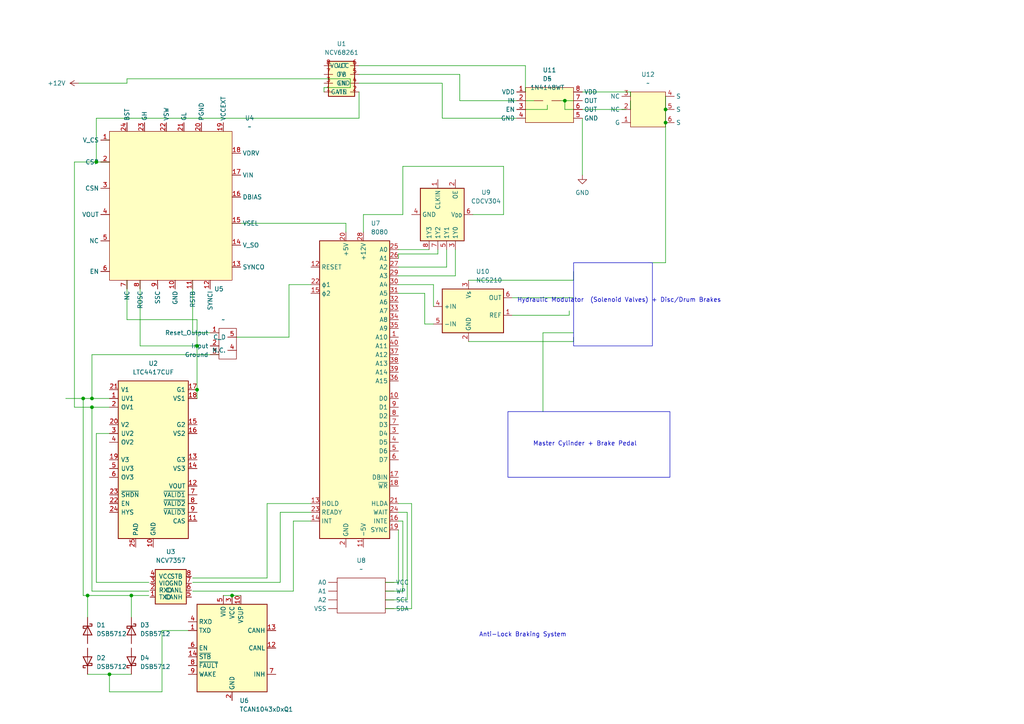
<source format=kicad_sch>
(kicad_sch (version 20250114) (generator "eeschema") (generator_version "9.0")
  (paper "A4")
  (lib_symbols
    (symbol "Amplifier_Current:NCS210"
      (property "Reference" "U" (at -7.62 8.89 0))
      (property "Value" "NCS210" (at 2.54 8.89 0))
      (symbol "NCS210_1_1"
        (pin input line (at -10.16 2.54 0) (length 2.54) (name "+IN") (number "4"))
        (pin input line (at -10.16 -2.54 0) (length 2.54) (name "-IN") (number "5"))
        (pin power_in line (at 0 10.16 270) (length 2.54) (name "Vs") (number "3"))
        (pin power_in line (at 0 -7.62 90) (length 2.54) (name "GND") (number "2"))
        (pin output line (at 12.7 5.08 180) (length 2.54) (name "OUT") (number "6"))
        (pin input line (at 12.7 0 180) (length 2.54) (name "REF") (number "1"))
      )
    )
    (symbol "Analog_ADC:ADC082S021"
      (property "Reference" "U" (at -7.874 8.89 0))
      (property "Value" "ADC082S021" (at 0.508 -9.144 0))
      (symbol "ADC082S021_1_1"
        (pin input line (at -10.16 2.54 0) (length 2.54) (name "IN1") (number "5"))
        (pin input line (at -10.16 -2.54 0) (length 2.54) (name "IN2") (number "4"))
        (pin power_in line (at 0 10.16 270) (length 2.54) (name "V_{A}") (number "2"))
        (pin power_in line (at 0 -10.16 90) (length 2.54) (name "GND") (number "3"))
        (pin input line (at 10.16 2.54 180) (length 2.54) (name "~{CS}") (number "1"))
        (pin input line (at 10.16 0 180) (length 2.54) (name "SCLK") (number "8"))
        (pin input line (at 10.16 -2.54 180) (length 2.54) (name "DIN") (number "6"))
        (pin output line (at 10.16 -5.08 180) (length 2.54) (name "DOUT") (number "7"))
      )
    )
    (symbol "Buffer:CDCV304"
      (property "Reference" "U" (at -6.35 8.89 0))
      (property "Value" "CDCV304" (at 6.35 8.89 0))
      (symbol "CDCV304_1_1"
        (pin input line (at -10.16 5.08 0) (length 2.54) (name "OE") (number "2"))
        (pin input line (at -10.16 0 0) (length 2.54) (name "CLKIN") (number "1"))
        (pin power_in line (at 0 10.16 270) (length 2.54) (name "V_{DD}") (number "6"))
        (pin power_in line (at 0 -7.62 90) (length 2.54) (name "GND") (number "4"))
        (pin output line (at 10.16 5.08 180) (length 2.54) (name "1Y0") (number "3"))
        (pin output line (at 10.16 2.54 180) (length 2.54) (name "1Y1") (number "5"))
        (pin output line (at 10.16 0 180) (length 2.54) (name "1Y2") (number "7"))
        (pin output line (at 10.16 -2.54 180) (length 2.54) (name "1Y3") (number "8"))
      )
    )
    (symbol "CAV24C256_1"
      (property "Reference" "U" (at 0 0 0))
      (symbol "CAV24C256_1_1_1"
        (pin input line (at -5.08 -2.54 180) (length 2.54) (name "A0") (number ""))
        (pin input line (at -5.08 -5.08 180) (length 2.54) (name "A1") (number ""))
        (pin input line (at -5.08 -7.62 180) (length 2.54) (name "A2") (number ""))
        (pin input line (at -5.08 -10.16 180) (length 2.54) (name "VSS") (number ""))
        (pin input line (at 6.35 -2.54 0) (length 2.54) (name "VCC") (number ""))
        (pin input line (at 6.35 -5.08 0) (length 2.54) (name "WP") (number ""))
        (pin input line (at 6.35 -7.62 0) (length 2.54) (name "SCL") (number ""))
        (pin input line (at 6.35 -10.16 0) (length 2.54) (name "SDA") (number ""))
      )
    )
    (symbol "CAV24C256_2"
      (property "Reference" "U" (at 0 0 0))
      (symbol "CAV24C256_2_1_1"
        (pin input line (at -5.08 -2.54 180) (length 2.54) (name "A0") (number ""))
        (pin input line (at -5.08 -5.08 180) (length 2.54) (name "A1") (number ""))
        (pin input line (at -5.08 -7.62 180) (length 2.54) (name "A2") (number ""))
        (pin input line (at -5.08 -10.16 180) (length 2.54) (name "VSS") (number ""))
        (pin input line (at 6.35 -2.54 0) (length 2.54) (name "VCC") (number ""))
        (pin input line (at 6.35 -5.08 0) (length 2.54) (name "WP") (number ""))
        (pin input line (at 6.35 -7.62 0) (length 2.54) (name "SCL") (number ""))
        (pin input line (at 6.35 -10.16 0) (length 2.54) (name "SDA") (number ""))
      )
    )
    (symbol "CAV24C256_3"
      (property "Reference" "U" (at 0 0 0))
      (symbol "CAV24C256_3_1_1"
        (pin input line (at -5.08 -2.54 180) (length 2.54) (name "A0") (number ""))
        (pin input line (at -5.08 -5.08 180) (length 2.54) (name "A1") (number ""))
        (pin input line (at -5.08 -7.62 180) (length 2.54) (name "A2") (number ""))
        (pin input line (at -5.08 -10.16 180) (length 2.54) (name "VSS") (number ""))
        (pin input line (at 6.35 -2.54 0) (length 2.54) (name "VCC") (number ""))
        (pin input line (at 6.35 -5.08 0) (length 2.54) (name "WP") (number ""))
        (pin input line (at 6.35 -7.62 0) (length 2.54) (name "SCL") (number ""))
        (pin input line (at 6.35 -10.16 0) (length 2.54) (name "SDA") (number ""))
      )
    )
    (symbol "CAV24C256_4"
      (property "Reference" "U" (at 0 0 0))
      (symbol "CAV24C256_4_1_1"
        (pin input line (at -5.08 -2.54 180) (length 2.54) (name "A0") (number ""))
        (pin input line (at -5.08 -5.08 180) (length 2.54) (name "A1") (number ""))
        (pin input line (at -5.08 -7.62 180) (length 2.54) (name "A2") (number ""))
        (pin input line (at -5.08 -10.16 180) (length 2.54) (name "VSS") (number ""))
        (pin input line (at 6.35 -2.54 0) (length 2.54) (name "VCC") (number ""))
        (pin input line (at 6.35 -5.08 0) (length 2.54) (name "WP") (number ""))
        (pin input line (at 6.35 -7.62 0) (length 2.54) (name "SCL") (number ""))
        (pin input line (at 6.35 -10.16 0) (length 2.54) (name "SDA") (number ""))
      )
    )
    (symbol "Device:D_Schottky_Dual_CommonCathode_AAK_Split" (pin_names (offset 0.762) (hide yes))
      (property "Reference" "D" (at 0 2.54 0))
      (property "Value" "D_Schottky_Dual_CommonCathode_AAK_Split" (at 0 -2.54 0))
      (symbol "D_Schottky_Dual_CommonCathode_AAK_Split_0_1"
        (pin passive line (at 3.81 0 180) (length 2.54) (name "K") (number "3"))
      )
      (symbol "D_Schottky_Dual_CommonCathode_AAK_Split_1_1"
        (pin passive line (at -3.81 0 0) (length 2.54) (name "A") (number "1"))
      )
      (symbol "D_Schottky_Dual_CommonCathode_AAK_Split_2_1"
        (pin passive line (at -3.81 0 0) (length 2.54) (name "A") (number "2"))
      )
    )
    (symbol "Device:D_Schottky_Filled" (pin_numbers (hide yes)) (pin_names (offset 1.016) (hide yes))
      (property "Reference" "D" (at 0 2.54 0))
      (property "Value" "D_Schottky_Filled" (at 0 -2.54 0))
      (symbol "D_Schottky_Filled_1_1"
        (pin passive line (at -3.81 0 0) (length 2.54) (name "K") (number "1"))
        (pin passive line (at 3.81 0 180) (length 2.54) (name "A") (number "2"))
      )
    )
    (symbol "Diode:1N4148WT" (pin_numbers (hide yes)) (pin_names (hide yes))
      (property "Reference" "D" (at 0 2.54 0))
      (property "Value" "1N4148WT" (at 0 -2.54 0))
      (symbol "1N4148WT_1_1"
        (pin passive line (at -3.81 0 0) (length 2.54) (name "K") (number "1"))
        (pin passive line (at 3.81 0 180) (length 2.54) (name "A") (number "2"))
      )
    )
    (symbol "Diode:BAT54C" (pin_names (offset 1.016))
      (property "Reference" "D" (at 0.635 -3.81 0))
      (property "Value" "BAT54C" (at -6.35 3.175 0))
      (symbol "BAT54C_1_1"
        (pin passive line (at -7.62 0 0) (length 3.81) (name "~") (number "1"))
        (pin passive line (at 0 -5.08 90) (length 5.08) (name "~") (number "3"))
        (pin passive line (at 7.62 0 180) (length 3.81) (name "~") (number "2"))
      )
    )
    (symbol "Diode:DSB5712" (pin_numbers (hide yes)) (pin_names (offset 1.016) (hide yes))
      (property "Reference" "D" (at 0 2.54 0))
      (property "Value" "DSB5712" (at 0 -2.54 0))
      (symbol "DSB5712_1_1"
        (pin passive line (at -3.81 0 0) (length 2.54) (name "K") (number "1"))
        (pin passive line (at 3.81 0 180) (length 2.54) (name "A") (number "2"))
      )
    )
    (symbol "Display_Character:LTS-6980HR"
      (property "Reference" "AFF" (at -7.874 13.97 0))
      (property "Value" "LTS-6980HR" (at 4.064 13.97 0))
      (symbol "LTS-6980HR_1_1"
        (pin passive line (at -12.7 10.16 0) (length 2.54) (name "a") (number "7"))
        (pin passive line (at -12.7 7.62 0) (length 2.54) (name "b") (number "6"))
        (pin passive line (at -12.7 5.08 0) (length 2.54) (name "c") (number "4"))
        (pin passive line (at -12.7 2.54 0) (length 2.54) (name "d") (number "2"))
        (pin passive line (at -12.7 0 0) (length 2.54) (name "e") (number "1"))
        (pin passive line (at -12.7 -2.54 0) (length 2.54) (name "f") (number "9"))
        (pin passive line (at -12.7 -5.08 0) (length 2.54) (name "g") (number "10"))
        (pin passive line (at 12.7 10.16 180) (length 2.54) (name "C.K.") (number "8"))
        (pin passive line (at 12.7 7.62 180) (length 2.54) (name "C.K.") (number "3"))
        (pin passive line (at 12.7 -7.62 180) (length 2.54) (name "DP") (number "5"))
      )
    )
    (symbol "Driver_Motor:DRV8308" (pin_names (offset 1.016))
      (property "Reference" "U" (at -17.78 36.83 0))
      (property "Value" "DRV8308" (at -17.78 -21.59 0))
      (symbol "DRV8308_0_0"
        (text "Hall Sensors" (at 16.51 -2.54 0) (effects (font (size 1.27 1.27)) (justify right)))
        (text "Phase U" (at 17.145 25.4 0) (effects (font (size 1.27 1.27)) (justify right)))
        (text "Phase V" (at 17.145 15.24 0) (effects (font (size 1.27 1.27)) (justify right)))
        (text "Phase W" (at 17.145 5.08 0) (effects (font (size 1.27 1.27)) (justify right)))
      )
      (symbol "DRV8308_1_1"
        (pin passive line (at -20.32 33.02 0) (length 2.54) (name "CP1") (number "30"))
        (pin passive line (at -20.32 30.48 0) (length 2.54) (name "CP2") (number "29"))
        (pin input line (at -20.32 25.4 0) (length 2.54) (name "SCLK") (number "11"))
        (pin input line (at -20.32 22.86 0) (length 2.54) (name "SCS") (number "12"))
        (pin input line (at -20.32 20.32 0) (length 2.54) (name "SDATAI") (number "14"))
        (pin output line (at -20.32 17.78 0) (length 2.54) (name "SDATAO") (number "15"))
        (pin input line (at -20.32 15.24 0) (length 2.54) (name "SMODE") (number "13"))
        (pin input line (at -20.32 10.16 0) (length 2.54) (name "RESET") (number "23"))
        (pin input line (at -20.32 7.62 0) (length 2.54) (name "BRAKE") (number "20"))
        (pin input line (at -20.32 5.08 0) (length 2.54) (name "CLKIN") (number "19"))
        (pin input line (at -20.32 2.54 0) (length 2.54) (name "DIR") (number "21"))
        (pin input line (at -20.32 0 0) (length 2.54) (name "ENABLE") (number "22"))
        (pin output line (at -20.32 -5.08 0) (length 2.54) (name "FGFB") (number "8"))
        (pin input line (at -20.32 -7.62 0) (length 2.54) (name "FGINN_TACH") (number "9"))
        (pin bidirectional line (at -20.32 -10.16 0) (length 2.54) (name "FGINP") (number "10"))
        (pin output line (at -20.32 -12.7 0) (length 2.54) (name "FGOUT") (number "16"))
        (pin output line (at -20.32 -15.24 0) (length 2.54) (name "~{FAULTn}") (number "17"))
        (pin output line (at -20.32 -17.78 0) (length 2.54) (name "~{LOCKn}") (number "18"))
        (pin passive line (at -7.62 38.1 270) (length 2.54) (name "VINT") (number "25"))
        (pin passive line (at -5.08 38.1 270) (length 2.54) (name "VCP") (number "28"))
        (pin power_in line (at -2.54 -22.86 90) (length 2.54) (name "GND") (number "26"))
        (pin power_in line (at 0 38.1 270) (length 2.54) (name "VM") (number "27"))
        (pin power_out line (at 2.54 38.1 270) (length 2.54) (name "VSW") (number "7"))
        (pin power_in line (at 2.54 -22.86 90) (length 2.54) (name "GND") (number "41"))
        (pin power_out line (at 5.08 38.1 270) (length 2.54) (name "VREG") (number "24"))
        (pin output line (at 20.32 33.02 180) (length 2.54) (name "UHSG") (number "32"))
        (pin input line (at 20.32 30.48 180) (length 2.54) (name "U") (number "33"))
        (pin output line (at 20.32 27.94 180) (length 2.54) (name "ULSG") (number "34"))
        (pin output line (at 20.32 22.86 180) (length 2.54) (name "VHSG") (number "35"))
        (pin input line (at 20.32 20.32 180) (length 2.54) (name "V") (number "36"))
        (pin output line (at 20.32 17.78 180) (length 2.54) (name "VLSG") (number "37"))
        (pin output line (at 20.32 12.7 180) (length 2.54) (name "WHSG") (number "38"))
        (pin input line (at 20.32 10.16 180) (length 2.54) (name "W") (number "39"))
        (pin output line (at 20.32 7.62 180) (length 2.54) (name "WLSG") (number "40"))
        (pin input line (at 20.32 0 180) (length 2.54) (name "ISEN") (number "31"))
        (pin input line (at 20.32 -5.08 180) (length 2.54) (name "UHP") (number "1"))
        (pin input line (at 20.32 -7.62 180) (length 2.54) (name "UHN") (number "2"))
        (pin input line (at 20.32 -10.16 180) (length 2.54) (name "VHP") (number "3"))
        (pin input line (at 20.32 -12.7 180) (length 2.54) (name "VHN") (number "4"))
        (pin input line (at 20.32 -15.24 180) (length 2.54) (name "WHP") (number "5"))
        (pin input line (at 20.32 -17.78 180) (length 2.54) (name "WHN") (number "6"))
      )
    )
    (symbol "Interface_CAN_LIN:TCAN1043xDxQ1"
      (property "Reference" "U" (at -10.16 13.97 0))
      (property "Value" "TCAN1043xDxQ1" (at 3.81 13.97 0))
      (symbol "TCAN1043xDxQ1_1_1"
        (pin output line (at -12.7 7.62 0) (length 2.54) (name "RXD") (number "4"))
        (pin input line (at -12.7 5.08 0) (length 2.54) (name "TXD") (number "1"))
        (pin input line (at -12.7 0 0) (length 2.54) (name "EN") (number "6"))
        (pin input line (at -12.7 -2.54 0) (length 2.54) (name "~{STB}") (number "14"))
        (pin output line (at -12.7 -5.08 0) (length 2.54) (name "~{FAULT}") (number "8"))
        (pin input line (at -12.7 -7.62 0) (length 2.54) (name "WAKE") (number "9"))
        (pin power_in line (at -2.54 15.24 270) (length 2.54) (name "VIO") (number "5"))
        (pin power_in line (at 0 15.24 270) (length 2.54) (name "VCC") (number "3"))
        (pin power_in line (at 0 -15.24 90) (length 2.54) (name "GND") (number "2"))
        (pin power_in line (at 2.54 15.24 270) (length 2.54) (name "VSUP") (number "10"))
        (pin no_connect line (at 10.16 -10.16 180) (length 2.54) (hide yes) (name "NC") (number "11"))
        (pin bidirectional line (at 12.7 5.08 180) (length 2.54) (name "CANH") (number "13"))
        (pin bidirectional line (at 12.7 0 180) (length 2.54) (name "CANL") (number "12"))
        (pin open_emitter line (at 12.7 -7.62 180) (length 2.54) (name "INH") (number "7"))
      )
    )
    (symbol "MCU_Intel:8080"
      (property "Reference" "U" (at -7.62 44.45 0))
      (property "Value" "8080" (at 7.62 44.45 0))
      (symbol "8080_1_1"
        (pin input line (at -12.7 35.56 0) (length 2.54) (name "RESET") (number "12"))
        (pin input line (at -12.7 30.48 0) (length 2.54) (name "ϕ1") (number "22"))
        (pin input line (at -12.7 27.94 0) (length 2.54) (name "ϕ2") (number "15"))
        (pin input line (at -12.7 -33.02 0) (length 2.54) (name "HOLD") (number "13"))
        (pin input line (at -12.7 -35.56 0) (length 2.54) (name "READY") (number "23"))
        (pin input line (at -12.7 -38.1 0) (length 2.54) (name "INT") (number "14"))
        (pin power_in line (at -2.54 45.72 270) (length 2.54) (name "+5V") (number "20"))
        (pin power_in line (at -2.54 -45.72 90) (length 2.54) (name "GND") (number "2"))
        (pin power_in line (at 2.54 45.72 270) (length 2.54) (name "+12V") (number "28"))
        (pin power_in line (at 2.54 -45.72 90) (length 2.54) (name "-5V") (number "11"))
        (pin output line (at 12.7 40.64 180) (length 2.54) (name "A0") (number "25"))
        (pin output line (at 12.7 38.1 180) (length 2.54) (name "A1") (number "26"))
        (pin output line (at 12.7 35.56 180) (length 2.54) (name "A2") (number "27"))
        (pin output line (at 12.7 33.02 180) (length 2.54) (name "A3") (number "29"))
        (pin output line (at 12.7 30.48 180) (length 2.54) (name "A4") (number "30"))
        (pin output line (at 12.7 27.94 180) (length 2.54) (name "A5") (number "31"))
        (pin output line (at 12.7 25.4 180) (length 2.54) (name "A6") (number "32"))
        (pin output line (at 12.7 22.86 180) (length 2.54) (name "A7") (number "33"))
        (pin output line (at 12.7 20.32 180) (length 2.54) (name "A8") (number "34"))
        (pin output line (at 12.7 17.78 180) (length 2.54) (name "A9") (number "35"))
        (pin output line (at 12.7 15.24 180) (length 2.54) (name "A10") (number "1"))
        (pin output line (at 12.7 12.7 180) (length 2.54) (name "A11") (number "40"))
        (pin output line (at 12.7 10.16 180) (length 2.54) (name "A12") (number "37"))
        (pin output line (at 12.7 7.62 180) (length 2.54) (name "A13") (number "38"))
        (pin output line (at 12.7 5.08 180) (length 2.54) (name "A14") (number "39"))
        (pin output line (at 12.7 2.54 180) (length 2.54) (name "A15") (number "36"))
        (pin bidirectional line (at 12.7 -2.54 180) (length 2.54) (name "D0") (number "10"))
        (pin bidirectional line (at 12.7 -5.08 180) (length 2.54) (name "D1") (number "9"))
        (pin bidirectional line (at 12.7 -7.62 180) (length 2.54) (name "D2") (number "8"))
        (pin bidirectional line (at 12.7 -10.16 180) (length 2.54) (name "D3") (number "7"))
        (pin bidirectional line (at 12.7 -12.7 180) (length 2.54) (name "D4") (number "3"))
        (pin bidirectional line (at 12.7 -15.24 180) (length 2.54) (name "D5") (number "4"))
        (pin bidirectional line (at 12.7 -17.78 180) (length 2.54) (name "D6") (number "5"))
        (pin bidirectional line (at 12.7 -20.32 180) (length 2.54) (name "D7") (number "6"))
        (pin output line (at 12.7 -25.4 180) (length 2.54) (name "DBIN") (number "17"))
        (pin output line (at 12.7 -27.94 180) (length 2.54) (name "~{WR}") (number "18"))
        (pin output line (at 12.7 -33.02 180) (length 2.54) (name "HLDA") (number "21"))
        (pin output line (at 12.7 -35.56 180) (length 2.54) (name "WAIT") (number "24"))
        (pin output line (at 12.7 -38.1 180) (length 2.54) (name "INTE") (number "16"))
        (pin output line (at 12.7 -40.64 180) (length 2.54) (name "SYNC") (number "19"))
      )
    )
    (symbol "Motor:Motor_DC" (pin_names (offset 0))
      (property "Reference" "M" (at 2.54 2.54 0))
      (property "Value" "Motor_DC" (at 2.54 -5.08 0))
      (symbol "Motor_DC_1_1"
        (pin passive line (at 0 5.08 270) (length 2.54) (name "+") (number "1"))
        (pin passive line (at 0 -7.62 90) (length 2.54) (name "-") (number "2"))
      )
    )
    (symbol "NCV-RSL15_1"
      (property "Reference" "U" (at 0 0 0))
      (symbol "NCV-RSL15_1_1_1"
        (pin input line (at -7.62 -8.89 180) (length 2.54) (name "VBAT") (number ""))
        (pin input line (at -7.62 -15.24 180) (length 2.54) (name "VDDO") (number ""))
        (pin input line (at -2.54 -5.08 90) (length 2.54) (name "VDC") (number ""))
        (pin input line (at -2.54 -19.05 270) (length 2.54) (name "VSSA") (number ""))
        (pin input line (at -1.27 -19.05 270) (length 2.54) (name "VSSPA") (number ""))
        (pin input line (at 0 -19.05 270) (length 2.54) (name "VSSRF") (number ""))
        (pin input line (at 1.27 -5.08 90) (length 2.54) (name "VCC") (number ""))
        (pin input line (at 1.27 -19.05 270) (length 2.54) (name "VSUB") (number ""))
        (pin input line (at 2.54 -19.05 270) (length 2.54) (name "VSSD") (number ""))
        (pin input line (at 5.08 -5.08 90) (length 2.54) (name "CAP0") (number ""))
        (pin input line (at 6.35 -5.08 90) (length 2.54) (name "CAP1") (number ""))
        (pin input line (at 7.62 -7.62 0) (length 2.54) (name "VDDA") (number ""))
        (pin input line (at 7.62 -11.43 0) (length 2.54) (name "VDDFLASH") (number ""))
        (pin input line (at 7.62 -15.24 0) (length 2.54) (name "VDDRF") (number ""))
      )
    )
    (symbol "NCV77320_1"
      (property "Reference" "U" (at 0 0 0))
      (symbol "NCV77320_1_1_1"
        (pin input line (at -6.35 -2.54 180) (length 2.54) (name "GND") (number "1"))
        (pin input line (at -6.35 -5.08 180) (length 2.54) (name "EX1") (number "2"))
        (pin input line (at -6.35 -7.62 180) (length 2.54) (name "VDD") (number "3"))
        (pin input line (at -6.35 -10.16 180) (length 2.54) (name "EX2") (number "4"))
        (pin input line (at -6.35 -12.7 180) (length 2.54) (name "TST1") (number "5"))
        (pin input line (at -6.35 -15.24 180) (length 2.54) (name "REC1") (number "6"))
        (pin input line (at -6.35 -17.78 180) (length 2.54) (name "REC2") (number "7"))
        (pin input line (at -6.35 -20.32 180) (length 2.54) (name "REC3") (number "8"))
        (pin input line (at 7.62 -2.54 0) (length 2.54) (name "VCC") (number "16"))
        (pin input line (at 7.62 -5.08 0) (length 2.54) (name "OUT") (number "15"))
        (pin input line (at 7.62 -7.62 0) (length 2.54) (name "SPI_INT\\") (number "14"))
        (pin input line (at 7.62 -10.16 0) (length 2.54) (name "SPI_CS\\") (number "13"))
        (pin input line (at 7.62 -12.7 0) (length 2.54) (name "SPI_CLK") (number "11"))
        (pin input line (at 7.62 -15.24 0) (length 2.54) (name "SPI_SO") (number "12"))
        (pin input line (at 7.62 -17.78 0) (length 2.54) (name "SPI_SO") (number "10"))
        (pin input line (at 7.62 -20.32 0) (length 2.54) (name "VIO") (number "9"))
      )
    )
    (symbol "NCV91300_1"
      (property "Reference" "U" (at 0 0 0))
      (symbol "NCV91300_1_1_1"
        (pin input line (at -11.43 -7.62 180) (length 2.54) (name "PVIN") (number "1"))
        (pin input line (at -11.43 -11.43 180) (length 2.54) (name "SW") (number "2"))
        (pin input line (at -11.43 -15.24 180) (length 2.54) (name "SW") (number "3"))
        (pin input line (at -11.43 -19.05 180) (length 2.54) (name "PGND") (number "4"))
        (pin input line (at -5.08 -3.81 90) (length 2.54) (name "PVIN") (number "16"))
        (pin input line (at -5.08 -22.86 270) (length 2.54) (name "PGND") (number "5"))
        (pin input line (at -1.27 -3.81 90) (length 2.54) (name "BOOT") (number "15"))
        (pin input line (at -1.27 -22.86 270) (length 2.54) (name "INTB") (number "6"))
        (pin input line (at 2.54 -3.81 90) (length 2.54) (name "AGND") (number "14"))
        (pin input line (at 2.54 -22.86 270) (length 2.54) (name "EN") (number "7"))
        (pin input line (at 6.35 -3.81 90) (length 2.54) (name "AVIN") (number "13"))
        (pin input line (at 6.35 -22.86 270) (length 2.54) (name "FB") (number "8"))
        (pin input line (at 12.7 -7.62 0) (length 2.54) (name "SYNC") (number "12"))
        (pin input line (at 12.7 -11.43 0) (length 2.54) (name "SDA") (number "12"))
        (pin input line (at 12.7 -15.24 0) (length 2.54) (name "SCL") (number "10"))
        (pin input line (at 12.7 -19.05 0) (length 2.54) (name "PG") (number "9"))
      )
    )
    (symbol "NV24C512MUW_1"
      (property "Reference" "U" (at 0 0 0))
      (symbol "NV24C512MUW_1_1_1"
        (pin input line (at -6.35 -2.54 180) (length 2.54) (name "A0") (number ""))
        (pin input line (at -6.35 -5.08 180) (length 2.54) (name "A1") (number ""))
        (pin input line (at -6.35 -7.62 180) (length 2.54) (name "A2") (number ""))
        (pin input line (at -6.35 -10.16 180) (length 2.54) (name "VSS") (number ""))
        (pin input line (at 7.62 -2.54 0) (length 2.54) (name "VCC") (number ""))
        (pin input line (at 7.62 -5.08 0) (length 2.54) (name "WP") (number ""))
        (pin input line (at 7.62 -7.62 0) (length 2.54) (name "SCL") (number ""))
        (pin input line (at 7.62 -10.16 0) (length 2.54) (name "SDA") (number ""))
      )
    )
    (symbol "NV24C512MUW_2"
      (property "Reference" "U" (at 0 0 0))
      (symbol "NV24C512MUW_2_1_1"
        (pin input line (at -6.35 -2.54 180) (length 2.54) (name "A0") (number ""))
        (pin input line (at -6.35 -5.08 180) (length 2.54) (name "A1") (number ""))
        (pin input line (at -6.35 -7.62 180) (length 2.54) (name "A2") (number ""))
        (pin input line (at -6.35 -10.16 180) (length 2.54) (name "VSS") (number ""))
        (pin input line (at 7.62 -2.54 0) (length 2.54) (name "VCC") (number ""))
        (pin input line (at 7.62 -5.08 0) (length 2.54) (name "WP") (number ""))
        (pin input line (at 7.62 -7.62 0) (length 2.54) (name "SCL") (number ""))
        (pin input line (at 7.62 -10.16 0) (length 2.54) (name "SDA") (number ""))
      )
    )
    (symbol "NV24C512MUW_3"
      (property "Reference" "U" (at 0 0 0))
      (symbol "NV24C512MUW_3_1_1"
        (pin input line (at -6.35 -2.54 180) (length 2.54) (name "A0") (number ""))
        (pin input line (at -6.35 -5.08 180) (length 2.54) (name "A1") (number ""))
        (pin input line (at -6.35 -7.62 180) (length 2.54) (name "A2") (number ""))
        (pin input line (at -6.35 -10.16 180) (length 2.54) (name "VSS") (number ""))
        (pin input line (at 7.62 -2.54 0) (length 2.54) (name "VCC") (number ""))
        (pin input line (at 7.62 -5.08 0) (length 2.54) (name "WP") (number ""))
        (pin input line (at 7.62 -7.62 0) (length 2.54) (name "SCL") (number ""))
        (pin input line (at 7.62 -10.16 0) (length 2.54) (name "SDA") (number ""))
      )
    )
    (symbol "Power_Management:LTC4417CUF" (pin_names (offset 0.762))
      (property "Reference" "U" (at 0 26.035 0))
      (property "Value" "LTC4417CUF" (at 0 24.13 0))
      (symbol "LTC4417CUF_1_1"
        (pin input line (at -12.7 20.32 0) (length 2.54) (name "V1") (number "21"))
        (pin input line (at -12.7 17.78 0) (length 2.54) (name "UV1") (number "1"))
        (pin input line (at -12.7 15.24 0) (length 2.54) (name "OV1") (number "2"))
        (pin input line (at -12.7 10.16 0) (length 2.54) (name "V2") (number "20"))
        (pin input line (at -12.7 7.62 0) (length 2.54) (name "UV2") (number "3"))
        (pin input line (at -12.7 5.08 0) (length 2.54) (name "OV2") (number "4"))
        (pin input line (at -12.7 0 0) (length 2.54) (name "V3") (number "19"))
        (pin input line (at -12.7 -2.54 0) (length 2.54) (name "UV3") (number "5"))
        (pin input line (at -12.7 -5.08 0) (length 2.54) (name "OV3") (number "6"))
        (pin input line (at -12.7 -10.16 0) (length 2.54) (name "~{SHDN}") (number "23"))
        (pin input line (at -12.7 -12.7 0) (length 2.54) (name "EN") (number "22"))
        (pin input line (at -12.7 -15.24 0) (length 2.54) (name "HYS") (number "24"))
        (pin power_in line (at -5.08 -25.4 90) (length 2.54) (name "PAD") (number "25"))
        (pin power_in line (at 0 -25.4 90) (length 2.54) (name "GND") (number "10"))
        (pin output line (at 12.7 20.32 180) (length 2.54) (name "G1") (number "17"))
        (pin output line (at 12.7 17.78 180) (length 2.54) (name "VS1") (number "18"))
        (pin output line (at 12.7 10.16 180) (length 2.54) (name "G2") (number "15"))
        (pin output line (at 12.7 7.62 180) (length 2.54) (name "VS2") (number "16"))
        (pin output line (at 12.7 0 180) (length 2.54) (name "G3") (number "13"))
        (pin output line (at 12.7 -2.54 180) (length 2.54) (name "VS3") (number "14"))
        (pin output line (at 12.7 -7.62 180) (length 2.54) (name "VOUT") (number "12"))
        (pin open_collector line (at 12.7 -10.16 180) (length 2.54) (name "~{VALID1}") (number "7"))
        (pin open_collector line (at 12.7 -12.7 180) (length 2.54) (name "~{VALID2}") (number "8"))
        (pin open_collector line (at 12.7 -15.24 180) (length 2.54) (name "~{VALID3}") (number "9"))
        (pin output line (at 12.7 -17.78 180) (length 2.54) (name "CAS") (number "11"))
      )
    )
    (symbol "Sensor:SHT1x"
      (property "Reference" "U" (at 3.81 6.35 0))
      (property "Value" "SHT1x" (at 2.54 -6.35 0))
      (symbol "SHT1x_1_1"
        (pin power_in line (at -2.54 7.62 270) (length 2.54) (name "VDD") (number "4"))
        (pin power_in line (at -2.54 -7.62 90) (length 2.54) (name "GND") (number "1"))
        (pin bidirectional line (at 7.62 2.54 180) (length 2.54) (name "DATA") (number "2"))
        (pin input line (at 7.62 -2.54 180) (length 2.54) (name "SCK") (number "3"))
      )
    )
    (symbol "Sensor_Motion:MMA8653FCR1"
      (property "Reference" "U" (at -7.62 8.89 0))
      (property "Value" "MMA8653FCR1" (at 1.27 -8.89 0))
      (symbol "MMA8653FCR1_1_1"
        (pin bidirectional line (at -10.16 5.08 0) (length 2.54) (name "SDA") (number "10"))
        (pin input line (at -10.16 2.54 0) (length 2.54) (name "SCL") (number "2"))
        (pin input line (at -10.16 0 0) (length 2.54) (name "BYP") (number "4"))
        (pin power_in line (at 0 10.16 270) (length 2.54) (name "VDD") (number "1"))
        (pin power_in line (at 0 -10.16 90) (length 2.54) (name "GND") (number "6"))
        (pin passive line (at 0 -10.16 90) (length 2.54) (hide yes) (name "GND") (number "7"))
        (pin passive line (at 0 -10.16 90) (length 2.54) (hide yes) (name "GND") (number "9"))
        (pin power_in line (at 2.54 10.16 270) (length 2.54) (name "VDDIO") (number "8"))
        (pin output line (at 10.16 0 180) (length 2.54) (name "INT1") (number "3"))
        (pin output line (at 10.16 -2.54 180) (length 2.54) (name "INT2") (number "5"))
      )
    )
    (symbol "Sensor_Pressure:MS5837-xxBA"
      (property "Reference" "U" (at 1.27 11.43 0))
      (property "Value" "MS5837-xxBA" (at 1.27 8.89 0))
      (symbol "MS5837-xxBA_1_1"
        (pin power_in line (at 0 10.16 270) (length 2.54) (name "VDD") (number "2"))
        (pin power_in line (at 0 -10.16 90) (length 2.54) (name "GND") (number "1"))
        (pin passive line (at 7.62 2.54 180) (length 2.54) (name "SCL") (number "3"))
        (pin bidirectional line (at 7.62 0 180) (length 2.54) (name "SDA") (number "4"))
      )
    )
    (symbol "Simulation_SPICE:NMOS" (pin_numbers (hide yes)) (pin_names (offset 0))
      (property "Reference" "Q" (at 5.08 1.27 0))
      (property "Value" "NMOS" (at 5.08 -1.27 0))
      (symbol "NMOS_1_1"
        (pin input line (at -5.08 0 0) (length 2.54) (name "G") (number "2"))
        (pin passive line (at 2.54 5.08 270) (length 2.54) (name "D") (number "1"))
        (pin passive line (at 2.54 -5.08 90) (length 2.54) (name "S") (number "3"))
      )
    )
    (symbol "T30LAPSR132_1"
      (property "Reference" "U" (at 0 0 0))
      (symbol "T30LAPSR132_1_1_1"
        (pin input line (at -11.43 -5.08 180) (length 2.54) (name "IN") (number ""))
        (pin input line (at -11.43 -7.62 180) (length 2.54) (name "EN") (number ""))
        (pin input line (at -11.43 -10.16 180) (length 2.54) (name "BIAS") (number ""))
        (pin input line (at -11.43 -13.97 180) (length 2.54) (name "GND") (number ""))
        (pin input line (at 12.7 -5.08 0) (length 2.54) (name "OUT") (number ""))
        (pin input line (at 12.7 -13.97 0) (length 2.54) (name "SNS") (number ""))
      )
    )
    (symbol "VQFPN28_1"
      (property "Reference" "U" (at 0 0 0))
      (symbol "VQFPN28_1_1_1"
        (pin input line (at -12.7 -10.16 180) (length 2.54) (name "SYNC1") (number "1"))
        (pin input line (at -12.7 -13.97 180) (length 2.54) (name "DOUT1") (number "2"))
        (pin input line (at -12.7 -17.78 180) (length 2.54) (name "CLKIN") (number "3"))
        (pin input line (at -12.7 -21.59 180) (length 2.54) (name "SYNC2") (number "4"))
        (pin input line (at -12.7 -25.4 180) (length 2.54) (name "DOUT2") (number "5"))
        (pin input line (at -12.7 -29.21 180) (length 2.54) (name "NC") (number "6"))
        (pin input line (at -12.7 -33.02 180) (length 2.54) (name "BH1") (number "7"))
        (pin input line (at -7.62 -8.89 90) (length 2.54) (name "MISO") (number "28"))
        (pin input line (at -7.62 -34.29 270) (length 2.54) (name "BL1") (number "8"))
        (pin input line (at -5.08 -8.89 90) (length 2.54) (name "VDD") (number "27"))
        (pin input line (at -5.08 -34.29 270) (length 2.54) (name "GND1") (number "9"))
        (pin input line (at -2.54 -8.89 90) (length 2.54) (name "DGND") (number "26"))
        (pin input line (at -2.54 -34.29 270) (length 2.54) (name "PSL1") (number "10"))
        (pin input line (at 0 -8.89 90) (length 2.54) (name "VINTD") (number "25"))
        (pin input line (at 0 -34.29 270) (length 2.54) (name "VAS") (number "11"))
        (pin input line (at 2.54 -8.89 90) (length 2.54) (name "TM") (number "24"))
        (pin input line (at 2.54 -34.29 270) (length 2.54) (name "PSL2") (number "12"))
        (pin input line (at 5.08 -8.89 90) (length 2.54) (name "RESETN") (number "23"))
        (pin input line (at 5.08 -34.29 270) (length 2.54) (name "GND2") (number "13"))
        (pin input line (at 7.62 -8.89 90) (length 2.54) (name "CS") (number "22"))
        (pin input line (at 7.62 -34.29 270) (length 2.54) (name "BL2") (number "14"))
        (pin input line (at 12.7 -10.16 0) (length 2.54) (name "SCLK") (number "21"))
        (pin input line (at 12.7 -13.97 0) (length 2.54) (name "MOSI") (number "20"))
        (pin input line (at 12.7 -17.78 0) (length 2.54) (name "NC") (number "19"))
        (pin input line (at 12.7 -21.59 0) (length 2.54) (name "VGS") (number "16"))
        (pin input line (at 12.7 -25.4 0) (length 2.54) (name "VASSUP") (number "17"))
        (pin input line (at 12.7 -29.21 0) (length 2.54) (name "VB") (number "16"))
        (pin input line (at 12.7 -33.02 0) (length 2.54) (name "BH2") (number "15"))
      )
    )
    (symbol "chasistransmission_components:CAV24C256"
      (property "Reference" "U" (at 0 0 0))
      (symbol "CAV24C256_1_1"
        (pin input line (at -5.08 -2.54 180) (length 2.54) (name "A0") (number ""))
        (pin input line (at -5.08 -5.08 180) (length 2.54) (name "A1") (number ""))
        (pin input line (at -5.08 -7.62 180) (length 2.54) (name "A2") (number ""))
        (pin input line (at -5.08 -10.16 180) (length 2.54) (name "VSS") (number ""))
        (pin input line (at 6.35 -2.54 0) (length 2.54) (name "VCC") (number ""))
        (pin input line (at 6.35 -5.08 0) (length 2.54) (name "WP") (number ""))
        (pin input line (at 6.35 -7.62 0) (length 2.54) (name "SCL") (number ""))
        (pin input line (at 6.35 -10.16 0) (length 2.54) (name "SDA") (number ""))
      )
    )
    (symbol "chasistransmission_components:FAD3171MXA"
      (property "Reference" "U" (at 0 0 0))
      (symbol "FAD3171MXA_1_1"
        (pin input line (at -6.35 -3.81 180) (length 2.54) (name "VDD") (number "1"))
        (pin input line (at -6.35 -7.62 180) (length 2.54) (name "IN") (number "2"))
        (pin input line (at -6.35 -11.43 180) (length 2.54) (name "FLT") (number "3"))
        (pin input line (at -6.35 -15.24 180) (length 2.54) (name "COM") (number "4"))
        (pin input line (at 6.35 -3.81 0) (length 2.54) (name "VB") (number "8"))
        (pin input line (at 6.35 -7.62 0) (length 2.54) (name "HO") (number "7"))
        (pin input line (at 6.35 -11.43 0) (length 2.54) (name "Desat") (number "6"))
        (pin input line (at 6.35 -15.24 0) (length 2.54) (name "Vs") (number "5"))
      )
    )
    (symbol "chasistransmission_components:FAN3122"
      (property "Reference" "U" (at 0 0 0))
      (symbol "FAN3122_1_1"
        (pin input line (at -6.35 -2.54 180) (length 2.54) (name "VDD") (number "1"))
        (pin input line (at -6.35 -5.08 180) (length 2.54) (name "IN") (number "2"))
        (pin input line (at -6.35 -7.62 180) (length 2.54) (name "EN") (number "3"))
        (pin input line (at -6.35 -10.16 180) (length 2.54) (name "GND") (number "4"))
        (pin input line (at 7.62 -2.54 0) (length 2.54) (name "VDD") (number "8"))
        (pin input line (at 7.62 -5.08 0) (length 2.54) (name "OUT") (number "7"))
        (pin input line (at 7.62 -7.62 0) (length 2.54) (name "OUT") (number "6"))
        (pin input line (at 7.62 -10.16 0) (length 2.54) (name "GND") (number "5"))
      )
    )
    (symbol "chasistransmission_components:FAN3122T"
      (property "Reference" "U" (at 0 0 0))
      (symbol "FAN3122T_1_1"
        (pin input line (at -12.7 -7.62 180) (length 2.54) (name "VDD") (number "1"))
        (pin input line (at -12.7 -11.43 180) (length 2.54) (name "IN") (number "2"))
        (pin input line (at -12.7 -15.24 180) (length 2.54) (name "EN") (number "3"))
        (pin input line (at -12.7 -19.05 180) (length 2.54) (name "GND") (number "4"))
        (pin input line (at 11.43 -7.62 0) (length 2.54) (name "VDD") (number "8"))
        (pin input line (at 11.43 -11.43 0) (length 2.54) (name "OUT_bar") (number "7"))
        (pin input line (at 11.43 -15.24 0) (length 2.54) (name "OUT_bar") (number "6"))
        (pin input line (at 11.43 -19.05 0) (length 2.54) (name "GND") (number "5"))
      )
    )
    (symbol "chasistransmission_components:FAN7171−F085"
      (property "Reference" "U" (at 0 0 0))
      (symbol "FAN7171−F085_1_1"
        (pin input line (at -6.35 -5.08 180) (length 2.54) (name "VDD") (number "1"))
        (pin input line (at -6.35 -7.62 180) (length 2.54) (name "IN") (number "2"))
        (pin input line (at -6.35 -10.16 180) (length 2.54) (name "NC") (number "3"))
        (pin input line (at -6.35 -12.7 180) (length 2.54) (name "GND") (number "4"))
        (pin input line (at 6.35 -5.08 0) (length 2.54) (name "VB") (number "8"))
        (pin input line (at 6.35 -7.62 0) (length 2.54) (name "HO") (number "7"))
        (pin input line (at 6.35 -10.16 0) (length 2.54) (name "VS") (number "6"))
        (pin input line (at 6.35 -12.7 0) (length 2.54) (name "NC") (number "5"))
      )
    )
    (symbol "chasistransmission_components:FDMT80060DC"
      (property "Reference" "U" (at 0 0 0))
      (symbol "FDMT80060DC_1_1"
        (pin input line (at -11.43 -6.35 180) (length 2.54) (name "G") (number "1"))
        (pin input line (at -11.43 -10.16 180) (length 2.54) (name "S") (number "2"))
        (pin input line (at -11.43 -13.97 180) (length 2.54) (name "S") (number "3"))
        (pin input line (at -11.43 -17.78 180) (length 2.54) (name "S") (number "4"))
        (pin input line (at 11.43 -6.35 0) (length 2.54) (name "D") (number "8"))
        (pin input line (at 11.43 -10.16 0) (length 2.54) (name "D") (number "7"))
        (pin input line (at 11.43 -13.97 0) (length 2.54) (name "D") (number "6"))
        (pin input line (at 11.43 -17.78 0) (length 2.54) (name "D") (number "5"))
      )
    )
    (symbol "chasistransmission_components:LV8907UW"
      (property "Reference" "U" (at 0 0 0))
      (symbol "LV8907UW_1_1"
        (pin input line (at -16.51 -10.16 180) (length 2.54) (name "PGND") (number "37"))
        (pin input line (at -16.51 -12.7 180) (length 2.54) (name "VGL") (number "38"))
        (pin input line (at -16.51 -15.24 180) (length 2.54) (name "CHP") (number "39"))
        (pin input line (at -16.51 -17.78 180) (length 2.54) (name "CP1N") (number "40"))
        (pin input line (at -16.51 -20.32 180) (length 2.54) (name "CP1P") (number "41"))
        (pin input line (at -16.51 -22.86 180) (length 2.54) (name "CP2P") (number "42"))
        (pin input line (at -16.51 -25.4 180) (length 2.54) (name "CP2N") (number "43"))
        (pin input line (at -16.51 -27.94 180) (length 2.54) (name "VS") (number "44"))
        (pin input line (at -16.51 -30.48 180) (length 2.54) (name "WAKE") (number "45"))
        (pin input line (at -16.51 -33.02 180) (length 2.54) (name "EN") (number "46"))
        (pin input line (at -16.51 -35.56 180) (length 2.54) (name "V3RD") (number "47"))
        (pin input line (at -16.51 -38.1 180) (length 2.54) (name "V3RI") (number "48"))
        (pin input line (at -15.24 -3.81 90) (length 2.54) (name "UH") (number "36"))
        (pin input line (at -15.24 -44.45 270) (length 2.54) (name "VCC") (number "1"))
        (pin input line (at -12.7 -3.81 90) (length 2.54) (name "UOUT") (number "35"))
        (pin input line (at -12.7 -44.45 270) (length 2.54) (name "PXD") (number "2"))
        (pin input line (at -10.16 -3.81 90) (length 2.54) (name "UL") (number "34"))
        (pin input line (at -10.16 -44.45 270) (length 2.54) (name "TXD") (number "3"))
        (pin input line (at -7.62 -3.81 90) (length 2.54) (name "SUL") (number "33"))
        (pin input line (at -7.62 -44.45 270) (length 2.54) (name "PWMIN") (number "4"))
        (pin input line (at -5.08 -3.81 90) (length 2.54) (name "VH") (number "32"))
        (pin input line (at -5.08 -44.45 270) (length 2.54) (name "AGND") (number "5"))
        (pin input line (at -2.54 -3.81 90) (length 2.54) (name "VOUT") (number "31"))
        (pin input line (at -2.54 -44.45 270) (length 2.54) (name "NC") (number "6"))
        (pin input line (at 0 -3.81 90) (length 2.54) (name "VL") (number "30"))
        (pin input line (at 0 -44.45 270) (length 2.54) (name "CSB") (number "7"))
        (pin input line (at 2.54 -3.81 90) (length 2.54) (name "SVL") (number "29"))
        (pin input line (at 2.54 -44.45 270) (length 2.54) (name "SCLK") (number "8"))
        (pin input line (at 5.08 -3.81 90) (length 2.54) (name "WH") (number "28"))
        (pin input line (at 5.08 -44.45 270) (length 2.54) (name "SI") (number "9"))
        (pin input line (at 7.62 -3.81 90) (length 2.54) (name "WOUT") (number "27"))
        (pin input line (at 7.62 -44.45 270) (length 2.54) (name "SO") (number "10"))
        (pin input line (at 10.16 -3.81 90) (length 2.54) (name "WL") (number "26"))
        (pin input line (at 10.16 -44.45 270) (length 2.54) (name "FG") (number "11"))
        (pin input line (at 12.7 -3.81 90) (length 2.54) (name "SWL") (number "25"))
        (pin input line (at 12.7 -44.45 270) (length 2.54) (name "DIAG") (number "12"))
        (pin input line (at 13.97 -10.16 0) (length 2.54) (name "COM") (number "24"))
        (pin input line (at 13.97 -12.7 0) (length 2.54) (name "NC") (number "23"))
        (pin input line (at 13.97 -15.24 0) (length 2.54) (name "RF") (number "22"))
        (pin input line (at 13.97 -17.78 0) (length 2.54) (name "NC") (number "21"))
        (pin input line (at 13.97 -20.32 0) (length 2.54) (name "RFSENS") (number "20"))
        (pin input line (at 13.97 -22.86 0) (length 2.54) (name "TH") (number "19"))
        (pin input line (at 13.97 -25.4 0) (length 2.54) (name "NC") (number "18"))
        (pin input line (at 13.97 -27.94 0) (length 2.54) (name "TEST") (number "17"))
        (pin input line (at 13.97 -30.48 0) (length 2.54) (name "NC") (number "16"))
        (pin input line (at 13.97 -33.02 0) (length 2.54) (name "LIN_PWMIN") (number "15"))
        (pin input line (at 13.97 -35.56 0) (length 2.54) (name "NC") (number "14"))
        (pin input line (at 13.97 -38.1 0) (length 2.54) (name "LGND") (number "13"))
      )
    )
    (symbol "chasistransmission_components:NCS2001"
      (property "Reference" "U" (at 0 0 0))
      (symbol "NCS2001_1_1"
        (pin input line (at -5.08 -2.54 180) (length 2.54) (name "VOUT") (number "1"))
        (pin input line (at -5.08 -5.08 180) (length 2.54) (name "VCC") (number "2"))
        (pin input line (at -5.08 -7.62 180) (length 2.54) (name "Non-Inverting_Input") (number "3"))
        (pin input line (at 6.35 -2.54 0) (length 2.54) (name "VCC") (number "5"))
        (pin input line (at 6.35 -7.62 0) (length 2.54) (name "Inverting_Input") (number "4"))
      )
    )
    (symbol "chasistransmission_components:NCS7030"
      (property "Reference" "U" (at 0 0 0))
      (symbol "NCS7030_1_1"
        (pin input line (at -8.89 -11.43 180) (length 2.54) (name "-IN") (number "1"))
        (pin input line (at -8.89 -15.24 180) (length 2.54) (name "GND") (number "2"))
        (pin input line (at -8.89 -19.05 180) (length 2.54) (name "A1") (number "3"))
        (pin input line (at -8.89 -22.86 180) (length 2.54) (name "A2") (number "4"))
        (pin input line (at 10.16 -11.43 0) (length 2.54) (name "+IN") (number "8"))
        (pin input line (at 10.16 -15.24 0) (length 2.54) (name "NC") (number "7"))
        (pin input line (at 10.16 -19.05 0) (length 2.54) (name "Vs") (number "6"))
        (pin input line (at 10.16 -22.86 0) (length 2.54) (name "OUT") (number "5"))
      )
    )
    (symbol "chasistransmission_components:NCS7041"
      (property "Reference" "U" (at 0 0 0))
      (symbol "NCS7041_1_1"
        (pin input line (at -7.62 -3.81 180) (length 2.54) (name "-IN") (number "1"))
        (pin input line (at -7.62 -7.62 180) (length 2.54) (name "GND") (number "2"))
        (pin input line (at -7.62 -11.43 180) (length 2.54) (name "A1") (number "3"))
        (pin input line (at -7.62 -15.24 180) (length 2.54) (name "A2") (number "4"))
        (pin input line (at 7.62 -3.81 0) (length 2.54) (name "+IN") (number "8"))
        (pin input line (at 7.62 -7.62 0) (length 2.54) (name "VREF") (number "7"))
        (pin input line (at 7.62 -11.43 0) (length 2.54) (name "VS") (number "6"))
        (pin input line (at 7.62 -15.24 0) (length 2.54) (name "OUT") (number "5"))
      )
    )
    (symbol "chasistransmission_components:NCV-RSL15"
      (property "Reference" "U" (at 0 0 0))
      (symbol "NCV-RSL15_1_1"
        (pin input line (at -7.62 -8.89 180) (length 2.54) (name "VBAT") (number ""))
        (pin input line (at -7.62 -15.24 180) (length 2.54) (name "VDDO") (number ""))
        (pin input line (at -2.54 -5.08 90) (length 2.54) (name "VDC") (number ""))
        (pin input line (at -2.54 -19.05 270) (length 2.54) (name "VSSA") (number ""))
        (pin input line (at -1.27 -19.05 270) (length 2.54) (name "VSSPA") (number ""))
        (pin input line (at 0 -19.05 270) (length 2.54) (name "VSSRF") (number ""))
        (pin input line (at 1.27 -5.08 90) (length 2.54) (name "VCC") (number ""))
        (pin input line (at 1.27 -19.05 270) (length 2.54) (name "VSUB") (number ""))
        (pin input line (at 2.54 -19.05 270) (length 2.54) (name "VSSD") (number ""))
        (pin input line (at 5.08 -5.08 90) (length 2.54) (name "CAP0") (number ""))
        (pin input line (at 6.35 -5.08 90) (length 2.54) (name "CAP1") (number ""))
        (pin input line (at 7.62 -7.62 0) (length 2.54) (name "VDDA") (number ""))
        (pin input line (at 7.62 -11.43 0) (length 2.54) (name "VDDFLASH") (number ""))
        (pin input line (at 7.62 -15.24 0) (length 2.54) (name "VDDRF") (number ""))
      )
    )
    (symbol "chasistransmission_components:NCV303"
      (property "Reference" "U" (at 0 0 0))
      (symbol "NCV303_1_1"
        (pin input line (at -2.54 -2.54 180) (length 2.54) (name "Reset_Output") (number "1"))
        (pin input line (at -2.54 -6.35 180) (length 2.54) (name "Input") (number "2"))
        (pin input line (at -2.54 -8.89 180) (length 2.54) (name "Ground") (number "3"))
        (pin input line (at 2.54 -3.81 180) (length 2.54) (name "C_D") (number "5"))
        (pin input line (at 2.54 -7.62 180) (length 2.54) (name "N.C.") (number "4"))
      )
    )
    (symbol "chasistransmission_components:NCV33164"
      (property "Reference" "U" (at 0 0 0))
      (symbol "NCV33164_1_1"
        (pin input line (at -5.08 -5.08 180) (length 2.54) (name "Reset_bar") (number "1"))
        (pin input line (at -5.08 -7.62 180) (length 2.54) (name "Input") (number "2"))
        (pin input line (at -5.08 -10.16 180) (length 2.54) (name "N.C.") (number "3"))
        (pin input line (at -5.08 -12.7 180) (length 2.54) (name "Ground") (number "4"))
        (pin input line (at 5.08 -5.08 0) (length 2.54) (name "N.C.") (number "8"))
        (pin input line (at 5.08 -7.62 0) (length 2.54) (name "N.C.") (number "7"))
        (pin input line (at 5.08 -10.16 0) (length 2.54) (name "N.C.") (number "6"))
        (pin input line (at 5.08 -12.7 0) (length 2.54) (name "N.C.") (number "5"))
      )
    )
    (symbol "chasistransmission_components:NCV51511"
      (property "Reference" "U" (at 0 0 0))
      (symbol "NCV51511_1_1"
        (pin input line (at -6.35 -2.54 180) (length 2.54) (name "VDD") (number "1"))
        (pin input line (at -6.35 -5.08 180) (length 2.54) (name "HB") (number "2"))
        (pin input line (at -6.35 -7.62 180) (length 2.54) (name "HO") (number "3"))
        (pin input line (at -6.35 -10.16 180) (length 2.54) (name "HS4") (number ""))
        (pin input line (at 6.35 -2.54 0) (length 2.54) (name "LO") (number "8"))
        (pin input line (at 6.35 -5.08 0) (length 2.54) (name "VSS") (number "7"))
        (pin input line (at 6.35 -7.62 0) (length 2.54) (name "LI") (number "6"))
        (pin input line (at 6.35 -10.16 0) (length 2.54) (name "HI") (number "5"))
      )
    )
    (symbol "chasistransmission_components:NCV51513"
      (property "Reference" "U" (at 0 0 0))
      (symbol "NCV51513_1_1"
        (pin input line (at -6.35 -2.54 180) (length 2.54) (name "VCC") (number "1"))
        (pin input line (at -6.35 -5.08 180) (length 2.54) (name "NC") (number "2"))
        (pin input line (at -6.35 -7.62 180) (length 2.54) (name "VB") (number "3"))
        (pin input line (at -6.35 -10.16 180) (length 2.54) (name "DRVH") (number "4"))
        (pin input line (at -6.35 -12.7 180) (length 2.54) (name "HB") (number "5"))
        (pin input line (at 6.35 -2.54 0) (length 2.54) (name "DRVL") (number "10"))
        (pin input line (at 6.35 -5.08 0) (length 2.54) (name "GND") (number "9"))
        (pin input line (at 6.35 -7.62 0) (length 2.54) (name "LIN") (number "8"))
        (pin input line (at 6.35 -10.16 0) (length 2.54) (name "HIN") (number "7"))
        (pin input line (at 6.35 -12.7 0) (length 2.54) (name "EN") (number "6"))
      )
    )
    (symbol "chasistransmission_components:NCV57000"
      (property "Reference" "U" (at 0 0 0))
      (symbol "NCV57000_1_1"
        (pin input line (at -7.62 -5.08 180) (length 2.54) (name "VEE2A") (number ""))
        (pin input line (at -7.62 -7.62 180) (length 2.54) (name "DESAT") (number ""))
        (pin input line (at -7.62 -10.16 180) (length 2.54) (name "GND2") (number ""))
        (pin input line (at -7.62 -12.7 180) (length 2.54) (name "OUTH") (number ""))
        (pin input line (at -7.62 -15.24 180) (length 2.54) (name "VDD2") (number ""))
        (pin input line (at -7.62 -17.78 180) (length 2.54) (name "OUTL") (number ""))
        (pin input line (at -7.62 -20.32 180) (length 2.54) (name "CLAMP") (number ""))
        (pin input line (at -7.62 -22.86 180) (length 2.54) (name "VEE2") (number ""))
        (pin input line (at 8.89 -5.08 0) (length 2.54) (name "GND1") (number ""))
        (pin input line (at 8.89 -7.62 0) (length 2.54) (name "VDD1") (number ""))
        (pin input line (at 8.89 -10.16 0) (length 2.54) (name "RST_bar") (number ""))
        (pin input line (at 8.89 -12.7 0) (length 2.54) (name "FLT_bar") (number ""))
        (pin input line (at 8.89 -15.24 0) (length 2.54) (name "RDY") (number ""))
        (pin input line (at 8.89 -17.78 0) (length 2.54) (name "IN-") (number ""))
        (pin input line (at 8.89 -20.32 0) (length 2.54) (name "IN+") (number ""))
        (pin input line (at 8.89 -22.86 0) (length 2.54) (name "GND1A") (number ""))
      )
    )
    (symbol "chasistransmission_components:NCV6323"
      (property "Reference" "U" (at 0 0 0))
      (symbol "NCV6323_1_1"
        (pin input line (at -6.35 -2.54 180) (length 2.54) (name "PGND") (number "1"))
        (pin input line (at -6.35 -5.08 180) (length 2.54) (name "SW") (number "2"))
        (pin input line (at -6.35 -7.62 180) (length 2.54) (name "AGND") (number "3"))
        (pin input line (at -6.35 -10.16 180) (length 2.54) (name "FB") (number "4"))
        (pin input line (at 6.35 -2.54 0) (length 2.54) (name "PVIN") (number "8"))
        (pin input line (at 6.35 -5.08 0) (length 2.54) (name "AVIN") (number "7"))
        (pin input line (at 6.35 -7.62 0) (length 2.54) (name "PG") (number "6"))
        (pin input line (at 6.35 -10.16 0) (length 2.54) (name "EN") (number "5"))
      )
    )
    (symbol "chasistransmission_components:NCV7321"
      (property "Reference" "U" (at 0 0 0))
      (symbol "NCV7321_1_1"
        (pin input line (at -6.35 -2.54 180) (length 2.54) (name "RXD") (number "1"))
        (pin input line (at -6.35 -6.35 180) (length 2.54) (name "EN") (number "2"))
        (pin input line (at -6.35 -10.16 180) (length 2.54) (name "WAKE") (number "3"))
        (pin input line (at -6.35 -13.97 180) (length 2.54) (name "TxD") (number "4"))
        (pin input line (at 6.35 -2.54 0) (length 2.54) (name "INH") (number "8"))
        (pin input line (at 6.35 -6.35 0) (length 2.54) (name "VBB") (number "7"))
        (pin input line (at 6.35 -10.16 0) (length 2.54) (name "LIN") (number "6"))
        (pin input line (at 6.35 -13.97 0) (length 2.54) (name "GND") (number "5"))
      )
    )
    (symbol "chasistransmission_components:NCV7410"
      (property "Reference" "U" (at 0 0 0))
      (symbol "NCV7410_1_1"
        (pin input line (at -13.97 -7.62 180) (length 2.54) (name "XO") (number "1"))
        (pin input line (at -13.97 -10.16 180) (length 2.54) (name "XI") (number "2"))
        (pin input line (at -13.97 -12.7 180) (length 2.54) (name "AGND") (number "3"))
        (pin input line (at -13.97 -15.24 180) (length 2.54) (name "VDD") (number "4"))
        (pin input line (at -13.97 -17.78 180) (length 2.54) (name "GND") (number "5"))
        (pin input line (at -13.97 -20.32 180) (length 2.54) (name "LINEP") (number "6"))
        (pin input line (at -13.97 -22.86 180) (length 2.54) (name "LINEN") (number "7"))
        (pin input line (at -13.97 -25.4 180) (length 2.54) (name "VDRVN") (number "8"))
        (pin input line (at -8.89 -3.81 90) (length 2.54) (name "NC") (number "32"))
        (pin input line (at -8.89 -29.21 270) (length 2.54) (name "GND") (number "9"))
        (pin input line (at -6.35 -3.81 90) (length 2.54) (name "GND") (number "31"))
        (pin input line (at -6.35 -29.21 270) (length 2.54) (name "GND") (number "10"))
        (pin input line (at -3.81 -3.81 90) (length 2.54) (name "GND") (number "30"))
        (pin input line (at -3.81 -29.21 270) (length 2.54) (name "DIO1") (number "11"))
        (pin input line (at -1.27 -3.81 90) (length 2.54) (name "DVDD") (number "29"))
        (pin input line (at -1.27 -29.21 270) (length 2.54) (name "DIO0") (number "12"))
        (pin input line (at 1.27 -3.81 90) (length 2.54) (name "DVDD") (number "28"))
        (pin input line (at 1.27 -29.21 270) (length 2.54) (name "RSTn") (number "13"))
        (pin input line (at 3.81 -3.81 90) (length 2.54) (name "NC") (number "27"))
        (pin input line (at 3.81 -29.21 270) (length 2.54) (name "GND") (number "14"))
        (pin input line (at 6.35 -3.81 90) (length 2.54) (name "NC") (number "26"))
        (pin input line (at 6.35 -29.21 270) (length 2.54) (name "SCLIK") (number "15"))
        (pin input line (at 8.89 -3.81 90) (length 2.54) (name "NC") (number "25"))
        (pin input line (at 8.89 -29.21 270) (length 2.54) (name "IQRn") (number "16"))
        (pin input line (at 13.97 -7.62 0) (length 2.54) (name "GND") (number "24"))
        (pin input line (at 13.97 -10.16 0) (length 2.54) (name "MISO") (number "23"))
        (pin input line (at 13.97 -12.7 0) (length 2.54) (name "GND") (number "22"))
        (pin input line (at 13.97 -15.24 0) (length 2.54) (name "VDDIO") (number "21"))
        (pin input line (at 13.97 -17.78 0) (length 2.54) (name "CLK_O") (number "20"))
        (pin input line (at 13.97 -20.32 0) (length 2.54) (name "CSn") (number "19"))
        (pin input line (at 13.97 -22.86 0) (length 2.54) (name "MOSI") (number "18"))
        (pin input line (at 13.97 -25.4 0) (length 2.54) (name "VDDIO") (number "17"))
      )
    )
    (symbol "chasistransmission_components:NCV77320"
      (property "Reference" "U" (at 0 0 0))
      (symbol "NCV77320_1_1"
        (pin input line (at -6.35 -2.54 180) (length 2.54) (name "GND") (number "1"))
        (pin input line (at -6.35 -5.08 180) (length 2.54) (name "EX1") (number "2"))
        (pin input line (at -6.35 -7.62 180) (length 2.54) (name "VDD") (number "3"))
        (pin input line (at -6.35 -10.16 180) (length 2.54) (name "EX2") (number "4"))
        (pin input line (at -6.35 -12.7 180) (length 2.54) (name "TST1") (number "5"))
        (pin input line (at -6.35 -15.24 180) (length 2.54) (name "REC1") (number "6"))
        (pin input line (at -6.35 -17.78 180) (length 2.54) (name "REC2") (number "7"))
        (pin input line (at -6.35 -20.32 180) (length 2.54) (name "REC3") (number "8"))
        (pin input line (at 7.62 -2.54 0) (length 2.54) (name "VCC") (number "16"))
        (pin input line (at 7.62 -5.08 0) (length 2.54) (name "OUT") (number "15"))
        (pin input line (at 7.62 -7.62 0) (length 2.54) (name "SPI_INT\\") (number "14"))
        (pin input line (at 7.62 -10.16 0) (length 2.54) (name "SPI_CS\\") (number "13"))
        (pin input line (at 7.62 -12.7 0) (length 2.54) (name "SPI_CLK") (number "11"))
        (pin input line (at 7.62 -15.24 0) (length 2.54) (name "SPI_SO") (number "12"))
        (pin input line (at 7.62 -17.78 0) (length 2.54) (name "SPI_SO") (number "10"))
        (pin input line (at 7.62 -20.32 0) (length 2.54) (name "VIO") (number "9"))
      )
    )
    (symbol "chasistransmission_components:NCV8177"
      (property "Reference" "U" (at 0 0 0))
      (symbol "NCV8177_1_1"
        (pin input line (at -6.35 -2.54 90) (length 2.54) (name "IN") (number "8"))
        (pin input line (at -6.35 -21.59 270) (length 2.54) (name "OUT") (number "1"))
        (pin input line (at -2.54 -2.54 90) (length 2.54) (name "IN") (number "7"))
        (pin input line (at -2.54 -21.59 270) (length 2.54) (name "OUT") (number "2"))
        (pin input line (at 1.27 -2.54 90) (length 2.54) (name "NC") (number "6"))
        (pin input line (at 1.27 -21.59 270) (length 2.54) (name "FB") (number "3"))
        (pin input line (at 5.08 -2.54 90) (length 2.54) (name "EN") (number "5"))
        (pin input line (at 5.08 -21.59 270) (length 2.54) (name "GND") (number "4"))
      )
    )
    (symbol "chasistransmission_components:NCV8402A"
      (property "Reference" "U" (at 0 0 0))
      (symbol "NCV8402A_1_1"
        (pin input line (at -5.08 -2.54 180) (length 2.54) (name "NC") (number "3"))
        (pin input line (at -5.08 -6.35 180) (length 2.54) (name "NC") (number "2"))
        (pin input line (at -5.08 -10.16 180) (length 2.54) (name "G") (number "1"))
        (pin input line (at 5.08 -2.54 0) (length 2.54) (name "S") (number "4"))
        (pin input line (at 5.08 -6.35 0) (length 2.54) (name "S") (number "5"))
        (pin input line (at 5.08 -10.16 0) (length 2.54) (name "S") (number "6"))
      )
    )
    (symbol "chasistransmission_components:NCV890100"
      (property "Reference" "U" (at 0 0 0))
      (symbol "NCV890100_1_1"
        (pin input line (at -6.35 -2.54 180) (length 2.54) (name "VIN") (number "1"))
        (pin input line (at -6.35 -6.35 180) (length 2.54) (name "DRV") (number "2"))
        (pin input line (at -6.35 -10.16 180) (length 2.54) (name "GND") (number "3"))
        (pin input line (at -6.35 -13.97 180) (length 2.54) (name "EN") (number "4"))
        (pin input line (at 7.62 -2.54 0) (length 2.54) (name "SW") (number "8"))
        (pin input line (at 7.62 -6.35 0) (length 2.54) (name "BST") (number "7"))
        (pin input line (at 7.62 -10.16 0) (length 2.54) (name "FB") (number "6"))
        (pin input line (at 7.62 -13.97 0) (length 2.54) (name "COMP") (number "5"))
      )
    )
    (symbol "chasistransmission_components:NCV891930"
      (property "Reference" "U" (at 0 0 0))
      (symbol "NCV891930_1_1"
        (pin input line (at -31.75 -8.89 180) (length 2.54) (name "V_CS") (number "1"))
        (pin input line (at -31.75 -15.24 180) (length 2.54) (name "CSP") (number "2"))
        (pin input line (at -31.75 -22.86 180) (length 2.54) (name "CSN") (number "3"))
        (pin input line (at -31.75 -30.48 180) (length 2.54) (name "VOUT") (number "4"))
        (pin input line (at -31.75 -38.1 180) (length 2.54) (name "NC") (number "5"))
        (pin input line (at -31.75 -46.99 180) (length 2.54) (name "EN") (number "6"))
        (pin input line (at -26.67 -6.35 90) (length 2.54) (name "BST") (number "24"))
        (pin input line (at -26.67 -49.53 270) (length 2.54) (name "NC") (number "7"))
        (pin input line (at -22.86 -49.53 270) (length 2.54) (name "ROSC") (number "8"))
        (pin input line (at -21.59 -6.35 90) (length 2.54) (name "GH") (number "23"))
        (pin input line (at -17.78 -49.53 270) (length 2.54) (name "SSC") (number "9"))
        (pin input line (at -15.24 -6.35 90) (length 2.54) (name "VSW") (number "22"))
        (pin input line (at -12.7 -49.53 270) (length 2.54) (name "GND") (number "10"))
        (pin input line (at -10.16 -6.35 90) (length 2.54) (name "GL") (number "21"))
        (pin input line (at -7.62 -49.53 270) (length 2.54) (name "RSTB") (number "11"))
        (pin input line (at -5.08 -6.35 90) (length 2.54) (name "PGND") (number "20"))
        (pin input line (at -2.54 -49.53 270) (length 2.54) (name "SYNCI") (number "12"))
        (pin input line (at 1.27 -6.35 90) (length 2.54) (name "VCCEXT") (number "19"))
        (pin input line (at 3.81 -12.7 0) (length 2.54) (name "VDRV") (number "18"))
        (pin input line (at 3.81 -19.05 0) (length 2.54) (name "VIN") (number "17"))
        (pin input line (at 3.81 -25.4 0) (length 2.54) (name "DBIAS") (number "16"))
        (pin input line (at 3.81 -33.02 0) (length 2.54) (name "VSEL") (number "15"))
        (pin input line (at 3.81 -39.37 0) (length 2.54) (name "V_SO") (number "14"))
        (pin input line (at 3.81 -45.72 0) (length 2.54) (name "SYNCO") (number "13"))
      )
    )
    (symbol "chasistransmission_components:NCV91300"
      (property "Reference" "U" (at 0 0 0))
      (symbol "NCV91300_1_1"
        (pin input line (at -11.43 -7.62 180) (length 2.54) (name "PVIN") (number "1"))
        (pin input line (at -11.43 -11.43 180) (length 2.54) (name "SW") (number "2"))
        (pin input line (at -11.43 -15.24 180) (length 2.54) (name "SW") (number "3"))
        (pin input line (at -11.43 -19.05 180) (length 2.54) (name "PGND") (number "4"))
        (pin input line (at -5.08 -3.81 90) (length 2.54) (name "PVIN") (number "16"))
        (pin input line (at -5.08 -22.86 270) (length 2.54) (name "PGND") (number "5"))
        (pin input line (at -1.27 -3.81 90) (length 2.54) (name "BOOT") (number "15"))
        (pin input line (at -1.27 -22.86 270) (length 2.54) (name "INTB") (number "6"))
        (pin input line (at 2.54 -3.81 90) (length 2.54) (name "AGND") (number "14"))
        (pin input line (at 2.54 -22.86 270) (length 2.54) (name "EN") (number "7"))
        (pin input line (at 6.35 -3.81 90) (length 2.54) (name "AVIN") (number "13"))
        (pin input line (at 6.35 -22.86 270) (length 2.54) (name "FB") (number "8"))
        (pin input line (at 12.7 -7.62 0) (length 2.54) (name "SYNC") (number "12"))
        (pin input line (at 12.7 -11.43 0) (length 2.54) (name "SDA") (number "12"))
        (pin input line (at 12.7 -15.24 0) (length 2.54) (name "SCL") (number "10"))
        (pin input line (at 12.7 -19.05 0) (length 2.54) (name "PG") (number "9"))
      )
    )
    (symbol "chasistransmission_components:NIS3071"
      (property "Reference" "U" (at 0 0 0))
      (symbol "NIS3071_1_1"
        (pin input line (at -7.62 -8.89 180) (length 2.54) (name "VOUT1") (number ""))
        (pin input line (at -7.62 -11.43 180) (length 2.54) (name "VIN1") (number ""))
        (pin input line (at -7.62 -13.97 180) (length 2.54) (name "VIN2") (number ""))
        (pin input line (at -7.62 -16.51 180) (length 2.54) (name "VOUT2") (number ""))
        (pin input line (at -3.81 -3.81 90) (length 2.54) (name "EN1") (number ""))
        (pin input line (at -3.81 -22.86 270) (length 2.54) (name "FAULT") (number ""))
        (pin input line (at -1.27 -3.81 90) (length 2.54) (name "EN2") (number ""))
        (pin input line (at -1.27 -22.86 270) (length 2.54) (name "dvdt") (number ""))
        (pin input line (at 1.27 -3.81 90) (length 2.54) (name "EN3") (number ""))
        (pin input line (at 1.27 -22.86 270) (length 2.54) (name "ILM") (number ""))
        (pin input line (at 3.81 -3.81 90) (length 2.54) (name "EN4") (number ""))
        (pin input line (at 3.81 -22.86 270) (length 2.54) (name "GND") (number ""))
        (pin input line (at 7.62 -8.89 0) (length 2.54) (name "VOUT3") (number ""))
        (pin input line (at 7.62 -11.43 0) (length 2.54) (name "VIN3") (number ""))
        (pin input line (at 7.62 -13.97 0) (length 2.54) (name "VIN4") (number ""))
        (pin input line (at 7.62 -16.51 0) (length 2.54) (name "VOUT4") (number ""))
      )
    )
    (symbol "chasistransmission_components:NIV3071"
      (property "Reference" "U" (at 0 0 0))
      (symbol "NIV3071_1_1"
        (text "GND" (at -0.254 -15.748 0) (effects (font (size 1.27 1.27))))
        (pin input line (at -8.89 -8.89 180) (length 2.54) (name "VOUT1") (number ""))
        (pin input line (at -8.89 -13.97 180) (length 2.54) (name "VIN1") (number ""))
        (pin input line (at -8.89 -19.05 180) (length 2.54) (name "VIN2") (number ""))
        (pin input line (at -8.89 -24.13 180) (length 2.54) (name "VOUT2") (number ""))
        (pin input line (at -5.08 -3.81 90) (length 2.54) (name "EN1") (number ""))
        (pin input line (at -3.81 -27.94 270) (length 2.54) (name "FAULT") (number ""))
        (pin input line (at -1.27 -3.81 90) (length 2.54) (name "EN2") (number ""))
        (pin input line (at -1.27 -27.94 270) (length 2.54) (name "dvdt") (number ""))
        (pin input line (at 1.27 -27.94 270) (length 2.54) (name "ILM") (number ""))
        (pin input line (at 2.54 -3.81 90) (length 2.54) (name "EN3") (number ""))
        (pin input line (at 3.81 -27.94 270) (length 2.54) (name "GND") (number ""))
        (pin input line (at 6.35 -3.81 90) (length 2.54) (name "EN4") (number ""))
        (pin input line (at 8.89 -8.89 0) (length 2.54) (name "VOUT3") (number ""))
        (pin input line (at 8.89 -13.97 0) (length 2.54) (name "VIN3") (number ""))
        (pin input line (at 8.89 -19.05 0) (length 2.54) (name "VIN4") (number ""))
        (pin input line (at 8.89 -24.13 0) (length 2.54) (name "VOUT4") (number ""))
      )
    )
    (symbol "chasistransmission_components:NL3X5004"
      (property "Reference" "U" (at 0 0 0))
      (symbol "NL3X5004_1_1"
        (pin input line (at -7.62 -6.35 180) (length 2.54) (name "VCCA") (number "1"))
        (pin input line (at -7.62 -8.89 180) (length 2.54) (name "A1") (number "2"))
        (pin input line (at -7.62 -11.43 180) (length 2.54) (name "A2") (number "3"))
        (pin input line (at -7.62 -13.97 180) (length 2.54) (name "A3") (number "4"))
        (pin input line (at -7.62 -16.51 180) (length 2.54) (name "A4") (number "5"))
        (pin input line (at 0 -3.81 90) (length 2.54) (name "EN/EN_bar") (number "12"))
        (pin input line (at 0 -19.05 270) (length 2.54) (name "GND") (number "6"))
        (pin input line (at 7.62 -6.35 0) (length 2.54) (name "VCCB") (number "11"))
        (pin input line (at 7.62 -8.89 0) (length 2.54) (name "B1") (number "10"))
        (pin input line (at 7.62 -11.43 0) (length 2.54) (name "B2") (number "9"))
        (pin input line (at 7.62 -13.97 0) (length 2.54) (name "B3") (number "8"))
        (pin input line (at 7.62 -16.51 0) (length 2.54) (name "B4") (number "7"))
      )
    )
    (symbol "chasistransmission_components:NV24C512MUW"
      (property "Reference" "U" (at 0 0 0))
      (symbol "NV24C512MUW_1_1"
        (pin input line (at -6.35 -2.54 180) (length 2.54) (name "A0") (number ""))
        (pin input line (at -6.35 -5.08 180) (length 2.54) (name "A1") (number ""))
        (pin input line (at -6.35 -7.62 180) (length 2.54) (name "A2") (number ""))
        (pin input line (at -6.35 -10.16 180) (length 2.54) (name "VSS") (number ""))
        (pin input line (at 7.62 -2.54 0) (length 2.54) (name "VCC") (number ""))
        (pin input line (at 7.62 -5.08 0) (length 2.54) (name "WP") (number ""))
        (pin input line (at 7.62 -7.62 0) (length 2.54) (name "SCL") (number ""))
        (pin input line (at 7.62 -10.16 0) (length 2.54) (name "SDA") (number ""))
      )
    )
    (symbol "chasistransmission_components:NVD5C446N"
      (property "Reference" "U" (at 0 0 0))
      (symbol "NVD5C446N_1_1"
        (pin input line (at -5.08 -12.7 270) (length 2.54) (name "Gate") (number "1"))
        (pin input line (at 0 -1.27 90) (length 2.54) (name "Drain") (number "4"))
        (pin input line (at 0 -12.7 270) (length 2.54) (name "Drain") (number "2"))
        (pin input line (at 5.08 -12.7 270) (length 2.54) (name "Source") (number "3"))
      )
    )
    (symbol "chasistransmission_components:NVMFWS0D7N04XM"
      (property "Reference" "U" (at 0 0 0))
      (symbol "NVMFWS0D7N04XM_1_1"
        (pin input line (at -7.62 -5.08 180) (length 2.54) (name "S") (number ""))
        (pin input line (at -7.62 -7.62 180) (length 2.54) (name "S") (number ""))
        (pin input line (at -7.62 -10.16 180) (length 2.54) (name "S") (number ""))
        (pin input line (at -7.62 -12.7 180) (length 2.54) (name "G") (number ""))
        (pin input line (at -2.54 -2.54 90) (length 2.54) (name "D") (number ""))
        (pin input line (at -2.54 -15.24 270) (length 2.54) (name "D") (number ""))
        (pin input line (at 7.62 -3.81 0) (length 2.54) (name "D") (number ""))
        (pin input line (at 7.62 -13.97 0) (length 2.54) (name "D") (number ""))
      )
    )
    (symbol "chasistransmission_components:NVMJST3D3N04C"
      (property "Reference" "U" (at 0 0 0))
      (symbol "NVMJST3D3N04C_1_1"
        (pin input line (at -5.08 -2.54 180) (length 2.54) (name "G") (number ""))
        (pin input line (at -5.08 -5.08 180) (length 2.54) (name "S") (number ""))
        (pin input line (at -5.08 -7.62 180) (length 2.54) (name "S") (number ""))
        (pin input line (at -5.08 -10.16 180) (length 2.54) (name "S") (number ""))
        (pin input line (at -5.08 -12.7 180) (length 2.54) (name "S") (number ""))
        (pin input line (at 5.08 -2.54 0) (length 2.54) (name "D") (number ""))
        (pin input line (at 5.08 -5.08 0) (length 2.54) (name "D") (number ""))
        (pin input line (at 5.08 -7.62 0) (length 2.54) (name "D") (number ""))
        (pin input line (at 5.08 -10.16 0) (length 2.54) (name "D") (number ""))
        (pin input line (at 5.08 -12.7 0) (length 2.54) (name "D") (number ""))
      )
    )
    (symbol "chasistransmission_components:T30LAPSR132"
      (property "Reference" "U" (at 0 0 0))
      (symbol "T30LAPSR132_1_1"
        (pin input line (at -11.43 -5.08 180) (length 2.54) (name "IN") (number ""))
        (pin input line (at -11.43 -7.62 180) (length 2.54) (name "EN") (number ""))
        (pin input line (at -11.43 -10.16 180) (length 2.54) (name "BIAS") (number ""))
        (pin input line (at -11.43 -13.97 180) (length 2.54) (name "GND") (number ""))
        (pin input line (at 12.7 -5.08 0) (length 2.54) (name "OUT") (number ""))
        (pin input line (at 12.7 -13.97 0) (length 2.54) (name "SNS") (number ""))
      )
    )
    (symbol "chasistransmission_components:VQFPN28"
      (property "Reference" "U" (at 0 0 0))
      (symbol "VQFPN28_1_1"
        (pin input line (at -12.7 -10.16 180) (length 2.54) (name "SYNC1") (number "1"))
        (pin input line (at -12.7 -13.97 180) (length 2.54) (name "DOUT1") (number "2"))
        (pin input line (at -12.7 -17.78 180) (length 2.54) (name "CLKIN") (number "3"))
        (pin input line (at -12.7 -21.59 180) (length 2.54) (name "SYNC2") (number "4"))
        (pin input line (at -12.7 -25.4 180) (length 2.54) (name "DOUT2") (number "5"))
        (pin input line (at -12.7 -29.21 180) (length 2.54) (name "NC") (number "6"))
        (pin input line (at -12.7 -33.02 180) (length 2.54) (name "BH1") (number "7"))
        (pin input line (at -7.62 -8.89 90) (length 2.54) (name "MISO") (number "28"))
        (pin input line (at -7.62 -34.29 270) (length 2.54) (name "BL1") (number "8"))
        (pin input line (at -5.08 -8.89 90) (length 2.54) (name "VDD") (number "27"))
        (pin input line (at -5.08 -34.29 270) (length 2.54) (name "GND1") (number "9"))
        (pin input line (at -2.54 -8.89 90) (length 2.54) (name "DGND") (number "26"))
        (pin input line (at -2.54 -34.29 270) (length 2.54) (name "PSL1") (number "10"))
        (pin input line (at 0 -8.89 90) (length 2.54) (name "VINTD") (number "25"))
        (pin input line (at 0 -34.29 270) (length 2.54) (name "VAS") (number "11"))
        (pin input line (at 2.54 -8.89 90) (length 2.54) (name "TM") (number "24"))
        (pin input line (at 2.54 -34.29 270) (length 2.54) (name "PSL2") (number "12"))
        (pin input line (at 5.08 -8.89 90) (length 2.54) (name "RESETN") (number "23"))
        (pin input line (at 5.08 -34.29 270) (length 2.54) (name "GND2") (number "13"))
        (pin input line (at 7.62 -8.89 90) (length 2.54) (name "CS") (number "22"))
        (pin input line (at 7.62 -34.29 270) (length 2.54) (name "BL2") (number "14"))
        (pin input line (at 12.7 -10.16 0) (length 2.54) (name "SCLK") (number "21"))
        (pin input line (at 12.7 -13.97 0) (length 2.54) (name "MOSI") (number "20"))
        (pin input line (at 12.7 -17.78 0) (length 2.54) (name "NC") (number "19"))
        (pin input line (at 12.7 -21.59 0) (length 2.54) (name "VGS") (number "16"))
        (pin input line (at 12.7 -25.4 0) (length 2.54) (name "VASSUP") (number "17"))
        (pin input line (at 12.7 -29.21 0) (length 2.54) (name "VB") (number "16"))
        (pin input line (at 12.7 -33.02 0) (length 2.54) (name "BH2") (number "15"))
      )
    )
    (symbol "led_lighting_components:ESDONCAN1LT" (pin_names (offset 1.016))
      (property "Reference" "D" (at 0 0 0))
      (property "Value" "ESDONCAN1LT" (at 0 -3 0))
      (symbol "ESDONCAN1LT_0_1"
        (pin passive line (at -4 0 0) (length 1.5) (name "K1") (number "1"))
        (pin passive line (at 0 -4 90) (length 1.5) (name "K3") (number "3"))
        (pin passive line (at 4 0 180) (length 1.5) (name "K2") (number "2"))
      )
    )
    (symbol "led_lighting_components:NCID9411" (pin_names (offset 1.016))
      (property "Reference" "U" (at 0 0 0))
      (property "Value" "NCID9411" (at 0 -5 0))
      (symbol "NCID9411_0_1"
        (pin input line (at -8 6 0) (length 2) (name "INA4") (number "6"))
        (pin power_in line (at -8 5 0) (length 2) (name "VDD2") (number "16"))
        (pin power_in line (at -8 3 0) (length 2) (name "GND2") (number "15"))
        (pin input line (at -8 1 0) (length 2) (name "INA2") (number "4"))
        (pin input line (at -8 -1 0) (length 2) (name "INA1") (number "3"))
        (pin power_in line (at -8 -3 0) (length 2) (name "GND1") (number "2"))
        (pin power_in line (at -8 -5 0) (length 2) (name "VDD1") (number "1"))
        (pin input line (at -8 -6 0) (length 2) (name "INA3") (number "5"))
        (pin input line (at -8 -7 0) (length 2) (name "EN1") (number "7"))
        (pin no_connect line (at 0 7 90) (length 2) (name "NC") (number "8"))
        (pin no_connect line (at 0 -7 270) (length 2) (name "NC") (number "9"))
        (pin output line (at 8 6 180) (length 2) (name "OUTB4") (number "11"))
        (pin output line (at 8 1 180) (length 2) (name "OUTB2") (number "13"))
        (pin output line (at 8 -1 180) (length 2) (name "OUTB1") (number "14"))
        (pin output line (at 8 -6 180) (length 2) (name "OUTB3") (number "12"))
        (pin input line (at 8 -7 180) (length 2) (name "EN2") (number "10"))
      )
    )
    (symbol "led_lighting_components:NCV68261" (pin_names (offset 1.016))
      (property "Reference" "U" (at 0 0 0))
      (property "Value" "NCV68261" (at 0 -3.81 0))
      (symbol "NCV68261_0_1"
        (pin power_in line (at -5.08 3.81 0) (length 2.54) (name "VCC") (number "8"))
        (pin input line (at -5.08 1.27 0) (length 2.54) (name "OV") (number "7"))
        (pin power_in line (at -5.08 -1.27 0) (length 2.54) (name "GND") (number "3"))
        (pin power_in line (at -5.08 -3.81 0) (length 2.54) (name "VIN") (number "1"))
        (pin power_in line (at 5.08 3.81 180) (length 2.54) (name "VOUT") (number "6"))
        (pin input line (at 5.08 1.27 180) (length 2.54) (name "FB") (number "5"))
        (pin input line (at 5.08 -1.27 180) (length 2.54) (name "EN") (number "4"))
        (pin output line (at 5.08 -3.81 180) (length 2.54) (name "GATE") (number "2"))
      )
    )
    (symbol "led_lighting_components:NCV70628" (pin_names (offset 1.016))
      (property "Reference" "U" (at 0 0 0))
      (property "Value" "NCV70628" (at 0 -6 0))
      (symbol "NCV70628_0_1"
        (pin input line (at -10 7 0) (length 2) (name "RST") (number "8"))
        (pin input line (at -10 5 0) (length 2) (name "MODE") (number "7"))
        (pin input line (at -10 3 0) (length 2) (name "VREF") (number "6"))
        (pin input line (at -10 1 0) (length 2) (name "IN2") (number "5"))
        (pin input line (at -10 -1 0) (length 2) (name "IN1") (number "4"))
        (pin input line (at -10 -3 0) (length 2) (name "LIN") (number "3"))
        (pin power_in line (at -10 -5 0) (length 2) (name "GND") (number "2"))
        (pin power_in line (at -10 -7 0) (length 2) (name "VM") (number "1"))
        (pin no_connect line (at 10 7 180) (length 2) (name "PAD") (number "16"))
        (pin no_connect line (at 10 5 180) (length 2) (name "NC") (number "15"))
        (pin passive line (at 10 3 180) (length 2) (name "SENSEB") (number "14"))
        (pin passive line (at 10 1 180) (length 2) (name "SENSEA") (number "13"))
        (pin passive line (at 10 -1 180) (length 2) (name "OUT2B") (number "12"))
        (pin passive line (at 10 -3 180) (length 2) (name "OUT2A") (number "11"))
        (pin passive line (at 10 -5 180) (length 2) (name "OUT1B") (number "10"))
        (pin passive line (at 10 -7 180) (length 2) (name "OUT1A") (number "9"))
      )
    )
    (symbol "led_lighting_components:NCV7357" (pin_names (offset 1.016))
      (property "Reference" "U" (at 0 0 0))
      (property "Value" "NCV7357" (at 0 -4 0))
      (symbol "NCV7357_0_1"
        (pin power_in line (at -6 3 0) (length 1.5) (name "VCC") (number "4"))
        (pin power_in line (at -6 1 0) (length 1.5) (name "VIO") (number "3"))
        (pin output line (at -6 -1 0) (length 1.5) (name "RXD") (number "2"))
        (pin input line (at -6 -3 0) (length 1.5) (name "TXD") (number "1"))
        (pin input line (at 6 3 180) (length 1.5) (name "STB") (number "8"))
        (pin power_in line (at 6 1 180) (length 1.5) (name "GND") (number "7"))
        (pin power_in line (at 6 -1 180) (length 1.5) (name "CANL") (number "6"))
        (pin power_in line (at 6 -3 180) (length 1.5) (name "CANH") (number "5"))
      )
    )
    (symbol "led_lighting_components:NCV8730" (pin_names (offset 1.016))
      (property "Reference" "U" (at 0 0 0))
      (property "Value" "NCV8730" (at 0 -3.5 0))
      (symbol "NCV8730_0_1"
        (pin power_in line (at -5 2 0) (length 1.5) (name "GND") (number "2"))
        (pin power_in line (at -5 -2 0) (length 1.5) (name "VIN") (number "1"))
        (pin input line (at 5 2 180) (length 1.5) (name "EN/PG") (number "4"))
        (pin power_out line (at 5 -2 180) (length 1.5) (name "VOUT") (number "3"))
      )
    )
    (symbol "led_lighting_components:NIS6150" (pin_names (offset 1.016))
      (property "Reference" "U" (at 0 0 0))
      (property "Value" "NIS6150" (at 0 -3.81 0))
      (symbol "NIS6150_0_1"
        (pin input line (at -6 4 0) (length 2.5) (name "EN") (number "4"))
        (pin power_in line (at -6 0 0) (length 2.5) (name "GND") (number "3"))
        (pin power_in line (at -6 -4 0) (length 2.5) (name "VIN") (number "1"))
        (pin output line (at 6 4 180) (length 2.5) (name "FLAG") (number "6"))
        (pin input line (at 6 0 180) (length 2.5) (name "ILIM") (number "5"))
        (pin power_out line (at 6 -4 180) (length 2.5) (name "VOUT") (number "2"))
      )
    )
    (symbol "power:+12V" (power) (pin_numbers (hide yes)) (pin_names (offset 0) (hide yes))
      (property "Value" "+12V" (at 0 3.556 0))
      (symbol "+12V_1_1"
        (pin power_in line (at 0 0 90) (length 0) (name "~") (number "1"))
      )
    )
    (symbol "power:AC" (power) (pin_numbers (hide yes)) (pin_names (offset 0) (hide yes))
      (property "Value" "AC" (at 0 6.35 0))
      (symbol "AC_1_1"
        (pin power_in line (at 0 0 90) (length 0) (name "~") (number "1"))
      )
    )
    (symbol "power:GND" (power) (pin_numbers (hide yes)) (pin_names (offset 0) (hide yes))
      (property "Value" "GND" (at 0 -3.81 0))
      (symbol "GND_1_1"
        (pin power_in line (at 0 0 270) (length 0) (name "~") (number "1"))
      )
    )
    (symbol "power:VDDF" (power) (pin_numbers (hide yes)) (pin_names (offset 0) (hide yes))
      (property "Value" "VDDF" (at 0 3.556 0))
      (symbol "VDDF_1_1"
        (pin power_in line (at 0 0 90) (length 0) (name "~") (number "1"))
      )
    )
  )
  (rectangle (start 207.01 354.33) (end 243.84 391.16))
  (rectangle (start 166.37 76.2) (end 189.23 100.33))
  (rectangle (start 213.36 626.11) (end 250.19 662.94))
  (rectangle (start 214.63 1187.45) (end 248.92 1202.69))
  (rectangle (start 147.32 119.38) (end 194.31 138.43))
  (rectangle (start 208.28 1012.19) (end 265.43 1099.82))
  (rectangle (start 168.91 1861.82) (end 257.81 1932.94))
  (rectangle (start 179.07 2052.32) (end 234.95 2087.88))
  (rectangle (start 142.24 1184.91) (end 177.8 1201.42))
  (rectangle (start 204.47 1012.19) (end 204.47 1012.19))
  (rectangle (start 156.21 2222.5) (end 226.06 2287.27))
  (text "Anti-Lock Braking System" (at 151.638 184.15 0) (effects (font (size 1.27 1.27))))
  (text "M Gears" (at 232.156 644.652 0) (effects (font (size 1.27 1.27))))
  (text "Master Cylinder + Brake Pedal" (at 169.672 128.778 0) (effects (font (size 1.27 1.27))))
  (text "Driver" (at 230.886 1195.832 0) (effects (font (size 1.27 1.27))))
  (text "Steering Motor" (at 235.712 1028.7 0) (effects (font (size 1.27 1.27))))
  (text "Solenoid Valves/Actuators" (at 213.614 1896.11 0) (effects (font (size 1.27 1.27))))
  (text "Active Suspension" (at 268.224 2093.214 0) (effects (font (size 1.27 1.27))))
  (text "Solenoid Valves" (at 191.516 2253.742 0) (effects (font (size 1.27 1.27))))
  (text "M Gears" (at 225.806 372.872 0) (effects (font (size 1.27 1.27))))
  (text "Vehicle mobility information" (at 208.026 2071.37 0) (effects (font (size 1.27 1.27))))
  (text "Steering Wheel" (at 157.988 1194.816 0) (effects (font (size 1.27 1.27))))
  (text "Tire Monitoring System" (at 233.934 1716.532 0) (effects (font (size 1.27 1.27))))
  (text "Electric Parking Brake" (at 258.064 459.232 0) (effects (font (size 1.27 1.27))))
  (text "Electric Power Steering" (at 265.684 716.28 0) (effects (font (size 1.27 1.27))))
  (text "Electronic Stabilization Control (ESC)" (at 262.382 2384.298 0) (effects (font (size 1.27 1.27))))
  (text "Steer-by-Wire" (at 270.002 1216.66 0) (effects (font (size 1.27 1.27))))
  (text "Hydraulic Modulator  (Solenoid Valves) + Disc/Drum Brakes" (at 179.578 87.122 0) (effects (font (size 1.27 1.27))))
  (text "Throttle Control" (at 249.682 954.532 0) (effects (font (size 1.27 1.27))))
  (text "Transmission Control Unit" (at 208.534 1395.73 0) (effects (font (size 1.27 1.27))))
  (junction (at 199.39 1974.85))
  (junction (at 54.61 638.81))
  (junction (at 12.7 298.45))
  (junction (at 165.1 584.2))
  (junction (at 19.05 656.78))
  (junction (at 184.15 579.12))
  (junction (at 171.45 584.2))
  (junction (at 57.15 113.03))
  (junction (at 96.52 1545.59))
  (junction (at 156.21 1256.03))
  (junction (at 72.39 1889.76))
  (junction (at 12.7 321.31))
  (junction (at 172.72 579.12))
  (junction (at 100.33 1283.97))
  (junction (at 165.1 1047.75))
  (junction (at 154.94 1370.33))
  (junction (at 298.45 2136.14))
  (junction (at 55.88 539.75))
  (junction (at 12.7 308.61))
  (junction (at 154.94 1362.71))
  (junction (at 189.23 2312.67))
  (junction (at 173.99 584.2))
  (junction (at 217.17 1153.16))
  (junction (at 158.75 1295.4))
  (junction (at 19.05 582.93))
  (junction (at 15.05 652.78))
  (junction (at 48.26 2157.73))
  (junction (at 38.1 1342.39))
  (junction (at 12.7 318.77))
  (junction (at 142.24 1047.75))
  (junction (at 66.04 633.73))
  (junction (at 144.78 1043.94))
  (junction (at 38.1 318.77))
  (junction (at 38.1 311.15))
  (junction (at 226.06 692.15))
  (junction (at 217.17 1160.78))
  (junction (at 2.54 1432.56))
  (junction (at 116.84 533.4))
  (junction (at 154.94 1358.9))
  (junction (at 11.43 1347.47))
  (junction (at 162.56 1036.32))
  (junction (at 26.67 118.11))
  (junction (at 166.37 584.2))
  (junction (at 44.45 590.55))
  (junction (at 19.05 580.39))
  (junction (at 19.05 593.09))
  (junction (at 23.05 652.78))
  (junction (at 217.17 1158.24))
  (junction (at 2.54 2136.14))
  (junction (at 143.51 1076.96))
  (junction (at 166.37 579.12))
  (junction (at 165.1 1036.32))
  (junction (at 219.71 420.37))
  (junction (at 179.07 579.12))
  (junction (at 44.45 582.93))
  (junction (at 66.04 1250.95))
  (junction (at 165.1 1043.94))
  (junction (at 205.74 1971.04))
  (junction (at 19.05 572.77))
  (junction (at 35.75 1205.23))
  (junction (at 219.71 422.91))
  (junction (at 173.99 579.12))
  (junction (at 19.05 570.23))
  (junction (at 67.31 172.72))
  (junction (at 298.45 1776.73))
  (junction (at 175.26 579.12))
  (junction (at 156.21 1266.19))
  (junction (at 171.45 579.12))
  (junction (at 223.52 1967.23))
  (junction (at 6.35 367.03))
  (junction (at 224.79 283.21))
  (junction (at 19.05 603.25))
  (junction (at 62.23 1464.31))
  (junction (at 2.54 970.28))
  (junction (at 19.05 600.71))
  (junction (at 88.9 1285.24))
  (junction (at 214.63 1971.04))
  (junction (at 27.75 1205.23))
  (junction (at 193.04 31.75))
  (junction (at 142.24 1043.94))
  (junction (at 12.7 331.47))
  (junction (at 143.51 1079.5))
  (junction (at 156.21 1268.73))
  (junction (at 198.12 2312.67))
  (junction (at 163.83 29.21))
  (junction (at 57.15 100.33))
  (junction (at 193.04 35.56))
  (junction (at 217.17 1150.62))
  (junction (at 132.08 1645.92))
  (junction (at 12.7 328.93))
  (junction (at 96.52 1511.3))
  (junction (at 19.05 590.55))
  (junction (at 13.97 2311.4))
  (junction (at 217.17 1148.08))
  (junction (at 31.75 195.58))
  (junction (at 73.66 895.35))
  (junction (at 217.17 1155.7))
  (junction (at 143.51 1075.69))
  (junction (at 38.1 300.99))
  (junction (at 152.4 1545.59))
  (junction (at 81.28 1149.35))
  (junction (at 53.34 1654.81))
  (junction (at 223.52 1971.04))
  (junction (at 163.83 579.12))
  (junction (at 44.45 593.09))
  (junction (at 1.27 478.79))
  (junction (at 26.67 115.57))
  (junction (at 44.45 580.39))
  (junction (at 156.21 1258.57))
  (junction (at 33.02 2010.41))
  (junction (at 49.53 633.73))
  (junction (at 91.44 1551.94))
  (junction (at 144.78 1047.75))
  (junction (at 167.64 579.12))
  (junction (at 12.7 323.85))
  (junction (at 12.7 389.89))
  (junction (at 181.61 579.12))
  (junction (at 176.53 579.12))
  (junction (at 19.05 1344.93))
  (junction (at 217.17 1163.32))
  (junction (at 172.72 584.2))
  (junction (at 24.13 115.57))
  (junction (at 43.18 1347.47))
  (junction (at 27.94 46.99))
  (junction (at 158.75 1303.02))
  (junction (at 162.56 1040.13))
  (junction (at 191.77 2039.62))
  (junction (at 2.54 1231.9))
  (junction (at 298.45 1231.9))
  (junction (at 44.45 572.77))
  (junction (at 162.56 533.4))
  (junction (at 142.24 1036.32))
  (junction (at 223.52 1974.85))
  (junction (at 59.69 274.32))
  (junction (at 69.85 1889.76))
  (junction (at 226.06 694.69))
  (junction (at 165.1 1040.13))
  (junction (at 132.08 1643.38))
  (junction (at 114.3 2388.87))
  (junction (at 19.05 585.47))
  (junction (at 12.7 313.69))
  (junction (at 16.51 1342.39))
  (junction (at 156.21 1261.11))
  (junction (at 177.8 579.12))
  (junction (at 158.75 1305.56))
  (junction (at 162.56 544.83))
  (junction (at 219.71 2348.23))
  (junction (at 162.56 1043.94))
  (junction (at 156.21 1271.27))
  (junction (at 186.69 579.12))
  (junction (at 19.05 367.03))
  (junction (at 19.05 575.31))
  (junction (at 19.05 2324.1))
  (junction (at 168.91 579.12))
  (junction (at 240.03 412.75))
  (junction (at 298.45 970.28))
  (junction (at 2.54 1776.73))
  (junction (at 153.67 1668.78))
  (junction (at 12.7 300.99))
  (junction (at 147.32 1545.59))
  (junction (at 156.21 1263.65))
  (junction (at 191.77 2029.46))
  (junction (at 49.53 267.97))
  (junction (at 168.91 584.2))
  (junction (at 175.26 584.2))
  (junction (at 142.24 1040.13))
  (junction (at 38.1 308.61))
  (junction (at 182.88 2308.86))
  (junction (at 25.4 172.72))
  (junction (at 66.04 546.1))
  (junction (at 48.26 367.03))
  (junction (at 26.48 1390.65))
  (junction (at 165.1 579.12))
  (junction (at 25.4 638.81))
  (junction (at 199.39 1971.04))
  (junction (at 226.06 697.23))
  (junction (at 48.26 2155.19))
  (junction (at 12.7 303.53))
  (junction (at 176.53 584.2))
  (junction (at 246.38 684.53))
  (junction (at 167.64 584.2))
  (junction (at 189.23 579.12))
  (junction (at 25.4 640.08))
  (junction (at 177.8 584.2))
  (junction (at 205.74 2014.22))
  (junction (at 298.45 1432.56))
  (junction (at 38.1 321.31))
  (junction (at 154.94 1366.52))
  (junction (at 73.66 904.24))
  (junction (at 48.26 2160.27))
  (junction (at 170.18 584.2))
  (junction (at 170.18 579.12))
  (junction (at 12.7 311.15))
  (junction (at 158.75 1297.94))
  (junction (at 38.1 172.72))
  (junction (at 26.67 638.81))
  (junction (at 12.7 283.21))
  (junction (at 158.75 1300.48))
  (junction (at 19.05 595.63))
  (junction (at 161.29 533.4))
  (junction (at 57.15 1654.81))
  (junction (at 24.13 2033.27))
  (junction (at 219.71 425.45))
  (wire (pts (xy 34.29 547.37) (xy 39.37 547.37)))
  (wire (pts (xy 20.32 986.79) (xy 13.97 986.79)))
  (wire (pts (xy 121.92 224.79) (xy 121.92 231.14)))
  (wire (pts (xy 171.45 584.2) (xy 172.72 584.2)))
  (wire (pts (xy 36.83 529.59) (xy 55.88 529.59)))
  (wire (pts (xy 73.66 911.86) (xy 73.66 904.24)))
  (wire (pts (xy 222.25 572.77) (xy 223.52 572.77)))
  (wire (pts (xy 130.81 499.11) (xy 139.7 499.11)))
  (wire (pts (xy 71.12 1465.58) (xy 88.9 1465.58)))
  (wire (pts (xy 147.32 1535.43) (xy 147.32 1545.59)))
  (wire (pts (xy 77.47 1873.25) (xy 45.72 1873.25)))
  (wire (pts (xy 167.64 579.12) (xy 167.64 584.2)))
  (wire (pts (xy 19.05 570.23) (xy 19.05 572.77)))
  (wire (pts (xy 254 692.15) (xy 254 655.32)))
  (wire (pts (xy 67.31 1055.37) (xy 78.74 1055.37)))
  (wire (pts (xy 44.45 261.62) (xy 44.45 274.32)))
  (wire (pts (xy 128.27 2315.21) (xy 149.86 2315.21)))
  (wire (pts (xy 85.09 171.45) (xy 85.09 151.13)))
  (wire (pts (xy 106.68 1043.94) (xy 142.24 1043.94)))
  (wire (pts (xy 21.59 222.25) (xy 24.13 222.25)))
  (wire (pts (xy 22.86 533.4) (xy 22.86 547.37)))
  (wire (pts (xy 57.15 1668.78) (xy 57.15 1714.5)))
  (wire (pts (xy 2.54 725.17) (xy 2.54 970.28)))
  (wire (pts (xy 182.88 1155.7) (xy 203.2 1155.7)))
  (wire (pts (xy 85.09 1197.61) (xy 81.28 1197.61)))
  (wire (pts (xy 88.9 1879.6) (xy 24.13 1879.6)))
  (wire (pts (xy 148.59 91.44) (xy 165.1 91.44)))
  (wire (pts (xy 26.67 171.45) (xy 26.67 118.11)))
  (wire (pts (xy 38.1 1347.47) (xy 43.18 1347.47)))
  (wire (pts (xy 129.54 2388.87) (xy 114.3 2388.87)))
  (wire (pts (xy 240.03 687.07) (xy 248.92 687.07)))
  (wire (pts (xy 93.98 1126.49) (xy 93.98 1111.25)))
  (wire (pts (xy 165.1 579.12) (xy 165.1 584.2)))
  (wire (pts (xy 83.82 1469.39) (xy 88.9 1469.39)))
  (wire (pts (xy 104.14 1308.1) (xy 133.35 1308.1)))
  (wire (pts (xy 152.4 1535.43) (xy 152.4 1545.59)))
  (wire (pts (xy 16.51 2169.16) (xy 16.51 2189.48)))
  (wire (pts (xy 128.27 2320.29) (xy 139.7 2320.29)))
  (wire (pts (xy 82.55 1939.29) (xy 82.55 1889.76)))
  (wire (pts (xy 144.78 2349.5) (xy 180.34 2349.5)))
  (wire (pts (xy 114.3 1200.15) (xy 114.3 1151.89)))
  (wire (pts (xy 5.08 250.19) (xy 16.51 250.19)))
  (wire (pts (xy 154.94 1356.36) (xy 154.94 1358.9)))
  (wire (pts (xy 219.71 420.37) (xy 219.71 417.83)))
  (wire (pts (xy 19.05 2372.36) (xy 19.05 2324.1)))
  (wire (pts (xy 34.29 666.75) (xy 34.29 648.97)))
  (wire (pts (xy 78.74 1195.07) (xy 78.74 1149.35)))
  (wire (pts (xy 111.76 1040.13) (xy 142.24 1040.13)))
  (wire (pts (xy 17.78 1299.21) (xy 25.4 1299.21)))
  (wire (pts (xy 90.17 946.15) (xy 90.17 878.84)))
  (wire (pts (xy 247.65 420.37) (xy 247.65 383.54)))
  (wire (pts (xy 88.9 1664.97) (xy 63.5 1664.97)))
  (wire (pts (xy 83.82 97.79) (xy 83.82 82.55)))
  (wire (pts (xy 43.18 1205.23) (xy 43.18 1170.94)))
  (wire (pts (xy 81.28 1151.89) (xy 87.63 1151.89)))
  (wire (pts (xy 35.56 2283.46) (xy 13.97 2283.46)))
  (wire (pts (xy 85.09 377.19) (xy 85.09 364.49)))
  (wire (pts (xy 99.06 1606.55) (xy 95.25 1606.55)))
  (wire (pts (xy 156.21 1261.11) (xy 156.21 1263.65)))
  (wire (pts (xy 19.05 2324.1) (xy 16.51 2324.1)))
  (wire (pts (xy 100.33 1283.97) (xy 95.25 1283.97)))
  (wire (pts (xy 204.47 312.42) (xy 104.14 312.42)))
  (wire (pts (xy 53.34 1668.78) (xy 53.34 1718.31)))
  (wire (pts (xy 53.34 1718.31) (xy 142.24 1718.31)))
  (wire (pts (xy 48.26 1151.89) (xy 69.85 1151.89)))
  (wire (pts (xy 55.88 539.75) (xy 55.88 543.56)))
  (wire (pts (xy 213.36 1861.82) (xy 214.63 1861.82)))
  (wire (pts (xy 62.23 1511.3) (xy 96.52 1511.3)))
  (wire (pts (xy 232.41 596.9) (xy 238.76 596.9)))
  (wire (pts (xy 77.47 1807.21) (xy 88.9 1807.21)))
  (wire (pts (xy 182.88 29.21) (xy 182.88 31.75)))
  (wire (pts (xy 77.47 1386.84) (xy 78.74 1386.84)))
  (wire (pts (xy 156.21 1258.57) (xy 156.21 1261.11)))
  (wire (pts (xy 243.84 388.62) (xy 243.84 386.08)))
  (wire (pts (xy 12.7 283.21) (xy 5.08 283.21)))
  (wire (pts (xy 132.08 1668.78) (xy 153.67 1668.78)))
  (wire (pts (xy 146.05 223.52) (xy 224.79 223.52)))
  (wire (pts (xy 63.5 102.87) (xy 26.67 102.87)))
  (wire (pts (xy 128.27 24.13) (xy 128.27 34.29)))
  (wire (pts (xy 205.74 2009.14) (xy 205.74 2014.22)))
  (wire (pts (xy 48.26 2153.92) (xy 48.26 2155.19)))
  (wire (pts (xy 298.45 1231.9) (xy 298.45 1432.56)))
  (wire (pts (xy 16.51 551.18) (xy 22.86 551.18)))
  (wire (pts (xy 139.7 2352.04) (xy 180.34 2352.04)))
  (wire (pts (xy 20.32 359.41) (xy 24.13 359.41)))
  (wire (pts (xy 172.72 579.12) (xy 172.72 584.2)))
  (wire (pts (xy 177.8 579.12) (xy 177.8 584.2)))
  (wire (pts (xy 85.09 581.66) (xy 110.49 581.66)))
  (wire (pts (xy 144.78 1040.13) (xy 144.78 1043.94)))
  (wire (pts (xy 118.11 1149.35) (xy 118.11 1202.69)))
  (wire (pts (xy 124.46 227.33) (xy 133.35 227.33)))
  (wire (pts (xy 205.74 2014.22) (xy 220.98 2014.22)))
  (wire (pts (xy 62.23 1285.24) (xy 88.9 1285.24)))
  (wire (pts (xy 115.57 85.09) (xy 123.19 85.09)))
  (wire (pts (xy 91.44 1746.25) (xy 91.44 1747.52)))
  (wire (pts (xy 214.63 285.75) (xy 198.12 285.75)))
  (wire (pts (xy 77.47 1838.96) (xy 77.47 1873.25)))
  (wire (pts (xy 19.05 1088.39) (xy 19.05 1073.15)))
  (wire (pts (xy 91.44 636.27) (xy 123.19 636.27)))
  (wire (pts (xy 96.52 1490.98) (xy 96.52 1488.44)))
  (wire (pts (xy 118.11 2325.37) (xy 129.54 2325.37)))
  (wire (pts (xy 63.5 1342.39) (xy 63.5 1328.42)))
  (wire (pts (xy 55.88 1715.77) (xy 138.43 1715.77)))
  (wire (pts (xy 55.88 895.35) (xy 73.66 895.35)))
  (wire (pts (xy 123.19 1079.5) (xy 143.51 1079.5)))
  (wire (pts (xy 85.09 1488.44) (xy 85.09 1466.85)))
  (wire (pts (xy 19.05 582.93) (xy 19.05 585.47)))
  (wire (pts (xy 53.34 979.17) (xy 165.1 979.17)))
  (wire (pts (xy 5.08 283.21) (xy 5.08 250.19)))
  (wire (pts (xy 135.89 434.34) (xy 135.89 330.2)))
  (wire (pts (xy 101.6 1149.35) (xy 118.11 1149.35)))
  (wire (pts (xy 158.75 1303.02) (xy 158.75 1305.56)))
  (wire (pts (xy 231.14 529.59) (xy 222.25 529.59)))
  (wire (pts (xy 62.23 1931.67) (xy 62.23 1898.65)))
  (wire (pts (xy 59.69 337.82) (xy 78.74 337.82)))
  (wire (pts (xy 214.63 288.29) (xy 201.93 288.29)))
  (wire (pts (xy 48.26 608.33) (xy 82.55 608.33)))
  (wire (pts (xy 158.75 1292.86) (xy 158.75 1295.4)))
  (wire (pts (xy 139.7 1691.64) (xy 146.05 1691.64)))
  (wire (pts (xy 64.77 172.72) (xy 67.31 172.72)))
  (wire (pts (xy 152.4 1545.59) (xy 208.28 1545.59)))
  (wire (pts (xy 77.47 1394.46) (xy 77.47 1386.84)))
  (wire (pts (xy 298.45 1776.73) (xy 298.45 2136.14)))
  (wire (pts (xy 78.74 1149.35) (xy 81.28 1149.35)))
  (wire (pts (xy 195.58 2353.31) (xy 219.71 2353.31)))
  (wire (pts (xy 30.48 1395.73) (xy 11.43 1395.73)))
  (wire (pts (xy 13.97 2311.4) (xy 13.97 2316.48)))
  (wire (pts (xy 24.13 172.72) (xy 24.13 115.57)))
  (wire (pts (xy 74.93 943.61) (xy 88.9 943.61)))
  (wire (pts (xy 152.4 1319.53) (xy 158.75 1319.53)))
  (wire (pts (xy 26.67 1889.76) (xy 38.1 1889.76)))
  (wire (pts (xy 158.75 1297.94) (xy 158.75 1300.48)))
  (wire (pts (xy 158.75 227.33) (xy 146.05 227.33)))
  (wire (pts (xy 162.56 1494.79) (xy 182.88 1494.79)))
  (wire (pts (xy 101.6 819.15) (xy 101.6 811.53)))
  (wire (pts (xy 66.04 1250.95) (xy 80.01 1250.95)))
  (wire (pts (xy 26.67 631.19) (xy 30.48 631.19)))
  (wire (pts (xy 27.94 377.19) (xy 35.56 377.19)))
  (wire (pts (xy 175.26 579.12) (xy 173.99 579.12)))
  (wire (pts (xy 20.32 344.17) (xy 20.32 359.41)))
  (wire (pts (xy 181.61 579.12) (xy 179.07 579.12)))
  (wire (pts (xy 69.85 224.79) (xy 121.92 224.79)))
  (wire (pts (xy 20.32 1209.04) (xy 20.32 1184.91)))
  (wire (pts (xy 116.84 48.26) (xy 146.05 48.26)))
  (wire (pts (xy 52.07 2246.63) (xy 52.07 2231.39)))
  (wire (pts (xy 101.6 811.53) (xy 132.08 811.53)))
  (wire (pts (xy 25.4 1205.23) (xy 25.4 1170.94)))
  (wire (pts (xy 116.84 62.23) (xy 116.84 48.26)))
  (wire (pts (xy 26.67 1092.2) (xy 22.86 1092.2)))
  (wire (pts (xy 152.4 495.3) (xy 231.14 495.3)))
  (wire (pts (xy 15.24 1291.59) (xy 15.24 1342.39)))
  (wire (pts (xy 142.24 1047.75) (xy 142.24 1043.94)))
  (wire (pts (xy 12.7 328.93) (xy 12.7 331.47)))
  (wire (pts (xy 234.95 283.21) (xy 224.79 283.21)))
  (wire (pts (xy 217.17 1155.7) (xy 217.17 1158.24)))
  (wire (pts (xy 99.06 1612.9) (xy 99.06 1606.55)))
  (wire (pts (xy 20.32 996.95) (xy 8.89 996.95)))
  (wire (pts (xy 214.63 290.83) (xy 204.47 290.83)))
  (wire (pts (xy 132.08 1663.7) (xy 132.08 1668.78)))
  (wire (pts (xy 88.9 1300.48) (xy 88.9 1285.24)))
  (wire (pts (xy 147.32 708.66) (xy 147.32 599.44)))
  (wire (pts (xy 73.66 895.35) (xy 73.66 899.16)))
  (wire (pts (xy 26.67 115.57) (xy 24.13 115.57)))
  (wire (pts (xy 152.4 29.21) (xy 154.94 29.21)))
  (wire (pts (xy 59.69 274.32) (xy 78.74 274.32)))
  (wire (pts (xy 26.67 638.81) (xy 26.67 640.08)))
  (wire (pts (xy 139.7 1717.04) (xy 139.7 1691.64)))
  (wire (pts (xy 81.28 148.59) (xy 90.17 148.59)))
  (wire (pts (xy 298.45 728.98) (xy 1.27 728.98)))
  (wire (pts (xy 162.56 535.94) (xy 110.49 535.94)))
  (wire (pts (xy 85.09 1195.07) (xy 78.74 1195.07)))
  (wire (pts (xy 38.1 991.87) (xy 60.96 991.87)))
  (wire (pts (xy 49.53 2283.46) (xy 83.82 2283.46)))
  (wire (pts (xy 111.76 1522.73) (xy 137.16 1522.73)))
  (wire (pts (xy 168.91 26.67) (xy 182.88 26.67)))
  (wire (pts (xy 88.9 1630.68) (xy 88.9 1664.97)))
  (wire (pts (xy 171.45 579.12) (xy 170.18 579.12)))
  (wire (pts (xy 26.67 637.54) (xy 26.67 638.81)))
  (wire (pts (xy 73.66 904.24) (xy 82.55 904.24)))
  (wire (pts (xy 82.55 873.76) (xy 99.06 873.76)))
  (wire (pts (xy 59.69 2001.52) (xy 92.71 2001.52)))
  (wire (pts (xy 152.4 1158.24) (xy 133.35 1158.24)))
  (wire (pts (xy 16.51 1342.39) (xy 26.67 1342.39)))
  (wire (pts (xy 22.86 1503.68) (xy 16.51 1503.68)))
  (wire (pts (xy 38.1 1320.8) (xy 20.32 1320.8)))
  (wire (pts (xy 24.13 2081.53) (xy 24.13 2033.27)))
  (wire (pts (xy 57.15 1637.03) (xy 57.15 1654.81)))
  (wire (pts (xy 8.89 1560.83) (xy 15.24 1560.83)))
  (wire (pts (xy 104.14 1156.97) (xy 101.6 1156.97)))
  (wire (pts (xy 12.7 638.81) (xy 25.4 638.81)))
  (wire (pts (xy 252.73 422.91) (xy 252.73 381)))
  (wire (pts (xy 246.38 684.53) (xy 247.65 684.53)))
  (wire (pts (xy 149.86 2315.21) (xy 149.86 2346.96)))
  (wire (pts (xy 19.05 656.59) (xy 19.05 656.78)))
  (wire (pts (xy 133.35 218.44) (xy 232.41 218.44)))
  (wire (pts (xy 163.83 31.75) (xy 166.37 31.75)))
  (wire (pts (xy 128.27 2312.67) (xy 153.67 2312.67)))
  (wire (pts (xy 125.73 506.73) (xy 139.7 506.73)))
  (wire (pts (xy 59.69 1986.28) (xy 96.52 1986.28)))
  (wire (pts (xy 19.05 580.39) (xy 19.05 582.93)))
  (wire (pts (xy 69.85 749.3) (xy 69.85 753.11)))
  (wire (pts (xy 7.62 254) (xy 7.62 271.78)))
  (wire (pts (xy 30.48 1493.52) (xy 33.02 1493.52)))
  (wire (pts (xy 77.47 1804.67) (xy 200.66 1804.67)))
  (wire (pts (xy 222.25 541.02) (xy 222.25 572.77)))
  (wire (pts (xy 101.6 25.4) (xy 93.98 25.4)))
  (wire (pts (xy 140.97 1310.64) (xy 140.97 1297.94)))
  (wire (pts (xy 30.48 631.19) (xy 30.48 626.11)))
  (wire (pts (xy 82.55 1459.23) (xy 88.9 1459.23)))
  (wire (pts (xy 217.17 1141.73) (xy 217.17 1148.08)))
  (wire (pts (xy 49.53 633.73) (xy 49.53 629.92)))
  (wire (pts (xy 97.79 651.51) (xy 96.52 651.51)))
  (wire (pts (xy 144.78 1043.94) (xy 144.78 1047.75)))
  (wire (pts (xy 156.21 1292.86) (xy 158.75 1292.86)))
  (wire (pts (xy 97.79 633.73) (xy 118.11 633.73)))
  (wire (pts (xy 8.89 1046.48) (xy 13.97 1046.48)))
  (wire (pts (xy 233.68 420.37) (xy 247.65 420.37)))
  (wire (pts (xy 143.51 1076.96) (xy 143.51 1075.69)))
  (wire (pts (xy 91.44 374.65) (xy 91.44 361.95)))
  (wire (pts (xy 106.68 1503.68) (xy 109.22 1503.68)))
  (wire (pts (xy 26.67 1347.47) (xy 11.43 1347.47)))
  (wire (pts (xy 12.7 300.99) (xy 12.7 303.53)))
  (wire (pts (xy 298.45 970.28) (xy 2.54 970.28)))
  (wire (pts (xy 195.58 2343.15) (xy 219.71 2343.15)))
  (wire (pts (xy 298.45 2136.14) (xy 298.45 2415.54)))
  (wire (pts (xy 184.15 943.61) (xy 184.15 932.18)))
  (wire (pts (xy 27.94 283.21) (xy 35.56 283.21)))
  (wire (pts (xy 246.38 388.62) (xy 243.84 388.62)))
  (wire (pts (xy 26.67 1390.65) (xy 26.48 1390.65)))
  (wire (pts (xy 46.99 496.57) (xy 46.99 525.78)))
  (wire (pts (xy 27.94 394.97) (xy 27.94 377.19)))
  (wire (pts (xy 104.14 1465.58) (xy 123.19 1465.58)))
  (wire (pts (xy 298.45 1432.56) (xy 298.45 1776.73)))
  (wire (pts (xy 43.18 172.72) (xy 38.1 172.72)))
  (wire (pts (xy 250.19 655.32) (xy 254 655.32)))
  (wire (pts (xy 27.94 494.03) (xy 30.48 494.03)))
  (wire (pts (xy 213.36 1471.93) (xy 213.36 1494.79)))
  (wire (pts (xy 1.27 478.79) (xy 1.27 728.98)))
  (wire (pts (xy 83.82 1404.62) (xy 73.66 1404.62)))
  (wire (pts (xy 46.99 1446.53) (xy 46.99 1466.85)))
  (wire (pts (xy 132.08 811.53) (xy 132.08 850.9)))
  (wire (pts (xy 220.98 585.47) (xy 110.49 585.47)))
  (wire (pts (xy 204.47 354.33) (xy 214.63 354.33)))
  (wire (pts (xy 158.75 261.62) (xy 158.75 227.33)))
  (wire (pts (xy 58.42 1347.47) (xy 58.42 1330.96)))
  (wire (pts (xy 193.04 304.8) (xy 104.14 304.8)))
  (wire (pts (xy 210.82 588.01) (xy 210.82 626.11)))
  (wire (pts (xy 236.22 590.55) (xy 236.22 584.2)))
  (wire (pts (xy 55.88 543.56) (xy 85.09 543.56)))
  (wire (pts (xy 217.17 1153.16) (xy 217.17 1155.7)))
  (wire (pts (xy 44.45 274.32) (xy 59.69 274.32)))
  (wire (pts (xy 43.18 1800.86) (xy 67.31 1800.86)))
  (wire (pts (xy 116.84 576.58) (xy 110.49 576.58)))
  (wire (pts (xy 95.25 628.65) (xy 132.08 628.65)))
  (wire (pts (xy 127 612.14) (xy 110.49 612.14)))
  (wire (pts (xy 46.99 182.88) (xy 54.61 182.88)))
  (wire (pts (xy 147.32 599.44) (xy 110.49 599.44)))
  (wire (pts (xy 57.15 92.71) (xy 57.15 100.33)))
  (wire (pts (xy 114.3 1643.38) (xy 132.08 1643.38)))
  (wire (pts (xy 129.54 1901.19) (xy 129.54 1920.24)))
  (wire (pts (xy 173.99 579.12) (xy 172.72 579.12)))
  (wire (pts (xy 19.05 572.77) (xy 19.05 575.31)))
  (wire (pts (xy 71.12 2057.4) (xy 71.12 2035.81)))
  (wire (pts (xy 184.15 1953.26) (xy 184.15 1971.04)))
  (wire (pts (xy 49.53 1859.28) (xy 49.53 1884.68)))
  (wire (pts (xy 147.32 1036.32) (xy 147.32 1041.4)))
  (wire (pts (xy 240.03 694.69) (xy 259.08 694.69)))
  (wire (pts (xy 12.7 331.47) (xy 12.7 334.01)))
  (wire (pts (xy 143.51 1079.5) (xy 143.51 1076.96)))
  (wire (pts (xy 184.15 1971.04) (xy 199.39 1971.04)))
  (wire (pts (xy 115.57 819.15) (xy 101.6 819.15)))
  (wire (pts (xy 88.9 1807.21) (xy 88.9 1879.6)))
  (wire (pts (xy 165.1 979.17) (xy 165.1 1036.32)))
  (wire (pts (xy 139.7 490.22) (xy 238.76 490.22)))
  (wire (pts (xy 101.6 25.4) (xy 101.6 22.86)))
  (wire (pts (xy 139.7 495.3) (xy 139.7 490.22)))
  (wire (pts (xy 69.85 222.25) (xy 124.46 222.25)))
  (wire (pts (xy 53.34 1936.75) (xy 99.06 1936.75)))
  (wire (pts (xy 132.08 1654.81) (xy 132.08 1656.08)))
  (wire (pts (xy 125.73 342.9) (xy 104.14 342.9)))
  (wire (pts (xy 193.04 570.23) (xy 213.36 570.23)))
  (wire (pts (xy 176.53 417.83) (xy 168.91 417.83)))
  (wire (pts (xy 152.4 19.05) (xy 104.14 19.05)))
  (wire (pts (xy 165.1 499.11) (xy 152.4 499.11)))
  (wire (pts (xy 186.69 405.13) (xy 186.69 317.5)))
  (wire (pts (xy 173.99 579.12) (xy 173.99 584.2)))
  (wire (pts (xy 44.45 570.23) (xy 44.45 572.77)))
  (wire (pts (xy 95.25 1280.16) (xy 95.25 1262.38)))
  (wire (pts (xy 162.56 547.37) (xy 85.09 547.37)))
  (wire (pts (xy 193.04 589.28) (xy 110.49 589.28)))
  (wire (pts (xy 46.99 525.78) (xy 36.83 525.78)))
  (wire (pts (xy 20.32 1320.8) (xy 20.32 1301.75)))
  (wire (pts (xy 77.47 1156.97) (xy 87.63 1156.97)))
  (wire (pts (xy 38.1 1464.31) (xy 62.23 1464.31)))
  (wire (pts (xy 146.05 48.26) (xy 146.05 62.23)))
  (wire (pts (xy 102.87 2325.37) (xy 102.87 2372.36)))
  (wire (pts (xy 22.86 529.59) (xy 16.51 529.59)))
  (wire (pts (xy 6.35 1002.03) (xy 6.35 1054.1)))
  (wire (pts (xy 96.52 1488.44) (xy 85.09 1488.44)))
  (wire (pts (xy 19.05 603.25) (xy 19.05 605.79)))
  (wire (pts (xy 2.54 1231.9) (xy 2.54 970.28)))
  (wire (pts (xy 143.51 1054.1) (xy 142.24 1054.1)))
  (wire (pts (xy 95.25 1262.38) (xy 93.98 1262.38)))
  (wire (pts (xy 110.49 708.66) (xy 110.49 711.2)))
  (wire (pts (xy 175.26 594.36) (xy 110.49 594.36)))
  (wire (pts (xy 124.46 222.25) (xy 124.46 227.33)))
  (wire (pts (xy 86.36 1565.91) (xy 86.36 1557.02)))
  (wire (pts (xy 35.56 551.18) (xy 66.04 551.18)))
  (wire (pts (xy 104.14 1612.9) (xy 106.68 1612.9)))
  (wire (pts (xy 35.56 2368.55) (xy 7.62 2368.55)))
  (wire (pts (xy 104.14 313.69) (xy 104.14 314.96)))
  (wire (pts (xy 74.93 2301.24) (xy 74.93 2317.75)))
  (wire (pts (xy 189.23 1967.23) (xy 199.39 1967.23)))
  (wire (pts (xy 142.24 1054.1) (xy 142.24 1047.75)))
  (wire (pts (xy 187.96 76.2) (xy 193.04 76.2)))
  (wire (pts (xy 73.66 871.22) (xy 73.66 895.35)))
  (wire (pts (xy 69.85 1739.9) (xy 91.44 1739.9)))
  (wire (pts (xy 12.7 283.21) (xy 12.7 298.45)))
  (wire (pts (xy 200.66 1821.18) (xy 200.66 1861.82)))
  (wire (pts (xy 59.69 361.95) (xy 59.69 337.82)))
  (wire (pts (xy 154.94 1370.33) (xy 154.94 1376.68)))
  (wire (pts (xy 73.66 1551.94) (xy 91.44 1551.94)))
  (wire (pts (xy 226.06 701.04) (xy 226.06 697.23)))
  (wire (pts (xy 189.23 1701.8) (xy 189.23 1672.59)))
  (wire (pts (xy 25.4 195.58) (xy 31.75 195.58)))
  (wire (pts (xy 13.97 2316.48) (xy 43.18 2316.48)))
  (wire (pts (xy 41.91 2081.53) (xy 24.13 2081.53)))
  (wire (pts (xy 76.2 496.57) (xy 128.27 496.57)))
  (wire (pts (xy 231.14 288.29) (xy 224.79 288.29)))
  (wire (pts (xy 238.76 596.9) (xy 238.76 580.39)))
  (wire (pts (xy 217.17 1150.62) (xy 217.17 1153.16)))
  (wire (pts (xy 33.02 1983.74) (xy 45.72 1983.74)))
  (wire (pts (xy 153.67 2344.42) (xy 180.34 2344.42)))
  (wire (pts (xy 166.37 97.79) (xy 166.37 99.06)))
  (wire (pts (xy 298.45 1231.9) (xy 2.54 1231.9)))
  (wire (pts (xy 186.69 317.5) (xy 104.14 317.5)))
  (wire (pts (xy 22.86 554.99) (xy 19.05 554.99)))
  (wire (pts (xy 76.2 340.36) (xy 76.2 335.28)))
  (wire (pts (xy 135.89 1713.23) (xy 135.89 1684.02)))
  (wire (pts (xy 12.7 389.89) (xy 12.7 394.97)))
  (wire (pts (xy 49.53 1884.68) (xy 69.85 1884.68)))
  (wire (pts (xy 179.07 1647.19) (xy 179.07 1602.74)))
  (wire (pts (xy 19.05 2213.61) (xy 19.05 2227.58)))
  (wire (pts (xy 45.72 1986.28) (xy 19.05 1986.28)))
  (wire (pts (xy 128.27 502.92) (xy 139.7 502.92)))
  (wire (pts (xy 27.94 168.91) (xy 27.94 125.73)))
  (wire (pts (xy 200.66 1804.67) (xy 200.66 1813.56)))
  (wire (pts (xy 26.67 1096.01) (xy 26.67 1092.2)))
  (wire (pts (xy 104.14 34.29) (xy 27.94 34.29)))
  (wire (pts (xy 45.72 2249.17) (xy 66.04 2249.17)))
  (wire (pts (xy 43.18 1347.47) (xy 58.42 1347.47)))
  (wire (pts (xy 63.5 1621.79) (xy 63.5 1637.03)))
  (wire (pts (xy 41.91 2035.81) (xy 12.7 2035.81)))
  (wire (pts (xy 34.29 648.97) (xy 41.91 648.97)))
  (wire (pts (xy 63.5 1661.16) (xy 85.09 1661.16)))
  (wire (pts (xy 165.1 533.4) (xy 165.1 499.11)))
  (wire (pts (xy 25.4 1344.93) (xy 19.05 1344.93)))
  (wire (pts (xy 176.53 579.12) (xy 176.53 584.2)))
  (wire (pts (xy 182.88 591.82) (xy 110.49 591.82)))
  (wire (pts (xy 119.38 234.95) (xy 133.35 234.95)))
  (wire (pts (xy 189.23 579.12) (xy 186.69 579.12)))
  (wire (pts (xy 198.12 307.34) (xy 104.14 307.34)))
  (wire (pts (xy 19.05 585.47) (xy 19.05 590.55)))
  (wire (pts (xy 25.4 2376.17) (xy 25.4 2349.5)))
  (wire (pts (xy 186.69 579.12) (xy 184.15 579.12)))
  (wire (pts (xy 96.52 1545.59) (xy 147.32 1545.59)))
  (wire (pts (xy 173.99 949.96) (xy 173.99 943.61)))
  (wire (pts (xy 19.05 666.75) (xy 34.29 666.75)))
  (wire (pts (xy 247.65 565.15) (xy 231.14 565.15)))
  (wire (pts (xy 158.75 1088.39) (xy 208.28 1088.39)))
  (wire (pts (xy 171.45 579.12) (xy 171.45 584.2)))
  (wire (pts (xy 152.4 1356.36) (xy 154.94 1356.36)))
  (wire (pts (xy 158.75 1300.48) (xy 158.75 1303.02)))
  (wire (pts (xy 48.26 367.03) (xy 50.8 367.03)))
  (wire (pts (xy 16.51 257.81) (xy 10.16 257.81)))
  (wire (pts (xy 133.35 1125.22) (xy 67.31 1125.22)))
  (wire (pts (xy 35.56 271.78) (xy 35.56 283.21)))
  (wire (pts (xy 45.72 2246.63) (xy 52.07 2246.63)))
  (wire (pts (xy 52.07 2012.95) (xy 33.02 2012.95)))
  (wire (pts (xy 20.32 1301.75) (xy 25.4 1301.75)))
  (wire (pts (xy 67.31 1812.29) (xy 67.31 1838.96)))
  (wire (pts (xy 116.84 171.45) (xy 116.84 151.13)))
  (wire (pts (xy 12.7 313.69) (xy 12.7 318.77)))
  (wire (pts (xy 19.05 2213.61) (xy 39.37 2213.61)))
  (wire (pts (xy 193.04 676.91) (xy 193.04 589.28)))
  (wire (pts (xy 223.52 1967.23) (xy 223.52 1971.04)))
  (wire (pts (xy 250.19 652.78) (xy 259.08 652.78)))
  (wire (pts (xy 104.14 1047.75) (xy 142.24 1047.75)))
  (wire (pts (xy 17.78 1314.45) (xy 17.78 1299.21)))
  (wire (pts (xy 19.05 656.78) (xy 19.05 666.75)))
  (wire (pts (xy 80.01 1262.38) (xy 80.01 1273.81)))
  (wire (pts (xy 168.91 34.29) (xy 168.91 50.8)))
  (wire (pts (xy 110.49 1197.61) (xy 110.49 1154.43)))
  (wire (pts (xy 64.77 1056.64) (xy 49.53 1056.64)))
  (wire (pts (xy 152.4 26.67) (xy 152.4 19.05)))
  (wire (pts (xy 219.71 2353.31) (xy 219.71 2348.23)))
  (wire (pts (xy 6.35 367.03) (xy 19.05 367.03)))
  (wire (pts (xy 12.7 652.78) (xy 15.05 652.78)))
  (wire (pts (xy 12.7 323.85) (xy 12.7 328.93)))
  (wire (pts (xy 213.36 1494.79) (xy 210.82 1494.79)))
  (wire (pts (xy 7.62 2311.4) (xy 13.97 2311.4)))
  (wire (pts (xy 33.02 2010.41) (xy 20.32 2010.41)))
  (wire (pts (xy 8.89 996.95) (xy 8.89 1046.48)))
  (wire (pts (xy 179.07 1663.7) (xy 179.07 1668.78)))
  (wire (pts (xy 144.78 2317.75) (xy 144.78 2349.5)))
  (wire (pts (xy 173.99 943.61) (xy 184.15 943.61)))
  (wire (pts (xy 48.26 1621.79) (xy 48.26 1649.73)))
  (wire (pts (xy 48.26 626.11) (xy 48.26 608.33)))
  (wire (pts (xy 102.87 2325.37) (xy 113.03 2325.37)))
  (wire (pts (xy 140.97 1154.43) (xy 140.97 1122.68)))
  (wire (pts (xy 80.01 1258.57) (xy 62.23 1258.57)))
  (wire (pts (xy 191.77 2014.22) (xy 205.74 2014.22)))
  (wire (pts (xy 73.66 1404.62) (xy 73.66 1384.3)))
  (wire (pts (xy 82.55 608.33) (xy 82.55 607.06)))
  (wire (pts (xy 158.75 31.75) (xy 152.4 31.75)))
  (wire (pts (xy 111.76 1027.43) (xy 111.76 1040.13)))
  (wire (pts (xy 78.74 1463.04) (xy 88.9 1463.04)))
  (wire (pts (xy 252.73 660.4) (xy 250.19 660.4)))
  (wire (pts (xy 152.4 506.73) (xy 237.49 506.73)))
  (wire (pts (xy 91.44 379.73) (xy 90.17 379.73)))
  (wire (pts (xy 31.75 200.66) (xy 46.99 200.66)))
  (wire (pts (xy 91.44 1551.94) (xy 96.52 1551.94)))
  (wire (pts (xy 66.04 633.73) (xy 85.09 633.73)))
  (wire (pts (xy 19.05 593.09) (xy 19.05 595.63)))
  (wire (pts (xy 36.83 521.97) (xy 36.83 494.03)))
  (wire (pts (xy 156.21 231.14) (xy 146.05 231.14)))
  (wire (pts (xy 171.45 1154.43) (xy 191.77 1154.43)))
  (wire (pts (xy 162.56 544.83) (xy 161.29 544.83)))
  (wire (pts (xy 12.7 321.31) (xy 12.7 323.85)))
  (wire (pts (xy 168.91 31.75) (xy 181.61 31.75)))
  (wire (pts (xy 38.1 172.72) (xy 25.4 172.72)))
  (wire (pts (xy 38.1 172.72) (xy 38.1 179.07)))
  (wire (pts (xy 123.19 1101.09) (xy 123.19 1079.5)))
  (wire (pts (xy 24.13 1851.66) (xy 35.56 1851.66)))
  (wire (pts (xy 11.43 1347.47) (xy 8.89 1347.47)))
  (wire (pts (xy 15.24 2225.04) (xy 15.24 2211.07)))
  (wire (pts (xy 57.15 113.03) (xy 57.15 115.57)))
  (wire (pts (xy 161.29 533.4) (xy 162.56 533.4)))
  (wire (pts (xy 104.14 1742.44) (xy 104.14 1704.34)))
  (wire (pts (xy 191.77 1154.43) (xy 191.77 1153.16)))
  (wire (pts (xy 35.56 2085.34) (xy 35.56 2057.4)))
  (wire (pts (xy 29.21 279.4) (xy 59.69 279.4)))
  (wire (pts (xy 154.94 1362.71) (xy 154.94 1366.52)))
  (wire (pts (xy 59.69 224.79) (xy 40.64 224.79)))
  (wire (pts (xy 19.05 367.03) (xy 24.13 367.03)))
  (wire (pts (xy 48.26 2157.73) (xy 48.26 2160.27)))
  (wire (pts (xy 184.15 1498.6) (xy 205.74 1498.6)))
  (wire (pts (xy 19.05 1344.93) (xy 11.43 1344.93)))
  (wire (pts (xy 118.11 607.06) (xy 110.49 607.06)))
  (wire (pts (xy 114.3 2388.87) (xy 102.87 2388.87)))
  (wire (pts (xy 116.84 337.82) (xy 104.14 337.82)))
  (wire (pts (xy 198.12 2312.67) (xy 198.12 2316.48)))
  (wire (pts (xy 38.1 321.31) (xy 38.1 326.39)))
  (wire (pts (xy 156.21 1256.03) (xy 156.21 1258.57)))
  (wire (pts (xy 234.95 316.23) (xy 234.95 283.21)))
  (wire (pts (xy 162.56 1043.94) (xy 162.56 1047.75)))
  (wire (pts (xy 106.68 1527.81) (xy 137.16 1527.81)))
  (wire (pts (xy 36.83 92.71) (xy 36.83 81.28)))
  (wire (pts (xy 43.18 1931.67) (xy 43.18 1913.89)))
  (wire (pts (xy 177.8 579.12) (xy 176.53 579.12)))
  (wire (pts (xy 116.84 533.4) (xy 116.84 576.58)))
  (wire (pts (xy 96.52 631.19) (xy 127 631.19)))
  (wire (pts (xy 26.67 102.87) (xy 26.67 115.57)))
  (wire (pts (xy 177.8 1193.8) (xy 214.63 1193.8)))
  (wire (pts (xy 129.54 77.47) (xy 115.57 77.47)))
  (wire (pts (xy 69.85 1282.7) (xy 90.17 1282.7)))
  (wire (pts (xy 57.15 1714.5) (xy 137.16 1714.5)))
  (wire (pts (xy 128.27 496.57) (xy 128.27 502.92)))
  (wire (pts (xy 93.98 1291.59) (xy 100.33 1291.59)))
  (wire (pts (xy 66.04 496.57) (xy 46.99 496.57)))
  (wire (pts (xy 40.64 100.33) (xy 40.64 81.28)))
  (wire (pts (xy 85.09 1200.15) (xy 73.66 1200.15)))
  (wire (pts (xy 176.53 412.75) (xy 176.53 320.04)))
  (wire (pts (xy 166.37 579.12) (xy 165.1 579.12)))
  (wire (pts (xy 49.53 267.97) (xy 49.53 271.78)))
  (wire (pts (xy 90.17 379.73) (xy 90.17 359.41)))
  (wire (pts (xy 2.54 2415.54) (xy 298.45 2415.54)))
  (wire (pts (xy 63.5 96.52) (xy 55.88 96.52)))
  (wire (pts (xy 24.13 2033.27) (xy 41.91 2033.27)))
  (wire (pts (xy 142.24 1036.32) (xy 147.32 1036.32)))
  (wire (pts (xy 123.19 609.6) (xy 110.49 609.6)))
  (wire (pts (xy 213.36 1971.04) (xy 214.63 1971.04)))
  (wire (pts (xy 60.96 849.63) (xy 50.8 849.63)))
  (wire (pts (xy 193.04 31.75) (xy 193.04 35.56)))
  (wire (pts (xy 7.62 2368.55) (xy 7.62 2311.4)))
  (wire (pts (xy 166.37 96.52) (xy 157.48 96.52)))
  (wire (pts (xy 43.18 168.91) (xy 27.94 168.91)))
  (wire (pts (xy 148.59 86.36) (xy 166.37 86.36)))
  (wire (pts (xy 104.14 1310.64) (xy 140.97 1310.64)))
  (wire (pts (xy 36.83 494.03) (xy 66.04 494.03)))
  (wire (pts (xy 238.76 580.39) (xy 236.22 580.39)))
  (wire (pts (xy 193.04 283.21) (xy 193.04 304.8)))
  (wire (pts (xy 120.65 340.36) (xy 104.14 340.36)))
  (wire (pts (xy 72.39 1859.28) (xy 72.39 1889.76)))
  (wire (pts (xy 58.42 1036.32) (xy 49.53 1036.32)))
  (wire (pts (xy 25.4 1892.3) (xy 38.1 1892.3)))
  (wire (pts (xy 82.55 1889.76) (xy 72.39 1889.76)))
  (wire (pts (xy 104.14 374.65) (xy 104.14 347.98)))
  (wire (pts (xy 163.83 29.21) (xy 163.83 31.75)))
  (wire (pts (xy 13.97 543.56) (xy 41.91 543.56)))
  (wire (pts (xy 54.61 1668.78) (xy 54.61 1717.04)))
  (wire (pts (xy 106.68 1501.14) (xy 111.76 1501.14)))
  (wire (pts (xy 128.27 2208.53) (xy 128.27 2221.23)))
  (wire (pts (xy 142.24 1040.13) (xy 142.24 1036.32)))
  (wire (pts (xy 106.68 1506.22) (xy 106.68 1527.81)))
  (wire (pts (xy 220.98 580.39) (xy 223.52 580.39)))
  (wire (pts (xy 53.34 1859.28) (xy 72.39 1859.28)))
  (wire (pts (xy 143.51 1089.66) (xy 143.51 1079.5)))
  (wire (pts (xy 226.06 697.23) (xy 226.06 694.69)))
  (wire (pts (xy 232.41 593.09) (xy 232.41 596.9)))
  (wire (pts (xy 111.76 176.53) (xy 119.38 176.53)))
  (wire (pts (xy 16.51 254) (xy 7.62 254)))
  (wire (pts (xy 96.52 452.12) (xy 96.52 458.47)))
  (wire (pts (xy 214.63 293.37) (xy 214.63 313.69)))
  (wire (pts (xy 2.54 1231.9) (xy 2.54 1432.56)))
  (wire (pts (xy 49.53 633.73) (xy 66.04 633.73)))
  (wire (pts (xy 27.94 275.59) (xy 33.02 275.59)))
  (wire (pts (xy 27.75 1205.23) (xy 25.4 1205.23)))
  (wire (pts (xy 105.41 67.31) (xy 105.41 62.23)))
  (wire (pts (xy 175.26 579.12) (xy 175.26 584.2)))
  (wire (pts (xy 111.76 171.45) (xy 116.84 171.45)))
  (wire (pts (xy 116.84 364.49) (xy 116.84 337.82)))
  (wire (pts (xy 16.51 1503.68) (xy 16.51 1446.53)))
  (wire (pts (xy 132.08 614.68) (xy 110.49 614.68)))
  (wire (pts (xy 50.8 901.7) (xy 62.23 901.7)))
  (wire (pts (xy 166.37 579.12) (xy 166.37 584.2)))
  (wire (pts (xy 165.1 90.17) (xy 165.1 91.44)))
  (wire (pts (xy 66.04 1250.95) (xy 66.04 1278.89)))
  (wire (pts (xy 220.98 585.47) (xy 220.98 580.39)))
  (wire (pts (xy 223.52 1971.04) (xy 223.52 1974.85)))
  (wire (pts (xy 36.83 2153.92) (xy 48.26 2153.92)))
  (wire (pts (xy 31.75 1209.04) (xy 20.32 1209.04)))
  (wire (pts (xy 16.51 2324.1) (xy 16.51 2286)))
  (wire (pts (xy 96.52 651.51) (xy 96.52 631.19)))
  (wire (pts (xy 142.24 1047.75) (xy 144.78 1047.75)))
  (wire (pts (xy 125.73 88.9) (xy 125.73 82.55)))
  (wire (pts (xy 69.85 1045.21) (xy 78.74 1045.21)))
  (wire (pts (xy 110.49 708.66) (xy 147.32 708.66)))
  (wire (pts (xy 238.76 490.22) (xy 238.76 562.61)))
  (wire (pts (xy 36.83 24.13) (xy 22.86 24.13)))
  (wire (pts (xy 132.08 628.65) (xy 132.08 614.68)))
  (wire (pts (xy 104.14 1093.47) (xy 104.14 1075.69)))
  (wire (pts (xy 38.1 996.95) (xy 63.5 996.95)))
  (wire (pts (xy 12.7 298.45) (xy 12.7 300.99)))
  (wire (pts (xy 142.24 1694.18) (xy 146.05 1694.18)))
  (wire (pts (xy 135.89 81.28) (xy 166.37 81.28)))
  (wire (pts (xy 168.91 417.83) (xy 168.91 322.58)))
  (wire (pts (xy 115.57 1901.19) (xy 115.57 1920.24)))
  (wire (pts (xy 20.32 2077.72) (xy 41.91 2077.72)))
  (wire (pts (xy 116.84 533.4) (xy 161.29 533.4)))
  (wire (pts (xy 8.89 1296.67) (xy 25.4 1296.67)))
  (wire (pts (xy 11.43 1395.73) (xy 11.43 1347.47)))
  (wire (pts (xy 6.35 1054.1) (xy 13.97 1054.1)))
  (wire (pts (xy 193.04 35.56) (xy 193.04 76.2)))
  (wire (pts (xy 30.48 40.64) (xy 31.75 40.64)))
  (wire (pts (xy 232.41 218.44) (xy 232.41 290.83)))
  (wire (pts (xy 191.77 579.12) (xy 189.23 579.12)))
  (wire (pts (xy 82.55 607.06) (xy 85.09 607.06)))
  (wire (pts (xy 86.36 807.72) (xy 86.36 782.32)))
  (wire (pts (xy 153.67 1668.78) (xy 179.07 1668.78)))
  (wire (pts (xy 55.88 167.64) (xy 77.47 167.64)))
  (wire (pts (xy 182.88 2316.48) (xy 189.23 2316.48)))
  (wire (pts (xy 26.48 1390.65) (xy 16.51 1390.65)))
  (wire (pts (xy 24.13 1879.6) (xy 24.13 1851.66)))
  (wire (pts (xy 100.33 1983.74) (xy 100.33 1998.98)))
  (wire (pts (xy 100.33 1197.61) (xy 110.49 1197.61)))
  (wire (pts (xy 173.99 584.2) (xy 175.26 584.2)))
  (wire (pts (xy 5.08 367.03) (xy 6.35 367.03)))
  (wire (pts (xy 142.24 601.98) (xy 110.49 601.98)))
  (wire (pts (xy 102.87 1935.48) (xy 111.76 1935.48)))
  (wire (pts (xy 231.14 495.3) (xy 231.14 529.59)))
  (wire (pts (xy 298.45 478.79) (xy 298.45 728.98)))
  (wire (pts (xy 176.53 584.2) (xy 177.8 584.2)))
  (wire (pts (xy 182.88 1494.79) (xy 182.88 1504.95)))
  (wire (pts (xy 204.47 316.23) (xy 204.47 354.33)))
  (wire (pts (xy 25.4 1807.21) (xy 25.4 1855.47)))
  (wire (pts (xy 19.05 600.71) (xy 19.05 603.25)))
  (wire (pts (xy 16.51 2286) (xy 35.56 2286)))
  (wire (pts (xy 86.36 1498.6) (xy 82.55 1498.6)))
  (wire (pts (xy 109.22 1525.27) (xy 137.16 1525.27)))
  (wire (pts (xy 132.08 1602.74) (xy 179.07 1602.74)))
  (wire (pts (xy 13.97 2246.63) (xy 13.97 2222.5)))
  (wire (pts (xy 186.69 1162.05) (xy 186.69 1148.08)))
  (wire (pts (xy 39.37 2213.61) (xy 39.37 2200.91)))
  (wire (pts (xy 142.24 1040.13) (xy 144.78 1040.13)))
  (wire (pts (xy 24.13 359.41) (xy 24.13 367.03)))
  (wire (pts (xy 168.91 579.12) (xy 168.91 584.2)))
  (wire (pts (xy 83.82 2283.46) (xy 83.82 2312.67)))
  (wire (pts (xy 91.44 648.97) (xy 91.44 636.27)))
  (wire (pts (xy 101.6 452.12) (xy 101.6 458.47)))
  (wire (pts (xy 168.91 579.12) (xy 167.64 579.12)))
  (wire (pts (xy 83.82 2312.67) (xy 102.87 2312.67)))
  (wire (pts (xy 78.74 364.49) (xy 78.74 340.36)))
  (wire (pts (xy 213.36 576.58) (xy 223.52 576.58)))
  (wire (pts (xy 85.09 1466.85) (xy 88.9 1466.85)))
  (wire (pts (xy 179.07 579.12) (xy 179.07 584.2)))
  (wire (pts (xy 30.48 250.19) (xy 30.48 222.25)))
  (wire (pts (xy 67.31 64.77) (xy 100.33 64.77)))
  (wire (pts (xy 100.33 64.77) (xy 100.33 67.31)))
  (wire (pts (xy 96.52 1545.59) (xy 96.52 1511.3)))
  (wire (pts (xy 49.53 257.81) (xy 49.53 267.97)))
  (wire (pts (xy 30.48 1088.39) (xy 19.05 1088.39)))
  (wire (pts (xy 227.33 541.02) (xy 227.33 560.07)))
  (wire (pts (xy 44.45 572.77) (xy 44.45 580.39)))
  (wire (pts (xy 156.21 1263.65) (xy 156.21 1266.19)))
  (wire (pts (xy 104.14 1075.69) (xy 143.51 1075.69)))
  (wire (pts (xy 96.52 2001.52) (xy 111.76 2001.52)))
  (wire (pts (xy 191.77 2039.62) (xy 191.77 2052.32)))
  (wire (pts (xy 115.57 168.91) (xy 115.57 153.67)))
  (wire (pts (xy 247.65 593.09) (xy 247.65 565.15)))
  (wire (pts (xy 140.97 327.66) (xy 104.14 327.66)))
  (wire (pts (xy 97.79 648.97) (xy 91.44 648.97)))
  (wire (pts (xy 33.02 2324.1) (xy 19.05 2324.1)))
  (wire (pts (xy 38.1 1342.39) (xy 63.5 1342.39)))
  (wire (pts (xy 184.15 579.12) (xy 181.61 579.12)))
  (wire (pts (xy 12.7 303.53) (xy 12.7 308.61)))
  (wire (pts (xy 82.55 1498.6) (xy 82.55 1459.23)))
  (wire (pts (xy 43.18 171.45) (xy 26.67 171.45)))
  (wire (pts (xy 54.61 638.81) (xy 57.15 638.81)))
  (wire (pts (xy 58.42 1330.96) (xy 78.74 1330.96)))
  (wire (pts (xy 52.07 638.81) (xy 54.61 638.81)))
  (wire (pts (xy 213.36 570.23) (xy 213.36 576.58)))
  (wire (pts (xy 105.41 62.23) (xy 116.84 62.23)))
  (wire (pts (xy 69.85 753.11) (xy 97.79 753.11)))
  (wire (pts (xy 88.9 356.87) (xy 125.73 356.87)))
  (wire (pts (xy 55.88 529.59) (xy 55.88 539.75)))
  (wire (pts (xy 162.56 502.92) (xy 152.4 502.92)))
  (wire (pts (xy 143.51 922.02) (xy 171.45 922.02)))
  (wire (pts (xy 34.29 1356.36) (xy 19.05 1356.36)))
  (wire (pts (xy 180.34 1974.85) (xy 199.39 1974.85)))
  (wire (pts (xy 248.92 662.94) (xy 248.92 687.07)))
  (wire (pts (xy 73.66 1384.3) (xy 78.74 1384.3)))
  (wire (pts (xy 189.23 2174.24) (xy 189.23 2222.5)))
  (wire (pts (xy 62.23 2349.5) (xy 62.23 2326.64)))
  (wire (pts (xy 154.94 1036.32) (xy 162.56 1036.32)))
  (wire (pts (xy 43.18 1939.29) (xy 29.21 1939.29)))
  (wire (pts (xy 33.02 854.71) (xy 33.02 911.86)))
  (wire (pts (xy 71.12 2035.81) (xy 62.23 2035.81)))
  (wire (pts (xy 43.18 847.09) (xy 43.18 899.16)))
  (wire (pts (xy 95.25 654.05) (xy 95.25 628.65)))
  (wire (pts (xy 30.48 222.25) (xy 59.69 222.25)))
  (wire (pts (xy 27.94 1205.23) (xy 27.75 1205.23)))
  (wire (pts (xy 49.53 271.78) (xy 78.74 271.78)))
  (wire (pts (xy 22.86 652.78) (xy 23.05 652.78)))
  (wire (pts (xy 1.27 478.79) (xy 297.18 478.79)))
  (wire (pts (xy 199.39 429.26) (xy 219.71 429.26)))
  (wire (pts (xy 29.21 1939.29) (xy 29.21 1898.65)))
  (wire (pts (xy 88.9 1285.24) (xy 90.17 1285.24)))
  (wire (pts (xy 132.08 1643.38) (xy 132.08 1602.74)))
  (wire (pts (xy 35.56 2246.63) (xy 13.97 2246.63)))
  (wire (pts (xy 189.23 1158.24) (xy 189.23 1150.62)))
  (wire (pts (xy 2.54 2136.14) (xy 298.45 2136.14)))
  (wire (pts (xy 81.28 1106.17) (xy 78.74 1106.17)))
  (wire (pts (xy 2.54 1432.56) (xy 298.45 1432.56)))
  (wire (pts (xy 25.4 2349.5) (xy 62.23 2349.5)))
  (wire (pts (xy 69.85 229.87) (xy 119.38 229.87)))
  (wire (pts (xy 198.12 285.75) (xy 198.12 307.34)))
  (wire (pts (xy 38.1 1002.03) (xy 64.77 1002.03)))
  (wire (pts (xy 39.37 547.37) (xy 39.37 539.75)))
  (wire (pts (xy 133.35 223.52) (xy 133.35 218.44)))
  (wire (pts (xy 59.69 279.4) (xy 59.69 274.32)))
  (wire (pts (xy 240.03 684.53) (xy 246.38 684.53)))
  (wire (pts (xy 182.88 26.67) (xy 182.88 27.94)))
  (wire (pts (xy 92.71 2004.06) (xy 111.76 2004.06)))
  (wire (pts (xy 60.96 847.09) (xy 43.18 847.09)))
  (wire (pts (xy 1.27 210.82) (xy 1.27 478.79)))
  (wire (pts (xy 44.45 582.93) (xy 44.45 590.55)))
  (wire (pts (xy 6.35 367.03) (xy 6.35 373.38)))
  (wire (pts (xy 33.02 911.86) (xy 73.66 911.86)))
  (wire (pts (xy 35.56 2372.36) (xy 19.05 2372.36)))
  (wire (pts (xy 153.67 1672.59) (xy 153.67 1668.78)))
  (wire (pts (xy 199.39 1974.85) (xy 205.74 1974.85)))
  (wire (pts (xy 104.14 261.62) (xy 158.75 261.62)))
  (wire (pts (xy 119.38 434.34) (xy 135.89 434.34)))
  (wire (pts (xy 39.37 539.75) (xy 55.88 539.75)))
  (wire (pts (xy 22.86 1092.2) (xy 22.86 1073.15)))
  (wire (pts (xy 223.52 1932.94) (xy 223.52 1967.23)))
  (wire (pts (xy 12.7 389.89) (xy 19.05 389.89)))
  (wire (pts (xy 21.59 118.11) (xy 21.59 46.99)))
  (wire (pts (xy 72.39 1047.75) (xy 78.74 1047.75)))
  (wire (pts (xy 55.88 1626.87) (xy 55.88 1654.81)))
  (wire (pts (xy 104.14 264.16) (xy 156.21 264.16)))
  (wire (pts (xy 162.56 544.83) (xy 162.56 535.94)))
  (wire (pts (xy 58.42 2155.19) (xy 176.53 2155.19)))
  (wire (pts (xy 208.28 1545.59) (xy 208.28 1508.76)))
  (wire (pts (xy 162.56 1036.32) (xy 162.56 1040.13)))
  (wire (pts (xy 104.14 1195.07) (xy 104.14 1156.97)))
  (wire (pts (xy 191.77 2021.84) (xy 191.77 2029.46)))
  (wire (pts (xy 20.32 1809.75) (xy 67.31 1809.75)))
  (wire (pts (xy 27.94 2227.58) (xy 19.05 2227.58)))
  (wire (pts (xy 54.61 1717.04) (xy 139.7 1717.04)))
  (wire (pts (xy 15.24 1342.39) (xy 16.51 1342.39)))
  (wire (pts (xy 104.14 1032.51) (xy 104.14 1047.75)))
  (wire (pts (xy 66.04 1126.49) (xy 93.98 1126.49)))
  (wire (pts (xy 101.6 1746.25) (xy 110.49 1746.25)))
  (wire (pts (xy 20.32 1184.91) (xy 27.94 1184.91)))
  (wire (pts (xy 114.3 1645.92) (xy 132.08 1645.92)))
  (wire (pts (xy 127 72.39) (xy 127 73.66)))
  (wire (pts (xy 250.19 660.4) (xy 250.19 657.86)))
  (wire (pts (xy 95.25 836.93) (xy 143.51 836.93)))
  (wire (pts (xy 78.74 2286) (xy 78.74 2315.21)))
  (wire (pts (xy 43.18 1934.21) (xy 25.4 1934.21)))
  (wire (pts (xy 182.88 2308.86) (xy 146.05 2308.86)))
  (wire (pts (xy 36.83 22.86) (xy 36.83 24.13)))
  (wire (pts (xy 50.8 849.63) (xy 50.8 901.7)))
  (wire (pts (xy 154.94 1047.75) (xy 154.94 1046.48)))
  (wire (pts (xy 121.92 2039.62) (xy 191.77 2039.62)))
  (wire (pts (xy 146.05 2308.86) (xy 146.05 2264.41)))
  (wire (pts (xy 240.03 692.15) (xy 254 692.15)))
  (wire (pts (xy 69.85 1747.52) (xy 91.44 1747.52)))
  (wire (pts (xy 114.3 1151.89) (xy 101.6 1151.89)))
  (wire (pts (xy 100.33 1998.98) (xy 111.76 1998.98)))
  (wire (pts (xy 12.7 394.97) (xy 27.94 394.97)))
  (wire (pts (xy 16.51 2189.48) (xy 29.21 2189.48)))
  (wire (pts (xy 63.5 1637.03) (xy 57.15 1637.03)))
  (wire (pts (xy 38.1 986.79) (xy 58.42 986.79)))
  (wire (pts (xy 123.19 636.27) (xy 123.19 609.6)))
  (wire (pts (xy 86.36 782.32) (xy 97.79 782.32)))
  (wire (pts (xy 219.71 422.91) (xy 219.71 420.37)))
  (wire (pts (xy 35.56 2057.4) (xy 71.12 2057.4)))
  (wire (pts (xy 119.38 436.88) (xy 140.97 436.88)))
  (wire (pts (xy 50.8 979.17) (xy 24.13 979.17)))
  (wire (pts (xy 40.64 224.79) (xy 40.64 254)))
  (wire (pts (xy 43.18 1913.89) (xy 26.67 1913.89)))
  (wire (pts (xy 127 73.66) (xy 115.57 73.66)))
  (wire (pts (xy 30.48 1477.01) (xy 30.48 1493.52)))
  (wire (pts (xy 166.37 584.2) (xy 167.64 584.2)))
  (wire (pts (xy 259.08 694.69) (xy 259.08 652.78)))
  (wire (pts (xy 41.91 1859.28) (xy 41.91 1873.25)))
  (wire (pts (xy 106.68 1612.9) (xy 106.68 1601.47)))
  (wire (pts (xy 172.72 579.12) (xy 171.45 579.12)))
  (wire (pts (xy 219.71 425.45) (xy 219.71 422.91)))
  (wire (pts (xy 146.05 1300.48) (xy 158.75 1300.48)))
  (wire (pts (xy 26.67 615.95) (xy 26.67 631.19)))
  (wire (pts (xy 176.53 2155.19) (xy 176.53 2166.62)))
  (wire (pts (xy 208.28 1508.76) (xy 210.82 1508.76)))
  (wire (pts (xy 226.06 316.23) (xy 234.95 316.23)))
  (wire (pts (xy 237.49 1099.82) (xy 237.49 1141.73)))
  (wire (pts (xy 20.32 1873.25) (xy 20.32 1809.75)))
  (wire (pts (xy 27.94 1184.91) (xy 27.94 1170.94)))
  (wire (pts (xy 26.67 640.08) (xy 25.4 640.08)))
  (wire (pts (xy 16.51 283.21) (xy 12.7 283.21)))
  (wire (pts (xy 186.69 1148.08) (xy 203.2 1148.08)))
  (wire (pts (xy 7.62 271.78) (xy 35.56 271.78)))
  (wire (pts (xy 69.85 1884.68) (xy 69.85 1889.76)))
  (wire (pts (xy 43.18 1741.17) (xy 43.18 1739.9)))
  (wire (pts (xy 62.23 1258.57) (xy 62.23 1285.24)))
  (wire (pts (xy 53.34 1934.21) (xy 102.87 1934.21)))
  (wire (pts (xy 48.26 2155.19) (xy 48.26 2157.73)))
  (wire (pts (xy 156.21 1266.19) (xy 156.21 1268.73)))
  (wire (pts (xy 233.68 412.75) (xy 240.03 412.75)))
  (wire (pts (xy 58.42 2162.81) (xy 58.42 2169.16)))
  (wire (pts (xy 191.77 2029.46) (xy 191.77 2039.62)))
  (wire (pts (xy 156.21 1253.49) (xy 156.21 1256.03)))
  (wire (pts (xy 158.75 1083.31) (xy 208.28 1083.31)))
  (wire (pts (xy 170.18 584.2) (xy 171.45 584.2)))
  (wire (pts (xy 27.94 125.73) (xy 31.75 125.73)))
  (wire (pts (xy 111.76 335.28) (xy 104.14 335.28)))
  (wire (pts (xy 214.63 1971.04) (xy 223.52 1971.04)))
  (wire (pts (xy 12.7 308.61) (xy 12.7 311.15)))
  (wire (pts (xy 140.97 1297.94) (xy 158.75 1297.94)))
  (wire (pts (xy 96.52 1551.94) (xy 96.52 1545.59)))
  (wire (pts (xy 44.45 593.09) (xy 44.45 598.17)))
  (wire (pts (xy 162.56 1043.94) (xy 165.1 1043.94)))
  (wire (pts (xy 19.05 367.03) (xy 19.05 373.38)))
  (wire (pts (xy 217.17 1160.78) (xy 217.17 1163.32)))
  (wire (pts (xy 73.66 871.22) (xy 99.06 871.22)))
  (wire (pts (xy 111.76 1501.14) (xy 111.76 1522.73)))
  (wire (pts (xy 189.23 2312.67) (xy 189.23 2316.48)))
  (wire (pts (xy 120.65 359.41) (xy 120.65 340.36)))
  (wire (pts (xy 77.47 146.05) (xy 90.17 146.05)))
  (wire (pts (xy 156.21 1271.27) (xy 156.21 1292.86)))
  (wire (pts (xy 166.37 78.74) (xy 166.37 81.28)))
  (wire (pts (xy 135.89 99.06) (xy 166.37 99.06)))
  (wire (pts (xy 162.56 1492.25) (xy 184.15 1492.25)))
  (wire (pts (xy 55.88 96.52) (xy 55.88 81.28)))
  (wire (pts (xy 137.16 1953.26) (xy 184.15 1953.26)))
  (wire (pts (xy 33.02 1551.94) (xy 60.96 1551.94)))
  (wire (pts (xy 27.94 2225.04) (xy 15.24 2225.04)))
  (wire (pts (xy 93.98 1300.48) (xy 93.98 1291.59)))
  (wire (pts (xy 20.32 991.87) (xy 5.08 991.87)))
  (wire (pts (xy 86.36 1557.02) (xy 73.66 1557.02)))
  (wire (pts (xy 128.27 2317.75) (xy 144.78 2317.75)))
  (wire (pts (xy 133.35 1295.4) (xy 158.75 1295.4)))
  (wire (pts (xy 233.68 422.91) (xy 252.73 422.91)))
  (wire (pts (xy 52.07 2025.65) (xy 52.07 2012.95)))
  (wire (pts (xy 128.27 2221.23) (xy 118.11 2221.23)))
  (wire (pts (xy 237.49 1141.73) (xy 217.17 1141.73)))
  (wire (pts (xy 204.47 290.83) (xy 204.47 312.42)))
  (wire (pts (xy 173.99 584.2) (xy 172.72 584.2)))
  (wire (pts (xy 171.45 1701.8) (xy 189.23 1701.8)))
  (wire (pts (xy 180.34 1955.8) (xy 180.34 1974.85)))
  (wire (pts (xy 213.36 1821.18) (xy 213.36 1861.82)))
  (wire (pts (xy 5.08 991.87) (xy 5.08 1038.86)))
  (wire (pts (xy 49.53 2301.24) (xy 74.93 2301.24)))
  (wire (pts (xy 104.14 24.13) (xy 128.27 24.13)))
  (wire (pts (xy 31.75 195.58) (xy 31.75 200.66)))
  (wire (pts (xy 63.5 1328.42) (xy 78.74 1328.42)))
  (wire (pts (xy 25.4 172.72) (xy 24.13 172.72)))
  (wire (pts (xy 140.97 436.88) (xy 140.97 327.66)))
  (wire (pts (xy 242.57 391.16) (xy 242.57 415.29)))
  (wire (pts (xy 224.79 223.52) (xy 224.79 283.21)))
  (wire (pts (xy 53.34 852.17) (xy 60.96 852.17)))
  (wire (pts (xy 102.87 2379.98) (xy 102.87 2388.87)))
  (wire (pts (xy 226.06 694.69) (xy 226.06 692.15)))
  (wire (pts (xy 240.03 689.61) (xy 252.73 689.61)))
  (wire (pts (xy 33.02 267.97) (xy 49.53 267.97)))
  (wire (pts (xy 238.76 562.61) (xy 217.17 562.61)))
  (wire (pts (xy 129.54 72.39) (xy 129.54 77.47)))
  (wire (pts (xy 45.72 367.03) (xy 48.26 367.03)))
  (wire (pts (xy 243.84 383.54) (xy 247.65 383.54)))
  (wire (pts (xy 2.54 1776.73) (xy 298.45 1776.73)))
  (wire (pts (xy 119.38 176.53) (xy 119.38 146.05)))
  (wire (pts (xy 99.06 1708.15) (xy 99.06 1704.34)))
  (wire (pts (xy 110.49 1746.25) (xy 110.49 1708.15)))
  (wire (pts (xy 121.92 2011.68) (xy 121.92 2039.62)))
  (wire (pts (xy 104.14 1101.09) (xy 123.19 1101.09)))
  (wire (pts (xy 49.53 626.11) (xy 48.26 626.11)))
  (wire (pts (xy 226.06 321.31) (xy 241.3 321.31)))
  (wire (pts (xy 120.65 1459.23) (xy 137.16 1459.23)))
  (wire (pts (xy 182.88 2312.67) (xy 189.23 2312.67)))
  (wire (pts (xy 60.96 991.87) (xy 60.96 1042.67)))
  (wire (pts (xy 43.18 899.16) (xy 62.23 899.16)))
  (wire (pts (xy 152.4 1154.43) (xy 140.97 1154.43)))
  (wire (pts (xy 85.09 1394.46) (xy 77.47 1394.46)))
  (wire (pts (xy 163.83 579.12) (xy 110.49 579.12)))
  (wire (pts (xy 60.96 857.25) (xy 55.88 857.25)))
  (wire (pts (xy 217.17 1148.08) (xy 217.17 1150.62)))
  (wire (pts (xy 76.2 335.28) (xy 78.74 335.28)))
  (wire (pts (xy 43.18 1739.9) (xy 54.61 1739.9)))
  (wire (pts (xy 152.4 1319.53) (xy 152.4 1356.36)))
  (wire (pts (xy 30.48 1565.91) (xy 86.36 1565.91)))
  (wire (pts (xy 85.09 1403.35) (xy 85.09 1394.46)))
  (wire (pts (xy 6.35 389.89) (xy 12.7 389.89)))
  (wire (pts (xy 72.39 1889.76) (xy 69.85 1889.76)))
  (wire (pts (xy 240.03 391.16) (xy 240.03 412.75)))
  (wire (pts (xy 133.35 21.59) (xy 104.14 21.59)))
  (wire (pts (xy 101.6 22.86) (xy 36.83 22.86)))
  (wire (pts (xy 189.23 1150.62) (xy 203.2 1150.62)))
  (wire (pts (xy 60.96 854.71) (xy 33.02 854.71)))
  (wire (pts (xy 101.6 1742.44) (xy 104.14 1742.44)))
  (wire (pts (xy 189.23 1672.59) (xy 153.67 1672.59)))
  (wire (pts (xy 119.38 229.87) (xy 119.38 234.95)))
  (wire (pts (xy 50.8 533.4) (xy 50.8 546.1)))
  (wire (pts (xy 236.22 590.55) (xy 245.11 590.55)))
  (wire (pts (xy 176.53 320.04) (xy 104.14 320.04)))
  (wire (pts (xy 62.23 1464.31) (xy 71.12 1464.31)))
  (wire (pts (xy 15.24 1560.83) (xy 15.24 1565.91)))
  (wire (pts (xy 81.28 168.91) (xy 81.28 148.59)))
  (wire (pts (xy 146.05 1313.18) (xy 146.05 1300.48)))
  (wire (pts (xy 58.42 986.79) (xy 58.42 1036.32)))
  (wire (pts (xy 237.49 506.73) (xy 237.49 560.07)))
  (wire (pts (xy 31.75 118.11) (xy 26.67 118.11)))
  (wire (pts (xy 20.32 1002.03) (xy 6.35 1002.03)))
  (wire (pts (xy 26.67 637.54) (xy 36.83 637.54)))
  (wire (pts (xy 95.25 904.24) (xy 95.25 836.93)))
  (wire (pts (xy 43.18 1314.45) (xy 17.78 1314.45)))
  (wire (pts (xy 171.45 1150.62) (xy 182.88 1150.62)))
  (wire (pts (xy 43.18 1347.47) (xy 43.18 1314.45)))
  (wire (pts (xy 12.7 638.81) (xy 12.7 652.78)))
  (wire (pts (xy 170.18 579.12) (xy 168.91 579.12)))
  (wire (pts (xy 162.56 1040.13) (xy 165.1 1040.13)))
  (wire (pts (xy 220.98 1466.85) (xy 220.98 1488.44)))
  (wire (pts (xy 102.87 1934.21) (xy 102.87 1935.48)))
  (wire (pts (xy 115.57 73.66) (xy 115.57 74.93)))
  (wire (pts (xy 120.65 820.42) (xy 124.46 820.42)))
  (wire (pts (xy 13.97 525.78) (xy 13.97 543.56)))
  (wire (pts (xy 85.09 364.49) (xy 116.84 364.49)))
  (wire (pts (xy 31.75 115.57) (xy 26.67 115.57)))
  (wire (pts (xy 44.45 580.39) (xy 44.45 582.93)))
  (wire (pts (xy 170.18 1981.2) (xy 170.18 1978.66)))
  (wire (pts (xy 69.85 1151.89) (xy 69.85 1131.57)))
  (wire (pts (xy 2.54 1432.56) (xy 2.54 1776.73)))
  (wire (pts (xy 60.96 1042.67) (xy 49.53 1042.67)))
  (wire (pts (xy 53.34 904.24) (xy 53.34 852.17)))
  (wire (pts (xy 170.18 1978.66) (xy 199.39 1978.66)))
  (wire (pts (xy 27.94 46.99) (xy 31.75 46.99)))
  (wire (pts (xy 69.85 1131.57) (xy 88.9 1131.57)))
  (wire (pts (xy 252.73 689.61) (xy 252.73 660.4)))
  (wire (pts (xy 13.97 986.79) (xy 13.97 1032.51)))
  (wire (pts (xy 158.75 1089.66) (xy 208.28 1089.66)))
  (wire (pts (xy 137.16 1981.2) (xy 170.18 1981.2)))
  (wire (pts (xy 129.54 2325.37) (xy 129.54 2372.36)))
  (wire (pts (xy 142.24 1043.94) (xy 144.78 1043.94)))
  (wire (pts (xy 138.43 1715.77) (xy 138.43 1689.1)))
  (wire (pts (xy 106.68 1482.09) (xy 83.82 1482.09)))
  (wire (pts (xy 38.1 311.15) (xy 38.1 318.77)))
  (wire (pts (xy 13.97 2222.5) (xy 27.94 2222.5)))
  (wire (pts (xy 121.92 231.14) (xy 133.35 231.14)))
  (wire (pts (xy 132.08 850.9) (xy 124.46 850.9)))
  (wire (pts (xy 68.58 97.79) (xy 83.82 97.79)))
  (wire (pts (xy 165.1 1036.32) (xy 165.1 1040.13)))
  (wire (pts (xy 220.98 2021.84) (xy 220.98 2052.32)))
  (wire (pts (xy 214.63 313.69) (xy 104.14 313.69)))
  (wire (pts (xy 13.97 2283.46) (xy 13.97 2311.4)))
  (wire (pts (xy 55.88 1654.81) (xy 57.15 1654.81)))
  (wire (pts (xy 226.06 318.77) (xy 238.76 318.77)))
  (wire (pts (xy 156.21 1268.73) (xy 156.21 1271.27)))
  (wire (pts (xy 147.32 1545.59) (xy 152.4 1545.59)))
  (wire (pts (xy 129.54 1920.24) (xy 127 1920.24)))
  (wire (pts (xy 151.13 29.21) (xy 133.35 29.21)))
  (wire (pts (xy 21.59 46.99) (xy 27.94 46.99)))
  (wire (pts (xy 50.8 546.1) (xy 66.04 546.1)))
  (wire (pts (xy 19.05 590.55) (xy 19.05 593.09)))
  (wire (pts (xy 85.09 1202.69) (xy 77.47 1202.69)))
  (wire (pts (xy 74.93 2317.75) (xy 102.87 2317.75)))
  (wire (pts (xy 48.26 1654.81) (xy 53.34 1654.81)))
  (wire (pts (xy 124.46 820.42) (xy 124.46 807.72)))
  (wire (pts (xy 91.44 382.27) (xy 88.9 382.27)))
  (wire (pts (xy 73.66 1200.15) (xy 73.66 1154.43)))
  (wire (pts (xy 182.88 2287.27) (xy 182.88 2308.86)))
  (wire (pts (xy 298.45 970.28) (xy 298.45 1231.9)))
  (wire (pts (xy 67.31 1800.86) (xy 67.31 1804.67)))
  (wire (pts (xy 83.82 82.55) (xy 90.17 82.55)))
  (wire (pts (xy 38.1 1342.39) (xy 38.1 1320.8)))
  (wire (pts (xy 48.26 1149.35) (xy 66.04 1149.35)))
  (wire (pts (xy 80.01 1254.76) (xy 69.85 1254.76)))
  (wire (pts (xy 77.47 167.64) (xy 77.47 146.05)))
  (wire (pts (xy 41.91 2085.34) (xy 35.56 2085.34)))
  (wire (pts (xy 24.13 229.87) (xy 59.69 229.87)))
  (wire (pts (xy 12.7 2035.81) (xy 12.7 2089.15)))
  (wire (pts (xy 297.18 210.82) (xy 297.18 478.79)))
  (wire (pts (xy 38.1 300.99) (xy 38.1 308.61)))
  (wire (pts (xy 57.15 100.33) (xy 40.64 100.33)))
  (wire (pts (xy 114.3 2208.53) (xy 114.3 2233.93)))
  (wire (pts (xy 179.07 1654.81) (xy 179.07 1656.08)))
  (wire (pts (xy 110.49 706.12) (xy 142.24 706.12)))
  (wire (pts (xy 66.04 2249.17) (xy 66.04 2222.5)))
  (wire (pts (xy 24.13 1936.75) (xy 24.13 1894.84)))
  (wire (pts (xy 35.56 1205.23) (xy 35.75 1205.23)))
  (wire (pts (xy 104.14 1463.04) (xy 120.65 1463.04)))
  (wire (pts (xy 64.77 1002.03) (xy 64.77 1056.64)))
  (wire (pts (xy 5.08 1038.86) (xy 13.97 1038.86)))
  (wire (pts (xy 106.68 1029.97) (xy 106.68 1043.94)))
  (wire (pts (xy 80.01 1273.81) (xy 109.22 1273.81)))
  (wire (pts (xy 142.24 1718.31) (xy 142.24 1694.18)))
  (wire (pts (xy 220.98 1488.44) (xy 214.63 1488.44)))
  (wire (pts (xy 55.88 168.91) (xy 81.28 168.91)))
  (wire (pts (xy 91.44 1739.9) (xy 91.44 1742.44)))
  (wire (pts (xy 179.07 579.12) (xy 177.8 579.12)))
  (wire (pts (xy 217.17 562.61) (xy 217.17 541.02)))
  (wire (pts (xy 232.41 593.09) (xy 247.65 593.09)))
  (wire (pts (xy 96.52 1986.28) (xy 96.52 2001.52)))
  (wire (pts (xy 246.38 662.94) (xy 246.38 684.53)))
  (wire (pts (xy 156.21 264.16) (xy 156.21 231.14)))
  (wire (pts (xy 59.69 1983.74) (xy 100.33 1983.74)))
  (wire (pts (xy 30.48 1096.01) (xy 30.48 1088.39)))
  (wire (pts (xy 91.44 1554.48) (xy 91.44 1551.94)))
  (wire (pts (xy 72.39 1116.33) (xy 72.39 1047.75)))
  (wire (pts (xy 48.26 2160.27) (xy 48.26 2162.81)))
  (wire (pts (xy 58.42 1668.78) (xy 58.42 1713.23)))
  (wire (pts (xy 16.51 529.59) (xy 16.51 551.18)))
  (wire (pts (xy 246.38 417.83) (xy 246.38 388.62)))
  (wire (pts (xy 58.42 1713.23) (xy 135.89 1713.23)))
  (wire (pts (xy 85.09 151.13) (xy 90.17 151.13)))
  (wire (pts (xy 71.12 1464.31) (xy 71.12 1465.58)))
  (wire (pts (xy 25.4 640.08) (xy 25.4 652.78)))
  (wire (pts (xy 67.31 1125.22) (xy 67.31 1055.37)))
  (wire (pts (xy 123.19 1461.77) (xy 137.16 1461.77)))
  (wire (pts (xy 111.76 173.99) (xy 118.11 173.99)))
  (wire (pts (xy 137.16 62.23) (xy 146.05 62.23)))
  (wire (pts (xy 97.79 654.05) (xy 95.25 654.05)))
  (wire (pts (xy 114.3 2392.68) (xy 114.3 2388.87)))
  (wire (pts (xy 24.13 222.25) (xy 24.13 229.87)))
  (wire (pts (xy 30.48 257.81) (xy 49.53 257.81)))
  (wire (pts (xy 120.65 1463.04) (xy 120.65 1459.23)))
  (wire (pts (xy 66.04 633.73) (xy 66.04 609.6)))
  (wire (pts (xy 66.04 1278.89) (xy 90.17 1278.89)))
  (wire (pts (xy 69.85 1889.76) (xy 62.23 1889.76)))
  (wire (pts (xy 163.83 29.21) (xy 166.37 29.21)))
  (wire (pts (xy 298.45 730.25) (xy 298.45 970.28)))
  (wire (pts (xy 25.4 638.81) (xy 25.4 640.08)))
  (wire (pts (xy 77.47 1202.69) (xy 77.47 1156.97)))
  (wire (pts (xy 143.51 836.93) (xy 143.51 922.02)))
  (wire (pts (xy 135.89 330.2) (xy 104.14 330.2)))
  (wire (pts (xy 88.9 1131.57) (xy 88.9 1111.25)))
  (wire (pts (xy 157.48 96.52) (xy 157.48 119.38)))
  (wire (pts (xy 232.41 290.83) (xy 224.79 290.83)))
  (wire (pts (xy 130.81 494.03) (xy 130.81 499.11)))
  (wire (pts (xy 153.67 2312.67) (xy 153.67 2344.42)))
  (wire (pts (xy 243.84 381) (xy 252.73 381)))
  (wire (pts (xy 25.4 1934.21) (xy 25.4 1892.3)))
  (wire (pts (xy 24.13 1894.84) (xy 38.1 1894.84)))
  (wire (pts (xy 10.16 257.81) (xy 10.16 279.4)))
  (wire (pts (xy 55.88 171.45) (xy 85.09 171.45)))
  (wire (pts (xy 176.53 579.12) (xy 175.26 579.12)))
  (wire (pts (xy 88.9 382.27) (xy 88.9 356.87)))
  (wire (pts (xy 106.68 1498.6) (xy 106.68 1482.09)))
  (wire (pts (xy 193.04 27.94) (xy 193.04 31.75)))
  (wire (pts (xy 15.05 652.78) (xy 15.24 652.78)))
  (wire (pts (xy 81.28 1149.35) (xy 81.28 1106.17)))
  (wire (pts (xy 26.67 1913.89) (xy 26.67 1889.76)))
  (wire (pts (xy 154.94 1366.52) (xy 154.94 1370.33)))
  (wire (pts (xy 132.08 1647.19) (xy 132.08 1645.92)))
  (wire (pts (xy 100.33 1200.15) (xy 114.3 1200.15)))
  (wire (pts (xy 16.51 1446.53) (xy 46.99 1446.53)))
  (wire (pts (xy 133.35 29.21) (xy 133.35 21.59)))
  (wire (pts (xy 165.1 1043.94) (xy 165.1 1047.75)))
  (wire (pts (xy 85.09 547.37) (xy 85.09 581.66)))
  (wire (pts (xy 36.83 533.4) (xy 50.8 533.4)))
  (wire (pts (xy 38.1 298.45) (xy 38.1 300.99)))
  (wire (pts (xy 19.05 2033.27) (xy 24.13 2033.27)))
  (wire (pts (xy 199.39 1971.04) (xy 205.74 1971.04)))
  (wire (pts (xy 118.11 173.99) (xy 118.11 148.59)))
  (wire (pts (xy 74.93 946.15) (xy 90.17 946.15)))
  (wire (pts (xy 25.4 1855.47) (xy 35.56 1855.47)))
  (wire (pts (xy 26.67 118.11) (xy 21.59 118.11)))
  (wire (pts (xy 110.49 1708.15) (xy 99.06 1708.15)))
  (wire (pts (xy 25.4 638.81) (xy 26.67 638.81)))
  (wire (pts (xy 109.22 1283.97) (xy 100.33 1283.97)))
  (wire (pts (xy 99.06 904.24) (xy 95.25 904.24)))
  (wire (pts (xy 158.75 30.48) (xy 158.75 31.75)))
  (wire (pts (xy 116.84 1076.96) (xy 143.51 1076.96)))
  (wire (pts (xy 162.56 29.21) (xy 163.83 29.21)))
  (wire (pts (xy 8.89 1347.47) (xy 8.89 1296.67)))
  (wire (pts (xy 182.88 1504.95) (xy 205.74 1504.95)))
  (wire (pts (xy 123.19 85.09) (xy 123.19 93.98)))
  (wire (pts (xy 226.06 692.15) (xy 226.06 689.61)))
  (wire (pts (xy 100.33 1195.07) (xy 104.14 1195.07)))
  (wire (pts (xy 128.27 34.29) (xy 152.4 34.29)))
  (wire (pts (xy 66.04 546.1) (xy 85.09 546.1)))
  (wire (pts (xy 35.56 2211.07) (xy 35.56 2200.91)))
  (wire (pts (xy 35.75 1205.23) (xy 43.18 1205.23)))
  (wire (pts (xy 165.1 584.2) (xy 110.49 584.2)))
  (wire (pts (xy 196.85 2312.67) (xy 198.12 2312.67)))
  (wire (pts (xy 90.17 878.84) (xy 99.06 878.84)))
  (wire (pts (xy 19.05 595.63) (xy 19.05 600.71)))
  (wire (pts (xy 238.76 318.77) (xy 238.76 354.33)))
  (wire (pts (xy 208.28 2308.86) (xy 207.01 2308.86)))
  (wire (pts (xy 149.86 2346.96) (xy 180.34 2346.96)))
  (wire (pts (xy 67.31 1838.96) (xy 77.47 1838.96)))
  (wire (pts (xy 165.1 1043.94) (xy 208.28 1043.94)))
  (wire (pts (xy 233.68 415.29) (xy 242.57 415.29)))
  (wire (pts (xy 104.14 347.98) (xy 93.98 347.98)))
  (wire (pts (xy 66.04 2222.5) (xy 52.07 2222.5)))
  (wire (pts (xy 217.17 1158.24) (xy 217.17 1160.78)))
  (wire (pts (xy 85.09 1628.14) (xy 88.9 1628.14)))
  (wire (pts (xy 36.83 340.36) (xy 76.2 340.36)))
  (wire (pts (xy 189.23 1950.72) (xy 189.23 1967.23)))
  (wire (pts (xy 113.03 2233.93) (xy 114.3 2233.93)))
  (wire (pts (xy 91.44 361.95) (xy 111.76 361.95)))
  (wire (pts (xy 63.5 1049.02) (xy 49.53 1049.02)))
  (wire (pts (xy 43.18 1936.75) (xy 24.13 1936.75)))
  (wire (pts (xy 162.56 1047.75) (xy 165.1 1047.75)))
  (wire (pts (xy 2.54 1776.73) (xy 2.54 2136.14)))
  (wire (pts (xy 25.4 172.72) (xy 25.4 179.07)))
  (wire (pts (xy 140.97 1122.68) (xy 69.85 1122.68)))
  (wire (pts (xy 135.89 1684.02) (xy 146.05 1684.02)))
  (wire (pts (xy 78.74 2315.21) (xy 102.87 2315.21)))
  (wire (pts (xy 201.93 309.88) (xy 104.14 309.88)))
  (wire (pts (xy 162.56 533.4) (xy 165.1 533.4)))
  (wire (pts (xy 12.7 2089.15) (xy 41.91 2089.15)))
  (wire (pts (xy 10.16 279.4) (xy 16.51 279.4)))
  (wire (pts (xy 142.24 706.12) (xy 142.24 601.98)))
  (wire (pts (xy 63.5 996.95) (xy 63.5 1049.02)))
  (wire (pts (xy 90.17 359.41) (xy 120.65 359.41)))
  (wire (pts (xy 182.88 684.53) (xy 182.88 591.82)))
  (wire (pts (xy 168.91 584.2) (xy 167.64 584.2)))
  (wire (pts (xy 191.77 1153.16) (xy 203.2 1153.16)))
  (wire (pts (xy 38.1 308.61) (xy 38.1 311.15)))
  (wire (pts (xy 19.05 1986.28) (xy 19.05 2033.27)))
  (wire (pts (xy 88.9 943.61) (xy 88.9 876.3)))
  (wire (pts (xy 83.82 1482.09) (xy 83.82 1469.39)))
  (wire (pts (xy 73.66 1554.48) (xy 91.44 1554.48)))
  (wire (pts (xy 231.14 234.95) (xy 231.14 288.29)))
  (wire (pts (xy 104.14 1313.18) (xy 146.05 1313.18)))
  (wire (pts (xy 237.49 560.07) (xy 227.33 560.07)))
  (wire (pts (xy 182.88 1150.62) (xy 182.88 1155.7)))
  (wire (pts (xy 36.83 360.68) (xy 36.83 340.36)))
  (wire (pts (xy 158.75 1080.77) (xy 208.28 1080.77)))
  (wire (pts (xy 23.05 652.78) (xy 25.4 652.78)))
  (wire (pts (xy 12.7 311.15) (xy 12.7 313.69)))
  (wire (pts (xy 124.46 807.72) (xy 86.36 807.72)))
  (wire (pts (xy 116.84 1096.01) (xy 116.84 1076.96)))
  (wire (pts (xy 15.24 1565.91) (xy 19.05 1565.91)))
  (wire (pts (xy 31.75 195.58) (xy 38.1 195.58)))
  (wire (pts (xy 184.15 1492.25) (xy 184.15 1498.6)))
  (wire (pts (xy 111.76 361.95) (xy 111.76 335.28)))
  (wire (pts (xy 19.05 1356.36) (xy 19.05 1344.93)))
  (wire (pts (xy 127 631.19) (xy 127 612.14)))
  (wire (pts (xy 146.05 234.95) (xy 231.14 234.95)))
  (wire (pts (xy 118.11 2221.23) (xy 118.11 2233.93)))
  (wire (pts (xy 40.64 254) (xy 30.48 254)))
  (wire (pts (xy 115.57 72.39) (xy 124.46 72.39)))
  (wire (pts (xy 24.13 979.17) (xy 24.13 981.71)))
  (wire (pts (xy 205.74 687.07) (xy 205.74 701.04)))
  (wire (pts (xy 138.43 1689.1) (xy 146.05 1689.1)))
  (wire (pts (xy 137.16 1950.72) (xy 189.23 1950.72)))
  (wire (pts (xy 158.75 1305.56) (xy 158.75 1319.53)))
  (wire (pts (xy 158.75 1075.69) (xy 208.28 1075.69)))
  (wire (pts (xy 33.02 2010.41) (xy 33.02 1983.74)))
  (wire (pts (xy 99.06 1938.02) (xy 111.76 1938.02)))
  (wire (pts (xy 88.9 876.3) (xy 99.06 876.3)))
  (wire (pts (xy 24.13 115.57) (xy 19.05 115.57)))
  (wire (pts (xy 115.57 1920.24) (xy 121.92 1920.24)))
  (wire (pts (xy 73.66 1154.43) (xy 87.63 1154.43)))
  (wire (pts (xy 41.91 543.56) (xy 41.91 554.99)))
  (wire (pts (xy 175.26 584.2) (xy 176.53 584.2)))
  (wire (pts (xy 53.34 1931.67) (xy 62.23 1931.67)))
  (wire (pts (xy 165.1 1036.32) (xy 208.28 1036.32)))
  (wire (pts (xy 142.24 1043.94) (xy 142.24 1040.13)))
  (wire (pts (xy 53.34 1649.73) (xy 53.34 1654.81)))
  (wire (pts (xy 125.73 82.55) (xy 115.57 82.55)))
  (wire (pts (xy 34.29 1390.65) (xy 34.29 1356.36)))
  (wire (pts (xy 97.79 646.43) (xy 97.79 633.73)))
  (wire (pts (xy 176.53 2174.24) (xy 176.53 2222.5)))
  (wire (pts (xy 33.02 2012.95) (xy 33.02 2010.41)))
  (wire (pts (xy 163.83 579.12) (xy 165.1 579.12)))
  (wire (pts (xy 53.34 1939.29) (xy 82.55 1939.29)))
  (wire (pts (xy 146.05 2264.41) (xy 128.27 2264.41)))
  (wire (pts (xy 29.21 1898.65) (xy 38.1 1898.65)))
  (wire (pts (xy 175.26 689.61) (xy 175.26 594.36)))
  (wire (pts (xy 110.49 533.4) (xy 116.84 533.4)))
  (wire (pts (xy 137.16 1686.56) (xy 146.05 1686.56)))
  (wire (pts (xy 104.14 1027.43) (xy 111.76 1027.43)))
  (wire (pts (xy 143.51 1075.69) (xy 143.51 1054.1)))
  (wire (pts (xy 30.48 494.03) (xy 30.48 501.65)))
  (wire (pts (xy 198.12 2312.67) (xy 207.01 2312.67)))
  (wire (pts (xy 36.83 1741.17) (xy 43.18 1741.17)))
  (wire (pts (xy 223.52 588.01) (xy 223.52 584.2)))
  (wire (pts (xy 245.11 590.55) (xy 245.11 626.11)))
  (wire (pts (xy 139.7 2320.29) (xy 139.7 2352.04)))
  (wire (pts (xy 144.78 1047.75) (xy 154.94 1047.75)))
  (wire (pts (xy 57.15 92.71) (xy 36.83 92.71)))
  (wire (pts (xy 129.54 2379.98) (xy 129.54 2388.87)))
  (wire (pts (xy 11.43 1344.93) (xy 11.43 1294.13)))
  (wire (pts (xy 85.09 633.73) (xy 85.09 612.14)))
  (wire (pts (xy 55.88 857.25) (xy 55.88 895.35)))
  (wire (pts (xy 123.19 93.98) (xy 125.73 93.98)))
  (wire (pts (xy 19.05 554.99) (xy 19.05 570.23)))
  (wire (pts (xy 20.32 2010.41) (xy 20.32 2077.72)))
  (wire (pts (xy 34.29 554.99) (xy 41.91 554.99)))
  (wire (pts (xy 118.11 148.59) (xy 115.57 148.59)))
  (wire (pts (xy 57.15 100.33) (xy 57.15 113.03)))
  (wire (pts (xy 210.82 588.01) (xy 223.52 588.01)))
  (wire (pts (xy 67.31 172.72) (xy 69.85 172.72)))
  (wire (pts (xy 168.91 322.58) (xy 104.14 322.58)))
  (wire (pts (xy 30.48 501.65) (xy 66.04 501.65)))
  (wire (pts (xy 201.93 288.29) (xy 201.93 309.88)))
  (wire (pts (xy 83.82 1408.43) (xy 72.39 1408.43)))
  (wire (pts (xy 76.2 494.03) (xy 130.81 494.03)))
  (wire (pts (xy 170.18 579.12) (xy 170.18 584.2)))
  (wire (pts (xy 214.63 283.21) (xy 193.04 283.21)))
  (wire (pts (xy 125.73 356.87) (xy 125.73 342.9)))
  (wire (pts (xy 11.43 1294.13) (xy 25.4 1294.13)))
  (wire (pts (xy 99.06 1936.75) (xy 99.06 1938.02)))
  (wire (pts (xy 76.2 501.65) (xy 125.73 501.65)))
  (wire (pts (xy 213.36 316.23) (xy 204.47 316.23)))
  (wire (pts (xy 161.29 544.83) (xy 161.29 533.4)))
  (wire (pts (xy 45.72 1873.25) (xy 45.72 1859.28)))
  (wire (pts (xy 198.12 2316.48) (xy 207.01 2316.48)))
  (wire (pts (xy 127 2029.46) (xy 191.77 2029.46)))
  (wire (pts (xy 55.88 1668.78) (xy 55.88 1715.77)))
  (wire (pts (xy 30.48 261.62) (xy 44.45 261.62)))
  (wire (pts (xy 100.33 1291.59) (xy 100.33 1283.97)))
  (wire (pts (xy 30.48 626.11) (xy 36.83 626.11)))
  (wire (pts (xy 165.1 1047.75) (xy 208.28 1047.75)))
  (wire (pts (xy 67.31 1807.21) (xy 25.4 1807.21)))
  (wire (pts (xy 158.75 1295.4) (xy 158.75 1297.94)))
  (wire (pts (xy 95.25 1606.55) (xy 95.25 1601.47)))
  (wire (pts (xy 35.56 2376.17) (xy 25.4 2376.17)))
  (wire (pts (xy 123.19 1465.58) (xy 123.19 1461.77)))
  (wire (pts (xy 110.49 619.76) (xy 100.33 619.76)))
  (wire (pts (xy 36.83 361.95) (xy 59.69 361.95)))
  (wire (pts (xy 205.74 1971.04) (xy 205.74 1974.85)))
  (wire (pts (xy 205.74 701.04) (xy 226.06 701.04)))
  (wire (pts (xy 92.71 2001.52) (xy 92.71 2004.06)))
  (wire (pts (xy 110.49 1154.43) (xy 101.6 1154.43)))
  (wire (pts (xy 38.1 1245.87) (xy 38.1 1250.95)))
  (wire (pts (xy 104.14 26.67) (xy 104.14 34.29)))
  (wire (pts (xy 118.11 1202.69) (xy 100.33 1202.69)))
  (wire (pts (xy 82.55 904.24) (xy 82.55 873.76)))
  (wire (pts (xy 91.44 377.19) (xy 85.09 377.19)))
  (wire (pts (xy 66.04 551.18) (xy 66.04 546.1)))
  (wire (pts (xy 110.49 585.47) (xy 110.49 586.74)))
  (wire (pts (xy 233.68 417.83) (xy 246.38 417.83)))
  (wire (pts (xy 104.14 1029.97) (xy 106.68 1029.97)))
  (wire (pts (xy 104.14 1096.01) (xy 116.84 1096.01)))
  (wire (pts (xy 177.8 584.2) (xy 179.07 584.2)))
  (wire (pts (xy 127 2011.68) (xy 127 2029.46)))
  (wire (pts (xy 154.94 1358.9) (xy 154.94 1362.71)))
  (wire (pts (xy 62.23 2326.64) (xy 53.34 2326.64)))
  (wire (pts (xy 133.35 1308.1) (xy 133.35 1295.4)))
  (wire (pts (xy 58.42 2169.16) (xy 16.51 2169.16)))
  (wire (pts (xy 38.1 1250.95) (xy 66.04 1250.95)))
  (wire (pts (xy 214.63 1971.04) (xy 214.63 1974.85)))
  (wire (pts (xy 214.63 1974.85) (xy 223.52 1974.85)))
  (wire (pts (xy 27.94 34.29) (xy 27.94 46.99)))
  (wire (pts (xy 210.82 626.11) (xy 220.98 626.11)))
  (wire (pts (xy 36.83 364.49) (xy 78.74 364.49)))
  (wire (pts (xy 171.45 1162.05) (xy 186.69 1162.05)))
  (wire (pts (xy 85.09 1661.16) (xy 85.09 1628.14)))
  (wire (pts (xy 81.28 1197.61) (xy 81.28 1151.89)))
  (wire (pts (xy 44.45 590.55) (xy 44.45 593.09)))
  (wire (pts (xy 162.56 533.4) (xy 162.56 502.92)))
  (wire (pts (xy 167.64 579.12) (xy 166.37 579.12)))
  (wire (pts (xy 162.56 1036.32) (xy 165.1 1036.32)))
  (wire (pts (xy 111.76 168.91) (xy 115.57 168.91)))
  (wire (pts (xy 241.3 293.37) (xy 224.79 293.37)))
  (wire (pts (xy 25.4 1291.59) (xy 15.24 1291.59)))
  (wire (pts (xy 119.38 146.05) (xy 115.57 146.05)))
  (wire (pts (xy 33.02 1508.76) (xy 33.02 1551.94)))
  (wire (pts (xy 182.88 689.61) (xy 175.26 689.61)))
  (wire (pts (xy 46.99 1466.85) (xy 38.1 1466.85)))
  (wire (pts (xy 48.26 1649.73) (xy 53.34 1649.73)))
  (wire (pts (xy 166.37 584.2) (xy 165.1 584.2)))
  (wire (pts (xy 133.35 1158.24) (xy 133.35 1125.22)))
  (wire (pts (xy 72.39 1408.43) (xy 72.39 1381.76)))
  (wire (pts (xy 217.17 1163.32) (xy 217.17 1165.86)))
  (wire (pts (xy 199.39 415.29) (xy 199.39 429.26)))
  (wire (pts (xy 223.52 1974.85) (xy 223.52 1978.66)))
  (wire (pts (xy 152.4 1150.62) (xy 152.4 1116.33)))
  (wire (pts (xy 165.1 1040.13) (xy 208.28 1040.13)))
  (wire (pts (xy 62.23 904.24) (xy 53.34 904.24)))
  (wire (pts (xy 219.71 429.26) (xy 219.71 425.45)))
  (wire (pts (xy 62.23 1511.3) (xy 62.23 1464.31)))
  (wire (pts (xy 41.91 1873.25) (xy 20.32 1873.25)))
  (wire (pts (xy 109.22 1273.81) (xy 109.22 1283.97)))
  (wire (pts (xy 165.1 1040.13) (xy 165.1 1043.94)))
  (wire (pts (xy 132.08 80.01) (xy 115.57 80.01)))
  (wire (pts (xy 152.4 1116.33) (xy 72.39 1116.33)))
  (wire (pts (xy 16.51 1390.65) (xy 16.51 1342.39)))
  (wire (pts (xy 66.04 1149.35) (xy 66.04 1126.49)))
  (wire (pts (xy 214.63 1488.44) (xy 214.63 1494.79)))
  (wire (pts (xy 241.3 321.31) (xy 241.3 293.37)))
  (wire (pts (xy 137.16 1955.8) (xy 180.34 1955.8)))
  (wire (pts (xy 66.04 609.6) (xy 85.09 609.6)))
  (wire (pts (xy 69.85 1122.68) (xy 69.85 1045.21)))
  (wire (pts (xy 171.45 1158.24) (xy 189.23 1158.24)))
  (wire (pts (xy 69.85 1254.76) (xy 69.85 1282.7)))
  (wire (pts (xy 162.56 1040.13) (xy 162.56 1043.94)))
  (wire (pts (xy 168.91 584.2) (xy 170.18 584.2)))
  (wire (pts (xy 38.1 318.77) (xy 38.1 321.31)))
  (wire (pts (xy 93.98 25.4) (xy 93.98 26.67)))
  (wire (pts (xy 46.99 200.66) (xy 46.99 182.88)))
  (wire (pts (xy 240.03 412.75) (xy 241.3 412.75)))
  (wire (pts (xy 132.08 1645.92) (xy 132.08 1643.38)))
  (wire (pts (xy 110.49 646.43) (xy 110.49 619.76)))
  (wire (pts (xy 33.02 275.59) (xy 33.02 267.97)))
  (wire (pts (xy 137.16 1714.5) (xy 137.16 1686.56)))
  (wire (pts (xy 15.24 2211.07) (xy 35.56 2211.07)))
  (wire (pts (xy 2.54 2136.14) (xy 2.54 2415.54)))
  (wire (pts (xy 224.79 283.21) (xy 224.79 285.75)))
  (wire (pts (xy 118.11 633.73) (xy 118.11 607.06)))
  (wire (pts (xy 12.7 318.77) (xy 12.7 321.31)))
  (wire (pts (xy 16.51 261.62) (xy 16.51 275.59)))
  (wire (pts (xy 208.28 2287.27) (xy 208.28 2308.86)))
  (wire (pts (xy 49.53 2286) (xy 78.74 2286)))
  (wire (pts (xy 116.84 151.13) (xy 115.57 151.13)))
  (wire (pts (xy 22.86 525.78) (xy 13.97 525.78)))
  (wire (pts (xy 109.22 1503.68) (xy 109.22 1525.27)))
  (wire (pts (xy 72.39 1381.76) (xy 78.74 1381.76)))
  (wire (pts (xy 219.71 2343.15) (xy 219.71 2348.23)))
  (wire (pts (xy 81.28 1149.35) (xy 87.63 1149.35)))
  (wire (pts (xy 132.08 72.39) (xy 132.08 80.01)))
  (wire (pts (xy 125.73 501.65) (xy 125.73 506.73)))
  (wire (pts (xy 19.05 575.31) (xy 19.05 580.39)))
  (label "VBAT" (at 6.35 1560.83 0))
  (symbol (lib_id "Diode:DSB5712") (at 25.4 182.88 270) (unit 1)
    (property "Reference" "D1" (at 27.94 181.2924 90) (effects (justify left)))
    (property "Value" "DSB5712" (at 27.94 183.8324 90) (effects (justify left)))
    (property "Footprint" "Diode_THT:D_DO-35_SOD27_P7.62mm_Horizontal" (effects (hide yes)))
    (property "Datasheet" "https://www.microsemi.com/document-portal/doc_download/8865-lds-0040-datasheet" (effects (hide yes)))
    (property "Description" "20V 75mA Schottky diode, DO-35" (effects (hide yes)))
  )
  (symbol (lib_id "MCU_Intel:8080") (at 91.44 1065.53 180) (unit 1)
    (property "Reference" "U53" (at 97.0981 1017.27 0) (effects (justify right)))
    (property "Value" "8080" (at 97.0981 1019.81 0) (effects (justify right)))
    (property "Footprint" "Package_DIP:DIP-40_W15.24mm" (effects (hide yes)))
    (property "Datasheet" "http://datasheets.chipdb.org/Intel/MCS-80/intel-8080.pdf" (effects (hide yes)))
    (property "Description" "8-bit N-channel Microprocessor, DIP-40" (effects (hide yes)))
  )
  (symbol (lib_id "chasistransmission_components:NIV3071") (at 29.21 977.9 0) (unit 1)
    (property "Reference" "U49" (at 44.45 981.3446 0))
    (property "Value" "~" (at 44.45 983.8846 0))
  )
  (symbol (lib_id "led_lighting_components:NCV7357") (at 49.53 170.18 0) (unit 1)
    (property "Reference" "U3" (at 49.53 160.02 0))
    (property "Value" "NCV7357" (at 49.53 162.56 0))
  )
  (symbol (lib_id "led_lighting_components:NCV70628") (at 162.56 1329.69 0) (unit 1)
    (property "Reference" "U68" (at 162.56 1315.72 0))
    (property "Value" "NCV70628" (at 162.56 1318.26 0))
    (property "Datasheet" "https://www.onsemi.com/pdf/datasheet/ncv70628-d.pdf" (effects (hide yes)))
  )
  (symbol (lib_name "NCV91300_1") (lib_id "chasistransmission_components:NCV91300") (at 40.64 2178.05 0) (unit 1)
    (property "Reference" "U95" (at 59.69 2179.2498 0))
    (property "Value" "~" (at 59.69 2181.7898 0))
  )
  (symbol (lib_id "MCU_Intel:8080") (at 91.44 302.26 0) (unit 1)
    (property "Reference" "U20" (at 96.1233 254 0) (effects (justify left)))
    (property "Value" "8080" (at 96.1233 256.54 0) (effects (justify left)))
    (property "Footprint" "Package_DIP:DIP-40_W15.24mm" (effects (hide yes)))
    (property "Datasheet" "http://datasheets.chipdb.org/Intel/MCS-80/intel-8080.pdf" (effects (hide yes)))
    (property "Description" "8-bit N-channel Microprocessor, DIP-40" (effects (hide yes)))
  )
  (symbol (lib_id "MCU_Intel:8080") (at 111.76 889 180) (unit 1)
    (property "Reference" "U44" (at 117.4181 840.74 0) (effects (justify right)))
    (property "Value" "8080" (at 117.4181 843.28 0) (effects (justify right)))
    (property "Footprint" "Package_DIP:DIP-40_W15.24mm" (effects (hide yes)))
    (property "Datasheet" "http://datasheets.chipdb.org/Intel/MCS-80/intel-8080.pdf" (effects (hide yes)))
    (property "Description" "8-bit N-channel Microprocessor, DIP-40" (effects (hide yes)))
  )
  (symbol (lib_id "chasistransmission_components:NCV7410") (at 34.29 1141.73 0) (unit 1)
    (property "Reference" "U52" (at 54.61 1142.9298 0))
    (property "Value" "~" (at 54.61 1145.4698 0))
  )
  (symbol (lib_name "NV24C512MUW_2") (lib_id "chasistransmission_components:NV24C512MUW") (at 121.92 1891.03 0) (unit 1)
    (property "Reference" "U91" (at 122.555 1887.22 0))
    (property "Value" "~" (at 122.555 1889.76 0))
  )
  (symbol (lib_id "power:GND") (at 96.52 458.47 0) (unit 1)
    (property "Reference" "#PWR04" (effects (hide yes)))
    (property "Value" "GND" (at 96.52 463.55 0))
    (property "Description" "Power symbol creates a global label with name \"GND\" , ground" (effects (hide yes)))
  )
  (symbol (lib_id "Interface_CAN_LIN:TCAN1043xDxQ1") (at 54.61 654.05 0) (unit 1)
    (property "Reference" "U31" (at 56.7533 669.29 0) (effects (justify left)))
    (property "Value" "TCAN1043xDxQ1" (at 56.7533 671.83 0) (effects (justify left)))
    (property "Footprint" "Package_SO:SOIC-14_3.9x8.7mm_P1.27mm" (effects (hide yes)))
    (property "Datasheet" "http://www.ti.com/lit/ds/symlink/tcan1043-q1.pdf" (effects (hide yes)))
    (property "Description" "High-speed CAN-FD Transceiver with Sleep Mode, SOIC-14" (effects (hide yes)))
  )
  (symbol (lib_id "Amplifier_Current:NCS210") (at 135.89 91.44 0) (unit 1)
    (property "Reference" "U10" (at 138.0333 78.74 0) (effects (justify left)))
    (property "Value" "NCS210" (at 138.0333 81.28 0) (effects (justify left)))
    (property "Footprint" "Package_TO_SOT_SMD:SOT-363_SC-70-6" (effects (hide yes)))
    (property "Datasheet" "https://www.onsemi.com/pub/Collateral/NCS210R-D.PDF" (effects (hide yes)))
    (property "Description" "Current-Shunt Monitor, Voltage Output, Bi-Directional Zero-Drift, 200V/V Gain, SC-70-6" (effects (hide yes)))
  )
  (symbol (lib_id "led_lighting_components:NIS6150") (at 29.21 551.18 0) (unit 1)
    (property "Reference" "U28" (at 29.21 539.75 0))
    (property "Value" "NIS6150" (at 29.21 542.29 0))
    (property "Datasheet" "https://www.onsemi.com/download/data-sheet/pdf/nis6150-d.pdf" (effects (hide yes)))
  )
  (symbol (lib_id "chasistransmission_components:NCV7321") (at 43.18 623.57 0) (unit 1)
    (property "Reference" "U41" (at 43.18 619.76 0))
    (property "Value" "~" (at 43.18 622.3 0))
  )
  (symbol (lib_id "power:AC") (at 38.1 1245.87 90) (unit 1)
    (property "Reference" "#PWR09" (effects (hide yes)))
    (property "Value" "AC" (at 31.75 1245.8699 90) (effects (justify left)))
    (property "Description" "Power symbol creates a global label with name \"AC\"" (effects (hide yes)))
  )
  (symbol (lib_id "power:GND") (at 101.6 458.47 0) (unit 1)
    (property "Reference" "#PWR05" (effects (hide yes)))
    (property "Value" "GND" (at 101.6 463.55 0))
    (property "Description" "Power symbol creates a global label with name \"GND\" , ground" (effects (hide yes)))
  )
  (symbol (lib_id "led_lighting_components:NCV68261") (at 99.06 22.86 0) (unit 1)
    (property "Reference" "U1" (at 99.06 12.7 0))
    (property "Value" "NCV68261" (at 99.06 15.24 0))
    (property "Datasheet" "https://www.onsemi.com/pdf/datasheet/ncv68261-d.pdf" (effects (hide yes)))
  )
  (symbol (lib_id "power:GND") (at 168.91 50.8 0) (unit 1)
    (property "Reference" "#PWR02" (effects (hide yes)))
    (property "Value" "GND" (at 168.91 55.88 0))
    (property "Description" "Power symbol creates a global label with name \"GND\" , ground" (effects (hide yes)))
  )
  (symbol (lib_name "CAV24C256_4") (lib_id "chasistransmission_components:CAV24C256") (at 100.33 1591.31 0) (unit 1)
    (property "Reference" "U78" (at 100.965 1587.5 0))
    (property "Value" "~" (at 100.965 1590.04 0))
  )
  (symbol (lib_id "chasistransmission_components:FAD3171MXA") (at 146.05 491.49 0) (unit 1)
    (property "Reference" "U36" (at 146.05 487.68 0))
    (property "Value" "~" (at 146.05 490.22 0))
  )
  (symbol (lib_id "Device:D_Schottky_Dual_CommonCathode_AAK_Split") (at 179.07 1651 90) (unit 2)
    (property "Reference" "D15" (at 181.61 1649.4759 90) (effects (justify right)))
    (property "Value" "D_Schottky_Dual_CommonCathode_AAK_Split" (at 181.61 1652.0159 90) (effects (justify right)))
    (property "Description" "Dual Schottky diode, common cathode on pin 3" (effects (hide yes)))
  )
  (symbol (lib_id "chasistransmission_components:FAN7171−F085") (at 182.88 2161.54 0) (unit 1)
    (property "Reference" "U102" (at 182.88 2159 0))
    (property "Value" "~" (at 182.88 2161.54 0))
  )
  (symbol (lib_name "T30LAPSR132_1") (lib_id "chasistransmission_components:T30LAPSR132") (at 39.37 2217.42 0) (unit 1)
    (property "Reference" "U97" (at 40.005 2216.15 0))
    (property "Value" "~" (at 40.005 2218.69 0))
  )
  (symbol (lib_id "chasistransmission_components:NCV303") (at 118.11 816.61 0) (unit 1)
    (property "Reference" "U43" (at 116.84 812.8 0))
    (property "Value" "~" (at 116.84 815.34 0))
  )
  (symbol (lib_id "led_lighting_components:ESDONCAN1LT") (at 19.05 652.78 0) (unit 1)
    (property "Reference" "D14" (at 19.05 645.16 0))
    (property "Value" "ESDONCAN1LT" (at 19.05 647.7 0))
    (property "Datasheet" "https://www.onsemi.com/pdf/datasheet/esdoncan1-d.pdf" (effects (hide yes)))
  )
  (symbol (lib_id "Sensor_Motion:MMA8653FCR1") (at 52.07 2035.81 0) (unit 1)
    (property "Reference" "U88" (at 54.2133 2045.97 0) (effects (justify left)))
    (property "Value" "MMA8653FCR1" (at 54.2133 2048.51 0) (effects (justify left)))
    (property "Footprint" "Package_DFN_QFN:DFN-10_2x2mm_P0.4mm" (effects (hide yes)))
    (property "Datasheet" "https://www.nxp.com/docs/en/data-sheet/MMA8653FC.pdf" (effects (hide yes)))
    (property "Description" "3-Axis 10-bit Digital Accelerometer with I2C interface" (effects (hide yes)))
  )
  (symbol (lib_id "chasistransmission_components:NCV8177") (at 33.02 1093.47 0) (unit 1)
    (property "Reference" "U51" (at 41.91 1104.2649 0) (effects (justify left)))
    (property "Value" "~" (at 41.91 1106.8049 0) (effects (justify left)))
  )
  (symbol (lib_name "CAV24C256_2") (lib_id "chasistransmission_components:CAV24C256") (at 68.58 941.07 0) (unit 1)
    (property "Reference" "U47" (at 69.215 937.26 0))
    (property "Value" "~" (at 69.215 939.8 0))
  )
  (symbol (lib_id "MCU_Intel:8080") (at 97.79 574.04 0) (unit 1)
    (property "Reference" "U33" (at 102.4733 525.78 0) (effects (justify left)))
    (property "Value" "8080" (at 102.4733 528.32 0) (effects (justify left)))
    (property "Footprint" "Package_DIP:DIP-40_W15.24mm" (effects (hide yes)))
    (property "Datasheet" "http://datasheets.chipdb.org/Intel/MCS-80/intel-8080.pdf" (effects (hide yes)))
    (property "Description" "8-bit N-channel Microprocessor, DIP-40" (effects (hide yes)))
  )
  (symbol (lib_id "chasistransmission_components:NV24C512MUW") (at 104.14 166.37 0) (unit 1)
    (property "Reference" "U8" (at 104.775 162.56 0))
    (property "Value" "~" (at 104.775 165.1 0))
  )
  (symbol (lib_id "chasistransmission_components:NVD5C446N") (at 222.25 528.32 0) (unit 1)
    (property "Reference" "U38" (at 228.6 534.0349 0) (effects (justify left)))
    (property "Value" "~" (at 228.6 536.5749 0) (effects (justify left)))
  )
  (symbol (lib_id "Diode:DSB5712") (at 19.05 377.19 270) (unit 1)
    (property "Reference" "D8" (at 21.59 375.6024 90) (effects (justify left)))
    (property "Value" "DSB5712" (at 21.59 378.1424 90) (effects (justify left)))
    (property "Footprint" "Diode_THT:D_DO-35_SOD27_P7.62mm_Horizontal" (effects (hide yes)))
    (property "Datasheet" "https://www.microsemi.com/document-portal/doc_download/8865-lds-0040-datasheet" (effects (hide yes)))
    (property "Description" "20V 75mA Schottky diode, DO-35" (effects (hide yes)))
  )
  (symbol (lib_id "led_lighting_components:NCID9411") (at 151.13 1082.04 0) (unit 1)
    (property "Reference" "U57" (at 153.2733 1068.07 0) (effects (justify left)))
    (property "Value" "NCID9411" (at 153.2733 1070.61 0) (effects (justify left)))
  )
  (symbol (lib_id "chasistransmission_components:NVMFWS0D7N04XM") (at 187.96 2339.34 0) (unit 1)
    (property "Reference" "U104" (at 187.5633 2334.26 0) (effects (justify left)))
    (property "Value" "~" (at 187.5633 2336.8 0) (effects (justify left)))
  )
  (symbol (lib_id "Device:D_Schottky_Filled") (at 220.98 2018.03 90) (unit 1)
    (property "Reference" "D19" (at 223.52 2017.0774 90) (effects (justify right)))
    (property "Value" "D_Schottky_Filled" (at 223.52 2019.6174 90) (effects (justify right)))
    (property "Description" "Schottky diode, filled shape" (effects (hide yes)))
  )
  (symbol (lib_id "MCU_Intel:8080") (at 102.87 113.03 0) (unit 1)
    (property "Reference" "U7" (at 107.5533 64.77 0) (effects (justify left)))
    (property "Value" "8080" (at 107.5533 67.31 0) (effects (justify left)))
    (property "Footprint" "Package_DIP:DIP-40_W15.24mm" (effects (hide yes)))
    (property "Datasheet" "http://datasheets.chipdb.org/Intel/MCS-80/intel-8080.pdf" (effects (hide yes)))
    (property "Description" "8-bit N-channel Microprocessor, DIP-40" (effects (hide yes)))
  )
  (symbol (lib_name "NV24C512MUW_3") (lib_id "chasistransmission_components:NV24C512MUW") (at 120.65 2198.37 0) (unit 1)
    (property "Reference" "U101" (at 121.285 2194.56 0))
    (property "Value" "~" (at 121.285 2197.1 0))
  )
  (symbol (lib_id "Sensor:SHT1x") (at 30.48 1501.14 180) (unit 1)
    (property "Reference" "U71" (at 36.83 1499.8699 0) (effects (justify right)))
    (property "Value" "SHT1x" (at 36.83 1502.4099 0) (effects (justify right)))
    (property "Footprint" "Sensor:SHT1x" (effects (hide yes)))
    (property "Datasheet" "https://www.sensirion.com/fileadmin/user_upload/customers/sensirion/Dokumente/0_Datasheets/Humidity/Sensirion_Humidity_Sensors_SHT1x_Datasheet.pdf" (effects (hide yes)))
    (property "Description" "Temperature and humidity module" (effects (hide yes)))
  )
  (symbol (lib_id "chasistransmission_components:NCV890100") (at 29.21 519.43 0) (unit 1)
    (property "Reference" "U27" (at 29.845 515.62 0))
    (property "Value" "~" (at 29.845 518.16 0))
  )
  (symbol (lib_id "chasistransmission_components:FAD3171MXA") (at 139.7 219.71 0) (unit 1)
    (property "Reference" "U14" (at 139.7 215.9 0))
    (property "Value" "~" (at 139.7 218.44 0))
  )
  (symbol (lib_id "Diode:1N4148WT") (at 158.75 29.21 180) (unit 1)
    (property "Reference" "D5" (at 158.75 22.86 0))
    (property "Value" "1N4148WT" (at 158.75 25.4 0))
    (property "Footprint" "Diode_SMD:D_SOD-523" (effects (hide yes)))
    (property "Datasheet" "https://www.diodes.com/assets/Datasheets/ds30396.pdf" (effects (hide yes)))
    (property "Description" "75V 0.15A Fast switching Diode, SOD-523" (effects (hide yes)))
    (property "Sim.Device" "D" (effects (hide yes)))
    (property "Sim.Pins" "1=K 2=A" (effects (hide yes)))
  )
  (symbol (lib_id "Sensor_Pressure:MS5837-xxBA") (at 30.48 1466.85 0) (unit 1)
    (property "Reference" "U70" (at 24.13 1465.5799 0) (effects (justify right)))
    (property "Value" "MS5837-xxBA" (at 24.13 1468.1199 0) (effects (justify right)))
    (property "Footprint" "Sensor_Pressure:TE_MS5837-xxBA" (effects (hide yes)))
    (property "Datasheet" "https://www.te.com/commerce/DocumentDelivery/DDEController?Action=showdoc&DocId=Data+Sheet%7FMS5837-30BA%7FB1%7Fpdf%7FEnglish%7FENG_DS_MS5837-30BA_B1.pdf%7FCAT-BLPS0017" (effects (hide yes)))
    (property "Description" "Ultra-small, gel-filled, pressure sensor with stainless steel cap" (effects (hide yes)))
  )
  (symbol (lib_id "MCU_Intel:8080") (at 124.46 1965.96 0) (unit 1)
    (property "Reference" "U90" (at 129.1433 1917.7 0) (effects (justify left)))
    (property "Value" "8080" (at 129.1433 1920.24 0) (effects (justify left)))
    (property "Footprint" "Package_DIP:DIP-40_W15.24mm" (effects (hide yes)))
    (property "Datasheet" "http://datasheets.chipdb.org/Intel/MCS-80/intel-8080.pdf" (effects (hide yes)))
    (property "Description" "8-bit N-channel Microprocessor, DIP-40" (effects (hide yes)))
  )
  (symbol (lib_id "chasistransmission_components:NCV77320") (at 67.31 844.55 0) (unit 1)
    (property "Reference" "U45" (at 67.945 840.74 0))
    (property "Value" "~" (at 67.945 843.28 0))
  )
  (symbol (lib_id "Device:D_Schottky_Filled") (at 102.87 2376.17 270) (unit 1)
    (property "Reference" "D22" (at 100.33 2377.1226 90) (effects (justify right)))
    (property "Value" "D_Schottky_Filled" (at 100.33 2374.5826 90) (effects (justify right)))
    (property "Description" "Schottky diode, filled shape" (effects (hide yes)))
  )
  (symbol (lib_id "Diode:DSB5712") (at 25.4 191.77 90) (unit 1)
    (property "Reference" "D2" (at 27.94 190.8174 90) (effects (justify right)))
    (property "Value" "DSB5712" (at 27.94 193.3574 90) (effects (justify right)))
    (property "Footprint" "Diode_THT:D_DO-35_SOD27_P7.62mm_Horizontal" (effects (hide yes)))
    (property "Datasheet" "https://www.microsemi.com/document-portal/doc_download/8865-lds-0040-datasheet" (effects (hide yes)))
    (property "Description" "20V 75mA Schottky diode, DO-35" (effects (hide yes)))
  )
  (symbol (lib_id "chasistransmission_components:NCV77320") (at 31.75 1289.05 0) (unit 1)
    (property "Reference" "U61" (at 32.385 1285.24 0))
    (property "Value" "~" (at 32.385 1287.78 0))
  )
  (symbol (lib_id "Diode:1N4148WT") (at 193.04 2312.67 180) (unit 1)
    (property "Reference" "D23" (at 193.04 2306.32 0))
    (property "Value" "1N4148WT" (at 193.04 2308.86 0))
    (property "Footprint" "Diode_SMD:D_SOD-523" (effects (hide yes)))
    (property "Datasheet" "https://www.diodes.com/assets/Datasheets/ds30396.pdf" (effects (hide yes)))
    (property "Description" "75V 0.15A Fast switching Diode, SOD-523" (effects (hide yes)))
    (property "Sim.Device" "D" (effects (hide yes)))
    (property "Sim.Pins" "1=K 2=A" (effects (hide yes)))
  )
  (symbol (lib_id "chasistransmission_components:NL3X5004") (at 92.71 1188.72 0) (unit 1)
    (property "Reference" "U55" (at 94.8533 1184.91 0) (effects (justify left)))
    (property "Value" "~" (at 94.8533 1187.45 0) (effects (justify left)))
  )
  (symbol (lib_id "power:+12V") (at 154.94 1376.68 180) (unit 1)
    (property "Reference" "#PWR010" (effects (hide yes)))
    (property "Value" "+12V" (at 154.94 1381.76 0))
    (property "Description" "Power symbol creates a global label with name \"+12V\"" (effects (hide yes)))
  )
  (symbol (lib_id "Diode:DSB5712") (at 38.1 191.77 90) (unit 1)
    (property "Reference" "D4" (at 40.64 190.8174 90) (effects (justify right)))
    (property "Value" "DSB5712" (at 40.64 193.3574 90) (effects (justify right)))
    (property "Footprint" "Diode_THT:D_DO-35_SOD27_P7.62mm_Horizontal" (effects (hide yes)))
    (property "Datasheet" "https://www.microsemi.com/document-portal/doc_download/8865-lds-0040-datasheet" (effects (hide yes)))
    (property "Description" "20V 75mA Schottky diode, DO-35" (effects (hide yes)))
  )
  (symbol (lib_id "chasistransmission_components:LV8907UW") (at 179.07 534.67 0) (unit 1)
    (property "Reference" "U35" (at 199.39 538.4098 0))
    (property "Value" "~" (at 199.39 540.9498 0))
  )
  (symbol (lib_id "power:+12V") (at 50.8 979.17 270) (unit 1)
    (property "Reference" "#PWR08" (effects (hide yes)))
    (property "Value" "+12V" (at 54.61 979.1699 90) (effects (justify left)))
    (property "Description" "Power symbol creates a global label with name \"+12V\"" (effects (hide yes)))
  )
  (symbol (lib_id "Power_Management:LTC4417CUF") (at 31.75 590.55 0) (unit 1)
    (property "Reference" "U29" (at 31.75 562.61 0))
    (property "Value" "LTC4417CUF" (at 31.75 565.15 0))
    (property "Footprint" "Package_DFN_QFN:QFN-24-1EP_4x4mm_P0.5mm_EP2.6x2.6mm" (effects (hide yes)))
    (property "Datasheet" "https://www.analog.com/media/en/technical-documentation/data-sheets/4417f.pdf" (effects (hide yes)))
    (property "Description" "Prioritized PowerPath Controller, Selects Highest Priority Supply from Three Inputs, QFN" (effects (hide yes)))
  )
  (symbol (lib_id "Diode:BAT54C") (at 213.36 1466.85 0) (unit 1)
    (property "Reference" "D12" (at 213.36 1460.5 0))
    (property "Value" "BAT54C" (at 213.36 1463.04 0))
    (property "Footprint" "Package_TO_SOT_SMD:SOT-23" (effects (hide yes)))
    (property "Datasheet" "http://www.diodes.com/_files/datasheets/ds11005.pdf" (effects (hide yes)))
    (property "Description" "dual schottky barrier diode, common cathode" (effects (hide yes)))
  )
  (symbol (lib_id "chasistransmission_components:NCV890100") (at 86.36 1248.41 0) (unit 1)
    (property "Reference" "U60" (at 86.995 1244.6 0))
    (property "Value" "~" (at 86.995 1247.14 0))
  )
  (symbol (lib_id "power:+12V") (at 36.83 1741.17 90) (unit 1)
    (property "Reference" "#PWR012" (effects (hide yes)))
    (property "Value" "+12V" (at 33.02 1741.1699 90) (effects (justify left)))
    (property "Description" "Power symbol creates a global label with name \"+12V\"" (effects (hide yes)))
  )
  (symbol (lib_id "chasistransmission_components:T30LAPSR132") (at 49.53 1884.68 0) (unit 1)
    (property "Reference" "U85" (at 50.165 1883.41 0))
    (property "Value" "~" (at 50.165 1885.95 0))
  )
  (symbol (lib_id "chasistransmission_components:NCV891930") (at 63.5 31.75 0) (unit 1)
    (property "Reference" "U4" (at 72.39 34.2198 0))
    (property "Value" "~" (at 72.39 36.7598 0))
  )
  (symbol (lib_name "NV24C512MUW_1") (lib_id "chasistransmission_components:NV24C512MUW") (at 93.98 1146.81 0) (unit 1)
    (property "Reference" "U54" (at 94.615 1143 0))
    (property "Value" "~" (at 94.615 1145.54 0))
  )
  (symbol (lib_id "chasistransmission_components:NCS7041") (at 162.56 1355.09 0) (unit 1)
    (property "Reference" "U69" (at 162.56 1352.55 0))
    (property "Value" "~" (at 162.56 1355.09 0))
  )
  (symbol (lib_id "Driver_Motor:DRV8308") (at 99.06 429.26 0) (unit 1)
    (property "Reference" "U21" (at 103.7433 452.12 0) (effects (justify left)))
    (property "Value" "DRV8308" (at 103.7433 454.66 0) (effects (justify left)))
    (property "Footprint" "Package_DFN_QFN:Texas_RHA0040E_VQFN-40-1EP_6x6mm_P0.5mm_EP3.52x2.62mm" (effects (hide yes)))
    (property "Datasheet" "http://www.ti.com/lit/ds/symlink/drv8308.pdf" (effects (hide yes)))
    (property "Description" "Brushless DC motor controller, closed loop, hall sensor inputs, current limiting, SPI interface" (effects (hide yes)))
  )
  (symbol (lib_id "chasistransmission_components:NCV891930") (at 45.72 1023.62 0) (unit 1)
    (property "Reference" "U50" (at 55.88 1026.0898 0))
    (property "Value" "~" (at 55.88 1028.6298 0))
  )
  (symbol (lib_id "led_lighting_components:ESDONCAN1LT") (at 151.13 1598.93 0) (unit 1)
    (property "Reference" "D13" (at 151.13 1591.31 0))
    (property "Value" "ESDONCAN1LT" (at 151.13 1593.85 0))
    (property "Datasheet" "https://www.onsemi.com/pdf/datasheet/esdoncan1-d.pdf" (effects (hide yes)))
  )
  (symbol (lib_id "chasistransmission_components:NCV91300") (at 46.99 1836.42 0) (unit 1)
    (property "Reference" "U84" (at 66.04 1837.6198 0))
    (property "Value" "~" (at 66.04 1840.1598 0))
  )
  (symbol (lib_id "led_lighting_components:NCV68261") (at 72.39 1808.48 180) (unit 1)
    (property "Reference" "U83" (at 72.39 1798.32 0))
    (property "Value" "NCV68261" (at 72.39 1800.86 0))
    (property "Datasheet" "https://www.onsemi.com/pdf/datasheet/ncv68261-d.pdf" (effects (hide yes)))
  )
  (symbol (lib_id "led_lighting_components:NCV7357") (at 30.48 363.22 0) (unit 1)
    (property "Reference" "U18" (at 30.48 353.06 0))
    (property "Value" "NCV7357" (at 30.48 355.6 0))
  )
  (symbol (lib_id "Motor:Motor_DC") (at 173.99 955.04 0) (unit 1)
    (property "Reference" "M1" (at 179.07 956.3099 0) (effects (justify left)))
    (property "Value" "Motor_DC" (at 179.07 958.8499 0) (effects (justify left)))
    (property "Description" "DC Motor" (effects (hide yes)))
  )
  (symbol (lib_id "chasistransmission_components:NCV33164") (at 48.26 1926.59 0) (unit 1)
    (property "Reference" "U86" (at 48.26 1924.05 0))
    (property "Value" "~" (at 48.26 1926.59 0))
  )
  (symbol (lib_id "chasistransmission_components:CAV24C256") (at 96.52 372.11 0) (unit 1)
    (property "Reference" "U22" (at 97.155 368.3 0))
    (property "Value" "~" (at 97.155 370.84 0))
  )
  (symbol (lib_id "chasistransmission_components:NVMJST3D3N04C") (at 219.71 280.67 0) (unit 1)
    (property "Reference" "U24" (at 219.71 276.86 0))
    (property "Value" "~" (at 219.71 279.4 0))
  )
  (symbol (lib_id "led_lighting_components:ESDONCAN1LT") (at 30.48 1390.65 0) (unit 1)
    (property "Reference" "D11" (at 30.48 1383.03 0))
    (property "Value" "ESDONCAN1LT" (at 30.48 1385.57 0))
    (property "Datasheet" "https://www.onsemi.com/pdf/datasheet/esdoncan1-d.pdf" (effects (hide yes)))
  )
  (symbol (lib_id "Device:D_Schottky_Dual_CommonCathode_AAK_Split") (at 132.08 1659.89 270) (unit 1)
    (property "Reference" "D15" (at 134.62 1658.8739 90) (effects (justify left)))
    (property "Value" "D_Schottky_Dual_CommonCathode_AAK_Split" (at 134.62 1661.4139 90) (effects (justify left)))
    (property "Description" "Dual Schottky diode, common cathode on pin 3" (effects (hide yes)))
  )
  (symbol (lib_id "Device:D_Schottky_Filled") (at 191.77 2018.03 90) (unit 1)
    (property "Reference" "D18" (at 194.31 2017.0774 90) (effects (justify right)))
    (property "Value" "D_Schottky_Filled" (at 194.31 2019.6174 90) (effects (justify right)))
    (property "Description" "Schottky diode, filled shape" (effects (hide yes)))
  )
  (symbol (lib_id "Analog_ADC:ADC082S021") (at 96.52 1501.14 0) (unit 1)
    (property "Reference" "U73" (at 98.6633 1488.44 0) (effects (justify left)))
    (property "Value" "ADC082S021" (at 98.6633 1490.98 0) (effects (justify left)))
    (property "Footprint" "Package_SO:VSSOP-8_3x3mm_P0.65mm" (effects (hide yes)))
    (property "Datasheet" "https://www.ti.com/lit/ds/symlink/adc082s021.pdf" (effects (hide yes)))
    (property "Description" "2 channel, 50 - 200 ksps, 8-bit ADC, 2.7 - 5.25V supply, TSSOP-8 (MSOP-8, Texas VSSOP-8)" (effects (hide yes)))
  )
  (symbol (lib_id "Device:D_Schottky_Dual_CommonCathode_AAK_Split") (at 132.08 1651 90) (unit 1)
    (property "Reference" "D16" (at 134.62 1649.4759 90) (effects (justify right)))
    (property "Value" "D_Schottky_Dual_CommonCathode_AAK_Split" (at 134.62 1652.0159 90) (effects (justify right)))
    (property "Description" "Dual Schottky diode, common cathode on pin 3" (effects (hide yes)))
  )
  (symbol (lib_id "chasistransmission_components:NCV890100") (at 22.86 247.65 0) (unit 1)
    (property "Reference" "U15" (at 23.495 243.84 0))
    (property "Value" "~" (at 23.495 246.38 0))
  )
  (symbol (lib_id "Display_Character:LTS-6980HR") (at 158.75 1694.18 0) (unit 1)
    (property "Reference" "AFF1" (at 158.75 1676.4 0))
    (property "Value" "LTS-6980HR" (at 158.75 1678.94 0))
    (property "Footprint" "Display_7Segment:7SegmentLED_LTS6760_LTS6780" (effects (hide yes)))
    (property "Datasheet" "http://datasheet.octopart.com/LTS-6960HR-Lite-On-datasheet-11803242.pdf" (effects (hide yes)))
    (property "Description" "DISPLAY 7 SEGMENTS common K, high efficient red" (effects (hide yes)))
  )
  (symbol (lib_id "Amplifier_Current:NCS210") (at 186.69 415.29 0) (unit 1)
    (property "Reference" "U23" (at 188.8333 402.59 0) (effects (justify left)))
    (property "Value" "NCS210" (at 188.8333 405.13 0) (effects (justify left)))
    (property "Footprint" "Package_TO_SOT_SMD:SOT-363_SC-70-6" (effects (hide yes)))
    (property "Datasheet" "https://www.onsemi.com/pub/Collateral/NCS210R-D.PDF" (effects (hide yes)))
    (property "Description" "Current-Shunt Monitor, Voltage Output, Bi-Directional Zero-Drift, 200V/V Gain, SC-70-6" (effects (hide yes)))
  )
  (symbol (lib_id "chasistransmission_components:NCV77320") (at 41.91 2280.92 0) (unit 1)
    (property "Reference" "U98" (at 42.545 2277.11 0))
    (property "Value" "~" (at 42.545 2279.65 0))
  )
  (symbol (lib_id "power:+12V") (at 22.86 24.13 90) (unit 1)
    (property "Reference" "#PWR01" (effects (hide yes)))
    (property "Value" "+12V" (at 19.05 24.1299 90) (effects (justify left)))
    (property "Description" "Power symbol creates a global label with name \"+12V\"" (effects (hide yes)))
  )
  (symbol (lib_id "MCU_Intel:8080") (at 115.57 2279.65 0) (unit 1)
    (property "Reference" "U105" (at 120.2533 2231.39 0) (effects (justify left)))
    (property "Value" "8080" (at 120.2533 2233.93 0) (effects (justify left)))
    (property "Footprint" "Package_DIP:DIP-40_W15.24mm" (effects (hide yes)))
    (property "Datasheet" "http://datasheets.chipdb.org/Intel/MCS-80/intel-8080.pdf" (effects (hide yes)))
    (property "Description" "8-bit N-channel Microprocessor, DIP-40" (effects (hide yes)))
  )
  (symbol (lib_id "power:AC") (at 69.85 749.3 90) (unit 1)
    (property "Reference" "#PWR07" (effects (hide yes)))
    (property "Value" "AC" (at 63.5 749.2999 90) (effects (justify left)))
    (property "Description" "Power symbol creates a global label with name \"AC\"" (effects (hide yes)))
  )
  (symbol (lib_name "VQFPN28_1") (lib_id "chasistransmission_components:VQFPN28") (at 48.26 2358.39 0) (unit 1)
    (property "Reference" "U100" (at 67.31 2362.1298 0))
    (property "Value" "~" (at 67.31 2364.6698 0))
  )
  (symbol (lib_id "chasistransmission_components:NCV51513") (at 165.1 1292.86 0) (unit 1)
    (property "Reference" "U67" (at 165.1 1289.05 0))
    (property "Value" "~" (at 165.1 1291.59 0))
  )
  (symbol (lib_id "Power_Management:LTC4417CUF") (at 44.45 133.35 0) (unit 1)
    (property "Reference" "U2" (at 44.45 105.41 0))
    (property "Value" "LTC4417CUF" (at 44.45 107.95 0))
    (property "Footprint" "Package_DFN_QFN:QFN-24-1EP_4x4mm_P0.5mm_EP2.6x2.6mm" (effects (hide yes)))
    (property "Datasheet" "https://www.analog.com/media/en/technical-documentation/data-sheets/4417f.pdf" (effects (hide yes)))
    (property "Description" "Prioritized PowerPath Controller, Selects Highest Priority Supply from Three Inputs, QFN" (effects (hide yes)))
  )
  (symbol (lib_id "led_lighting_components:NCID9411") (at 96.52 1464.31 0) (unit 1)
    (property "Reference" "U72" (at 98.6633 1450.34 0) (effects (justify left)))
    (property "Value" "NCID9411" (at 98.6633 1452.88 0) (effects (justify left)))
  )
  (symbol (lib_id "Diode:DSB5712") (at 6.35 377.19 270) (unit 1)
    (property "Reference" "D6" (at 8.89 375.6024 90) (effects (justify left)))
    (property "Value" "DSB5712" (at 8.89 378.1424 90) (effects (justify left)))
    (property "Footprint" "Diode_THT:D_DO-35_SOD27_P7.62mm_Horizontal" (effects (hide yes)))
    (property "Datasheet" "https://www.microsemi.com/document-portal/doc_download/8865-lds-0040-datasheet" (effects (hide yes)))
    (property "Description" "20V 75mA Schottky diode, DO-35" (effects (hide yes)))
  )
  (symbol (lib_id "led_lighting_components:NIS6150") (at 25.4 1562.1 0) (unit 1)
    (property "Reference" "U76" (at 25.4 1550.67 0))
    (property "Value" "NIS6150" (at 25.4 1553.21 0))
    (property "Datasheet" "https://www.onsemi.com/download/data-sheet/pdf/nis6150-d.pdf" (effects (hide yes)))
  )
  (symbol (lib_id "Diode:BAT54C") (at 55.88 1621.79 0) (unit 1)
    (property "Reference" "D17" (at 55.88 1615.44 0))
    (property "Value" "BAT54C" (at 55.88 1617.98 0))
    (property "Footprint" "Package_TO_SOT_SMD:SOT-23" (effects (hide yes)))
    (property "Datasheet" "http://www.diodes.com/_files/datasheets/ds11005.pdf" (effects (hide yes)))
    (property "Description" "dual schottky barrier diode, common cathode" (effects (hide yes)))
  )
  (symbol (lib_id "chasistransmission_components:NCV303") (at 92.71 1276.35 0) (unit 1)
    (property "Reference" "U65" (at 91.44 1272.54 0))
    (property "Value" "~" (at 91.44 1275.08 0))
  )
  (symbol (lib_id "led_lighting_components:ESDONCAN1LT") (at 31.75 1205.23 0) (unit 1)
    (property "Reference" "D10" (at 31.75 1197.61 0))
    (property "Value" "ESDONCAN1LT" (at 31.75 1200.15 0))
    (property "Datasheet" "https://www.onsemi.com/pdf/datasheet/esdoncan1-d.pdf" (effects (hide yes)))
  )
  (symbol (lib_id "chasistransmission_components:NCS2001") (at 31.75 1339.85 0) (unit 1)
    (property "Reference" "U62" (at 32.385 1336.04 0))
    (property "Value" "~" (at 32.385 1338.58 0))
  )
  (symbol (lib_id "power:+12V") (at 21.59 222.25 90) (unit 1)
    (property "Reference" "#PWR03" (effects (hide yes)))
    (property "Value" "+12V" (at 17.78 222.2499 90) (effects (justify left)))
    (property "Description" "Power symbol creates a global label with name \"+12V\"" (effects (hide yes)))
  )
  (symbol (lib_id "Interface_CAN_LIN:TCAN1043xDxQ1") (at 48.26 382.27 0) (unit 1)
    (property "Reference" "U19" (at 50.4033 397.51 0) (effects (justify left)))
    (property "Value" "TCAN1043xDxQ1" (at 50.4033 400.05 0) (effects (justify left)))
    (property "Footprint" "Package_SO:SOIC-14_3.9x8.7mm_P1.27mm" (effects (hide yes)))
    (property "Datasheet" "http://www.ti.com/lit/ds/symlink/tcan1043-q1.pdf" (effects (hide yes)))
    (property "Description" "High-speed CAN-FD Transceiver with Sleep Mode, SOIC-14" (effects (hide yes)))
  )
  (symbol (lib_id "Amplifier_Current:NCS210") (at 193.04 687.07 0) (unit 1)
    (property "Reference" "U37" (at 195.1833 674.37 0) (effects (justify left)))
    (property "Value" "NCS210" (at 195.1833 676.91 0) (effects (justify left)))
    (property "Footprint" "Package_TO_SOT_SMD:SOT-363_SC-70-6" (effects (hide yes)))
    (property "Datasheet" "https://www.onsemi.com/pub/Collateral/NCS210R-D.PDF" (effects (hide yes)))
    (property "Description" "Current-Shunt Monitor, Voltage Output, Bi-Directional Zero-Drift, 200V/V Gain, SC-70-6" (effects (hide yes)))
  )
  (symbol (lib_id "chasistransmission_components:FAN3122T") (at 195.58 2301.24 0) (unit 1)
    (property "Reference" "U103" (at 194.945 2299.97 0))
    (property "Value" "~" (at 194.945 2302.51 0))
  )
  (symbol (lib_id "power:+12V") (at 36.83 2153.92 90) (unit 1)
    (property "Reference" "#PWR015" (effects (hide yes)))
    (property "Value" "+12V" (at 33.02 2153.9199 90) (effects (justify left)))
    (property "Description" "Power symbol creates a global label with name \"+12V\"" (effects (hide yes)))
  )
  (symbol (lib_id "Simulation_SPICE:NMOS") (at 152.4 1041.4 0) (unit 1)
    (property "Reference" "Q1" (at 158.75 1041.4 90))
    (property "Value" "NMOS" (at 161.29 1041.4 90))
    (property "Datasheet" "https://ngspice.sourceforge.io/docs/ngspice-html-manual/manual.xhtml#cha_MOSFETs" (effects (hide yes)))
    (property "Description" "N-MOSFET transistor, drain/source/gate" (effects (hide yes)))
    (property "Sim.Device" "NMOS" (effects (hide yes)))
    (property "Sim.Type" "VDMOS" (effects (hide yes)))
    (property "Sim.Pins" "1=D 2=G 3=S" (effects (hide yes)))
  )
  (symbol (lib_id "power:GND") (at 114.3 2392.68 0) (unit 1)
    (property "Reference" "#PWR016" (effects (hide yes)))
    (property "Value" "GND" (at 114.3 2397.76 0))
    (property "Description" "Power symbol creates a global label with name \"GND\" , ground" (effects (hide yes)))
  )
  (symbol (lib_id "led_lighting_components:NIS6150") (at 22.86 279.4 0) (unit 1)
    (property "Reference" "U16" (at 22.86 267.97 0))
    (property "Value" "NIS6150" (at 22.86 270.51 0))
    (property "Datasheet" "https://www.onsemi.com/download/data-sheet/pdf/nis6150-d.pdf" (effects (hide yes)))
  )
  (symbol (lib_name "NCV77320_1") (lib_id "chasistransmission_components:NCV77320") (at 226.06 405.13 0) (unit 1)
    (property "Reference" "U25" (at 226.695 401.32 0))
    (property "Value" "~" (at 226.695 403.86 0))
  )
  (symbol (lib_id "chasistransmission_components:NCV51513") (at 177.8 919.48 0) (unit 1)
    (property "Reference" "U48" (at 177.8 915.67 0))
    (property "Value" "~" (at 177.8 918.21 0))
  )
  (symbol (lib_id "chasistransmission_components:NCV51511") (at 219.71 313.69 0) (unit 1)
    (property "Reference" "U26" (at 219.71 309.88 0))
    (property "Value" "~" (at 219.71 312.42 0))
  )
  (symbol (lib_id "MCU_Intel:8080") (at 149.86 1489.71 0) (unit 1)
    (property "Reference" "U74" (at 154.5433 1441.45 0) (effects (justify left)))
    (property "Value" "8080" (at 154.5433 1443.99 0) (effects (justify left)))
    (property "Footprint" "Package_DIP:DIP-40_W15.24mm" (effects (hide yes)))
    (property "Datasheet" "http://datasheets.chipdb.org/Intel/MCS-80/intel-8080.pdf" (effects (hide yes)))
    (property "Description" "8-bit N-channel Microprocessor, DIP-40" (effects (hide yes)))
  )
  (symbol (lib_id "power:VDDF") (at 8.89 1560.83 90) (unit 1)
    (property "Reference" "#PWR011" (effects (hide yes)))
    (property "Value" "VDDF" (effects (hide yes)))
    (property "Description" "Power symbol creates a global label with name \"VDDF\"" (effects (hide yes)))
  )
  (symbol (lib_id "chasistransmission_components:NCV303") (at 66.04 93.98 0) (unit 1)
    (property "Reference" "U5" (at 63.5 83.82 0))
    (property "Value" "~" (at 64.77 92.71 0))
  )
  (symbol (lib_id "chasistransmission_components:FAN7171−F085") (at 207.01 1808.48 0) (unit 1)
    (property "Reference" "U92" (at 207.01 1805.94 0))
    (property "Value" "~" (at 207.01 1808.48 0))
  )
  (symbol (lib_id "chasistransmission_components:NCV8402A") (at 187.96 25.4 0) (unit 1)
    (property "Reference" "U12" (at 187.96 21.59 0))
    (property "Value" "~" (at 187.96 24.13 0))
  )
  (symbol (lib_id "chasistransmission_components:NCV891930") (at 129.54 744.22 0) (unit 1)
    (property "Reference" "U42" (at 139.7 746.6898 0))
    (property "Value" "~" (at 139.7 749.2298 0))
  )
  (symbol (lib_id "led_lighting_components:NCV68261") (at 64.77 226.06 0) (unit 1)
    (property "Reference" "U13" (at 64.77 215.9 0))
    (property "Value" "NCV68261" (at 64.77 218.44 0))
    (property "Datasheet" "https://www.onsemi.com/pdf/datasheet/ncv68261-d.pdf" (effects (hide yes)))
  )
  (symbol (lib_id "chasistransmission_components:NIS3071") (at 62.23 1731.01 0) (unit 1)
    (property "Reference" "U81" (at 76.2 1734.4546 0))
    (property "Value" "~" (at 76.2 1736.9946 0))
  )
  (symbol (lib_name "NCV-RSL15_1") (lib_id "chasistransmission_components:NCV-RSL15") (at 55.88 1649.73 0) (unit 1)
    (property "Reference" "U80" (at 69.85 1653.1746 0))
    (property "Value" "~" (at 69.85 1655.7146 0))
  )
  (symbol (lib_id "Motor:Motor_DC") (at 224.79 2348.23 90) (unit 1)
    (property "Reference" "M2" (at 227.33 2340.61 90))
    (property "Value" "Motor_DC" (at 227.33 2343.15 90))
    (property "Description" "DC Motor" (effects (hide yes)))
  )
  (symbol (lib_id "Diode:DSB5712") (at 19.05 386.08 90) (unit 1)
    (property "Reference" "D9" (at 21.59 385.1274 90) (effects (justify right)))
    (property "Value" "DSB5712" (at 21.59 387.6674 90) (effects (justify right)))
    (property "Footprint" "Diode_THT:D_DO-35_SOD27_P7.62mm_Horizontal" (effects (hide yes)))
    (property "Datasheet" "https://www.microsemi.com/document-portal/doc_download/8865-lds-0040-datasheet" (effects (hide yes)))
    (property "Description" "20V 75mA Schottky diode, DO-35" (effects (hide yes)))
  )
  (symbol (lib_id "chasistransmission_components:NCV33164") (at 40.64 2241.55 0) (unit 1)
    (property "Reference" "U96" (at 40.64 2239.01 0))
    (property "Value" "~" (at 40.64 2241.55 0))
  )
  (symbol (lib_id "led_lighting_components:NCV68261") (at 71.12 497.84 0) (unit 1)
    (property "Reference" "U32" (at 71.12 487.68 0))
    (property "Value" "NCV68261" (at 71.12 490.22 0))
    (property "Datasheet" "https://www.onsemi.com/pdf/datasheet/ncv68261-d.pdf" (effects (hide yes)))
  )
  (symbol (lib_name "CAV24C256_1") (lib_id "chasistransmission_components:CAV24C256") (at 102.87 643.89 0) (unit 1)
    (property "Reference" "U34" (at 103.505 640.08 0))
    (property "Value" "~" (at 103.505 642.62 0))
  )
  (symbol (lib_id "power:GND") (at 205.74 2009.14 180) (unit 1)
    (property "Reference" "#PWR014" (effects (hide yes)))
    (property "Value" "GND" (at 205.74 2004.06 0))
    (property "Description" "Power symbol creates a global label with name \"GND\" , ground" (effects (hide yes)))
  )
  (symbol (lib_id "power:+12V") (at 43.18 1800.86 90) (unit 1)
    (property "Reference" "#PWR013" (effects (hide yes)))
    (property "Value" "+12V" (at 39.37 1800.8599 90) (effects (justify left)))
    (property "Description" "Power symbol creates a global label with name \"+12V\"" (effects (hide yes)))
  )
  (symbol (lib_id "Buffer:CDCV304") (at 127 62.23 270) (unit 1)
    (property "Reference" "U9" (at 140.97 55.8098 90))
    (property "Value" "CDCV304" (at 140.97 58.3498 90))
    (property "Footprint" "Package_SO:TSSOP-8_4.4x3mm_P0.65mm" (effects (hide yes)))
    (property "Datasheet" "https://www.ti.com/lit/ds/symlink/cdcv304.pdf" (effects (hide yes)))
    (property "Description" "0-200 MHz 1:4 Clock Buffer, PCI-X Compliant, TSSOP-8" (effects (hide yes)))
  )
  (symbol (lib_id "chasistransmission_components:FAD3171MXA") (at 229.87 568.96 0) (unit 1)
    (property "Reference" "U39" (at 229.87 565.15 0))
    (property "Value" "~" (at 229.87 567.69 0))
  )
  (symbol (lib_id "chasistransmission_components:NCV77320") (at 209.55 1145.54 0) (unit 1)
    (property "Reference" "U59" (at 210.185 1141.73 0))
    (property "Value" "~" (at 210.185 1144.27 0))
  )
  (symbol (lib_id "Power_Management:LTC4417CUF") (at 25.4 318.77 0) (unit 1)
    (property "Reference" "U17" (at 25.4 290.83 0))
    (property "Value" "LTC4417CUF" (at 25.4 293.37 0))
    (property "Footprint" "Package_DFN_QFN:QFN-24-1EP_4x4mm_P0.5mm_EP2.6x2.6mm" (effects (hide yes)))
    (property "Datasheet" "https://www.analog.com/media/en/technical-documentation/data-sheets/4417f.pdf" (effects (hide yes)))
    (property "Description" "Prioritized PowerPath Controller, Selects Highest Priority Supply from Three Inputs, QFN" (effects (hide yes)))
  )
  (symbol (lib_id "led_lighting_components:NCV68261") (at 53.34 2159 0) (unit 1)
    (property "Reference" "U94" (at 53.34 2148.84 0))
    (property "Value" "NCV68261" (at 53.34 2151.38 0))
    (property "Datasheet" "https://www.onsemi.com/pdf/datasheet/ncv68261-d.pdf" (effects (hide yes)))
  )
  (symbol (lib_id "chasistransmission_components:VQFPN28") (at 54.61 2067.56 0) (unit 1)
    (property "Reference" "U89" (at 73.66 2071.2998 0))
    (property "Value" "~" (at 73.66 2073.8398 0))
  )
  (symbol (lib_id "chasistransmission_components:NCV-RSL15") (at 213.36 1489.71 0) (unit 1)
    (property "Reference" "U75" (at 227.33 1493.1546 0))
    (property "Value" "~" (at 227.33 1495.6946 0))
  )
  (symbol (lib_id "led_lighting_components:NCV8730") (at 96.52 1743.71 0) (unit 1)
    (property "Reference" "U82" (at 96.52 1734.82 0))
    (property "Value" "NCV8730" (at 96.52 1737.36 0))
    (property "Datasheet" "https://www.onsemi.com/pdf/datasheet/ncv8730-d.pdf" (effects (hide yes)))
  )
  (symbol (lib_id "Device:D_Schottky_Dual_CommonCathode_AAK_Split") (at 179.07 1659.89 270) (unit 2)
    (property "Reference" "D16" (at 181.61 1658.8739 90) (effects (justify left)))
    (property "Value" "D_Schottky_Dual_CommonCathode_AAK_Split" (at 181.61 1661.4139 90) (effects (justify left)))
    (property "Description" "Dual Schottky diode, common cathode on pin 3" (effects (hide yes)))
  )
  (symbol (lib_id "chasistransmission_components:NCV77320") (at 52.07 1981.2 0) (unit 1)
    (property "Reference" "U87" (at 52.705 1977.39 0))
    (property "Value" "~" (at 52.705 1979.93 0))
  )
  (symbol (lib_id "chasistransmission_components:FDMT80060DC") (at 153.67 1029.97 0) (unit 1)
    (property "Reference" "U56" (at 153.67 1028.7 0))
    (property "Value" "~" (at 153.67 1031.24 0))
  )
  (symbol (lib_id "Device:D_Schottky_Filled") (at 129.54 2376.17 270) (unit 1)
    (property "Reference" "D21" (at 127 2377.1226 90) (effects (justify right)))
    (property "Value" "D_Schottky_Filled" (at 127 2374.5826 90) (effects (justify right)))
    (property "Description" "Schottky diode, filled shape" (effects (hide yes)))
  )
  (symbol (lib_id "chasistransmission_components:NCS2001") (at 67.31 896.62 0) (unit 1)
    (property "Reference" "U46" (at 67.945 892.81 0))
    (property "Value" "~" (at 67.945 895.35 0))
  )
  (symbol (lib_id "MCU_Intel:8080") (at 91.44 1346.2 180) (unit 1)
    (property "Reference" "U64" (at 97.0981 1297.94 0) (effects (justify right)))
    (property "Value" "8080" (at 97.0981 1300.48 0) (effects (justify right)))
    (property "Footprint" "Package_DIP:DIP-40_W15.24mm" (effects (hide yes)))
    (property "Datasheet" "http://datasheets.chipdb.org/Intel/MCS-80/intel-8080.pdf" (effects (hide yes)))
    (property "Description" "8-bit N-channel Microprocessor, DIP-40" (effects (hide yes)))
  )
  (symbol (lib_id "chasistransmission_components:NCS7030") (at 162.56 1173.48 180) (unit 1)
    (property "Reference" "U58" (at 161.925 1141.73 0))
    (property "Value" "~" (at 161.925 1144.27 0))
  )
  (symbol (lib_id "power:+12V") (at 27.94 494.03 90) (unit 1)
    (property "Reference" "#PWR06" (effects (hide yes)))
    (property "Value" "+12V" (at 24.13 494.0299 90) (effects (justify left)))
    (property "Description" "Power symbol creates a global label with name \"+12V\"" (effects (hide yes)))
  )
  (symbol (lib_id "chasistransmission_components:NCS2001") (at 104.14 703.58 0) (unit 1)
    (property "Reference" "U30" (at 104.775 699.77 0))
    (property "Value" "~" (at 104.775 702.31 0))
  )
  (symbol (lib_name "CAV24C256_3") (lib_id "chasistransmission_components:CAV24C256") (at 88.9 1400.81 0) (unit 1)
    (property "Reference" "U63" (at 89.535 1397 0))
    (property "Value" "~" (at 89.535 1399.54 0))
  )
  (symbol (lib_id "Diode:DSB5712") (at 38.1 182.88 270) (unit 1)
    (property "Reference" "D3" (at 40.64 181.2924 90) (effects (justify left)))
    (property "Value" "DSB5712" (at 40.64 183.8324 90) (effects (justify left)))
    (property "Footprint" "Diode_THT:D_DO-35_SOD27_P7.62mm_Horizontal" (effects (hide yes)))
    (property "Datasheet" "https://www.microsemi.com/document-portal/doc_download/8865-lds-0040-datasheet" (effects (hide yes)))
    (property "Description" "20V 75mA Schottky diode, DO-35" (effects (hide yes)))
  )
  (symbol (lib_id "MCU_Intel:8080") (at 101.6 1658.62 0) (unit 1)
    (property "Reference" "U79" (at 106.2833 1610.36 0) (effects (justify left)))
    (property "Value" "8080" (at 106.2833 1612.9 0) (effects (justify left)))
    (property "Footprint" "Package_DIP:DIP-40_W15.24mm" (effects (hide yes)))
    (property "Datasheet" "http://datasheets.chipdb.org/Intel/MCS-80/intel-8080.pdf" (effects (hide yes)))
    (property "Description" "8-bit N-channel Microprocessor, DIP-40" (effects (hide yes)))
  )
  (symbol (lib_id "Diode:DSB5712") (at 6.35 386.08 90) (unit 1)
    (property "Reference" "D7" (at 8.89 385.1274 90) (effects (justify right)))
    (property "Value" "DSB5712" (at 8.89 387.6674 90) (effects (justify right)))
    (property "Footprint" "Diode_THT:D_DO-35_SOD27_P7.62mm_Horizontal" (effects (hide yes)))
    (property "Datasheet" "https://www.microsemi.com/document-portal/doc_download/8865-lds-0040-datasheet" (effects (hide yes)))
    (property "Description" "20V 75mA Schottky diode, DO-35" (effects (hide yes)))
  )
  (symbol (lib_id "chasistransmission_components:FAN3122") (at 158.75 24.13 0) (unit 1)
    (property "Reference" "U11" (at 159.385 20.32 0))
    (property "Value" "~" (at 159.385 22.86 0))
  )
  (symbol (lib_id "chasistransmission_components:NCV57000") (at 163.83 1248.41 0) (unit 1)
    (property "Reference" "U66" (at 164.465 1245.87 0))
    (property "Value" "~" (at 164.465 1248.41 0))
  )
  (symbol (lib_id "chasistransmission_components:FAN3122T") (at 212.09 1959.61 0) (unit 1)
    (property "Reference" "U93" (at 211.455 1958.34 0))
    (property "Value" "~" (at 211.455 1960.88 0))
  )
  (symbol (lib_id "Diode:1N4148WT") (at 209.55 1971.04 180) (unit 1)
    (property "Reference" "D20" (at 209.55 1964.69 0))
    (property "Value" "1N4148WT" (at 209.55 1967.23 0))
    (property "Footprint" "Diode_SMD:D_SOD-523" (effects (hide yes)))
    (property "Datasheet" "https://www.diodes.com/assets/Datasheets/ds30396.pdf" (effects (hide yes)))
    (property "Description" "75V 0.15A Fast switching Diode, SOD-523" (effects (hide yes)))
    (property "Sim.Device" "D" (effects (hide yes)))
    (property "Sim.Pins" "1=K 2=A" (effects (hide yes)))
  )
  (symbol (lib_id "Sensor_Motion:MMA8653FCR1") (at 43.18 2326.64 0) (unit 1)
    (property "Reference" "U99" (at 45.3233 2336.8 0) (effects (justify left)))
    (property "Value" "MMA8653FCR1" (at 45.3233 2339.34 0) (effects (justify left)))
    (property "Footprint" "Package_DFN_QFN:DFN-10_2x2mm_P0.4mm" (effects (hide yes)))
    (property "Datasheet" "https://www.nxp.com/docs/en/data-sheet/MMA8653FC.pdf" (effects (hide yes)))
    (property "Description" "3-Axis 10-bit Digital Accelerometer with I2C interface" (effects (hide yes)))
  )
  (symbol (lib_name "NCV77320_1") (lib_id "chasistransmission_components:NCV77320") (at 232.41 676.91 0) (unit 1)
    (property "Reference" "U40" (at 233.045 673.1 0))
    (property "Value" "~" (at 233.045 675.64 0))
  )
  (symbol (lib_id "Interface_CAN_LIN:TCAN1043xDxQ1") (at 67.31 187.96 0) (unit 1)
    (property "Reference" "U6" (at 69.4533 203.2 0) (effects (justify left)))
    (property "Value" "TCAN1043xDxQ1" (at 69.4533 205.74 0) (effects (justify left)))
    (property "Footprint" "Package_SO:SOIC-14_3.9x8.7mm_P1.27mm" (effects (hide yes)))
    (property "Datasheet" "http://www.ti.com/lit/ds/symlink/tcan1043-q1.pdf" (effects (hide yes)))
    (property "Description" "High-speed CAN-FD Transceiver with Sleep Mode, SOIC-14" (effects (hide yes)))
  )
  (symbol (lib_id "chasistransmission_components:NCV6323") (at 67.31 1562.1 180) (unit 1)
    (property "Reference" "U77" (at 67.31 1545.59 0))
    (property "Value" "~" (at 67.31 1548.13 0))
  )
)
</source>
